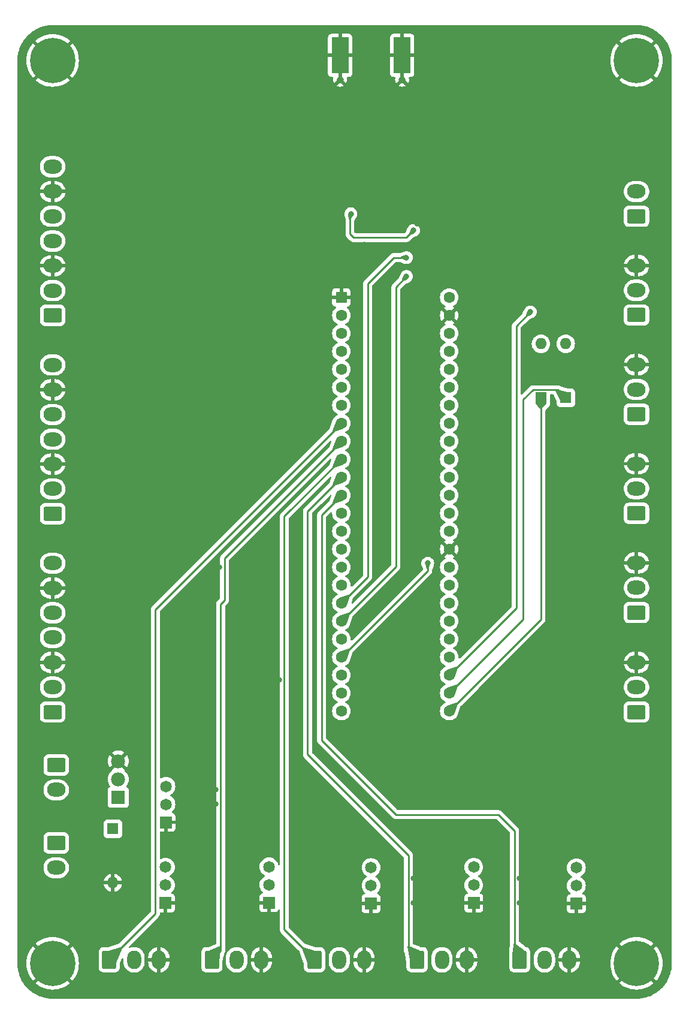
<source format=gbr>
%TF.GenerationSoftware,KiCad,Pcbnew,7.0.9*%
%TF.CreationDate,2024-08-13T21:33:33-05:00*%
%TF.ProjectId,TestStand,54657374-5374-4616-9e64-2e6b69636164,rev?*%
%TF.SameCoordinates,Original*%
%TF.FileFunction,Copper,L2,Bot*%
%TF.FilePolarity,Positive*%
%FSLAX46Y46*%
G04 Gerber Fmt 4.6, Leading zero omitted, Abs format (unit mm)*
G04 Created by KiCad (PCBNEW 7.0.9) date 2024-08-13 21:33:33*
%MOMM*%
%LPD*%
G01*
G04 APERTURE LIST*
G04 Aperture macros list*
%AMRoundRect*
0 Rectangle with rounded corners*
0 $1 Rounding radius*
0 $2 $3 $4 $5 $6 $7 $8 $9 X,Y pos of 4 corners*
0 Add a 4 corners polygon primitive as box body*
4,1,4,$2,$3,$4,$5,$6,$7,$8,$9,$2,$3,0*
0 Add four circle primitives for the rounded corners*
1,1,$1+$1,$2,$3*
1,1,$1+$1,$4,$5*
1,1,$1+$1,$6,$7*
1,1,$1+$1,$8,$9*
0 Add four rect primitives between the rounded corners*
20,1,$1+$1,$2,$3,$4,$5,0*
20,1,$1+$1,$4,$5,$6,$7,0*
20,1,$1+$1,$6,$7,$8,$9,0*
20,1,$1+$1,$8,$9,$2,$3,0*%
G04 Aperture macros list end*
%TA.AperFunction,ComponentPad*%
%ADD10R,1.651000X1.651000*%
%TD*%
%TA.AperFunction,ComponentPad*%
%ADD11C,1.651000*%
%TD*%
%TA.AperFunction,ComponentPad*%
%ADD12R,1.600000X1.600000*%
%TD*%
%TA.AperFunction,ComponentPad*%
%ADD13C,1.600000*%
%TD*%
%TA.AperFunction,ComponentPad*%
%ADD14C,6.400000*%
%TD*%
%TA.AperFunction,ComponentPad*%
%ADD15O,1.600000X1.600000*%
%TD*%
%TA.AperFunction,ComponentPad*%
%ADD16RoundRect,0.250000X-1.050000X0.750000X-1.050000X-0.750000X1.050000X-0.750000X1.050000X0.750000X0*%
%TD*%
%TA.AperFunction,ComponentPad*%
%ADD17O,2.600000X2.000000*%
%TD*%
%TA.AperFunction,ComponentPad*%
%ADD18R,1.980000X1.980000*%
%TD*%
%TA.AperFunction,ComponentPad*%
%ADD19C,1.980000*%
%TD*%
%TA.AperFunction,SMDPad,CuDef*%
%ADD20R,0.460000X0.950000*%
%TD*%
%TA.AperFunction,SMDPad,CuDef*%
%ADD21R,2.420000X5.080000*%
%TD*%
%TA.AperFunction,ComponentPad*%
%ADD22C,0.970000*%
%TD*%
%TA.AperFunction,ComponentPad*%
%ADD23RoundRect,0.250000X1.050000X-0.750000X1.050000X0.750000X-1.050000X0.750000X-1.050000X-0.750000X0*%
%TD*%
%TA.AperFunction,ComponentPad*%
%ADD24RoundRect,0.250000X-0.750000X-1.050000X0.750000X-1.050000X0.750000X1.050000X-0.750000X1.050000X0*%
%TD*%
%TA.AperFunction,ComponentPad*%
%ADD25O,2.000000X2.600000*%
%TD*%
%TA.AperFunction,ViaPad*%
%ADD26C,0.800000*%
%TD*%
%TA.AperFunction,Conductor*%
%ADD27C,0.250000*%
%TD*%
G04 APERTURE END LIST*
D10*
%TO.P,CR6,1,ADJ/GND*%
%TO.N,GND*%
X101500000Y-187080000D03*
D11*
%TO.P,CR6,2,OUTPUT*%
%TO.N,/+S4*%
X101500000Y-184540000D03*
%TO.P,CR6,3,INPUT*%
%TO.N,+BATT*%
X101500000Y-182000000D03*
%TD*%
D12*
%TO.P,U4,1,GND*%
%TO.N,GND*%
X68300000Y-101460000D03*
D13*
%TO.P,U4,2,0_RX1_CRX2_CS1*%
%TO.N,/DAT*%
X68300000Y-104000000D03*
%TO.P,U4,3,1_TX1_CTX2_MISO1*%
%TO.N,/SCK*%
X68300000Y-106540000D03*
%TO.P,U4,4,2_OUT2*%
%TO.N,/DAT1*%
X68300000Y-109080000D03*
%TO.P,U4,5,3_LRCLK2*%
%TO.N,/SCK1*%
X68300000Y-111620000D03*
%TO.P,U4,6,4_BCLK2*%
%TO.N,/DAT2*%
X68300000Y-114160000D03*
%TO.P,U4,7,5_IN2*%
%TO.N,/SCK2*%
X68300000Y-116700000D03*
%TO.P,U4,8,6_OUT1D*%
%TO.N,/PWM0*%
X68300000Y-119240000D03*
%TO.P,U4,9,7_RX2_OUT1A*%
%TO.N,/PWM1*%
X68300000Y-121780000D03*
%TO.P,U4,10,8_TX2_IN1*%
%TO.N,/PWM2*%
X68300000Y-124320000D03*
%TO.P,U4,11,9_OUT1C*%
%TO.N,/PWM3*%
X68300000Y-126860000D03*
%TO.P,U4,12,10_CS_MQSR*%
%TO.N,/PWM4*%
X68300000Y-129400000D03*
%TO.P,U4,13,11_MOSI_CTX1*%
%TO.N,/GP*%
X68300000Y-131940000D03*
%TO.P,U4,14,12_MISO_MQSL*%
%TO.N,unconnected-(U4-12_MISO_MQSL-Pad14)*%
X68300000Y-134480000D03*
%TO.P,U4,15,3V3*%
%TO.N,unconnected-(U4-3V3-Pad15)*%
X68300000Y-137020000D03*
%TO.P,U4,16,24_A10_TX6_SCL2*%
%TO.N,unconnected-(U4-24_A10_TX6_SCL2-Pad16)*%
X68300000Y-139560000D03*
%TO.P,U4,17,25_A11_RX6_SDA2*%
%TO.N,unconnected-(U4-25_A11_RX6_SDA2-Pad17)*%
X68300000Y-142100000D03*
%TO.P,U4,18,26_A12_MOSI1*%
%TO.N,/rMOSI*%
X68300000Y-144640000D03*
%TO.P,U4,19,27_A13_SCK1*%
%TO.N,/rSCK*%
X68300000Y-147180000D03*
%TO.P,U4,20,28_RX7*%
%TO.N,/rCE*%
X68300000Y-149720000D03*
%TO.P,U4,21,29_TX7*%
%TO.N,/rIRQ*%
X68300000Y-152260000D03*
%TO.P,U4,22,30_CRX3*%
%TO.N,unconnected-(U4-30_CRX3-Pad22)*%
X68300000Y-154800000D03*
%TO.P,U4,23,31_CTX3*%
%TO.N,unconnected-(U4-31_CTX3-Pad23)*%
X68300000Y-157340000D03*
%TO.P,U4,24,32_OUT1B*%
%TO.N,unconnected-(U4-32_OUT1B-Pad24)*%
X68300000Y-159880000D03*
%TO.P,U4,25,33_MCLK2*%
%TO.N,/tcCS*%
X83540000Y-159880000D03*
%TO.P,U4,26,34_RX8*%
%TO.N,/tcSO*%
X83540000Y-157340000D03*
%TO.P,U4,27,35_TX8*%
%TO.N,/tcSCK*%
X83540000Y-154800000D03*
%TO.P,U4,28,36_CS*%
%TO.N,unconnected-(U4-36_CS-Pad28)*%
X83540000Y-152260000D03*
%TO.P,U4,29,37_CS*%
%TO.N,unconnected-(U4-37_CS-Pad29)*%
X83540000Y-149720000D03*
%TO.P,U4,30,38_CS1_IN1*%
%TO.N,/rCSN*%
X83540000Y-147180000D03*
%TO.P,U4,31,39_MISO1_OUT1A*%
%TO.N,/rMISO*%
X83540000Y-144640000D03*
%TO.P,U4,32,40_A16*%
%TO.N,unconnected-(U4-40_A16-Pad32)*%
X83540000Y-142100000D03*
%TO.P,U4,33,41_A17*%
%TO.N,unconnected-(U4-41_A17-Pad33)*%
X83540000Y-139560000D03*
%TO.P,U4,34,GND*%
%TO.N,GND*%
X83540000Y-137020000D03*
%TO.P,U4,35,13_SCK_LED*%
%TO.N,unconnected-(U4-13_SCK_LED-Pad35)*%
X83540000Y-134480000D03*
%TO.P,U4,36,14_A0_TX3_SPDIF_OUT*%
%TO.N,/PT0*%
X83540000Y-131940000D03*
%TO.P,U4,37,15_A1_RX3_SPDIF_IN*%
%TO.N,/PT1*%
X83540000Y-129400000D03*
%TO.P,U4,38,16_A2_RX4_SCL1*%
%TO.N,/PT2*%
X83540000Y-126860000D03*
%TO.P,U4,39,17_A3_TX4_SDA1*%
%TO.N,/PT3*%
X83540000Y-124320000D03*
%TO.P,U4,40,18_A4_SDA*%
%TO.N,/PT4*%
X83540000Y-121780000D03*
%TO.P,U4,41,19_A5_SCL*%
%TO.N,unconnected-(U4-19_A5_SCL-Pad41)*%
X83540000Y-119240000D03*
%TO.P,U4,42,20_A6_TX5_LRCLK1*%
%TO.N,unconnected-(U4-20_A6_TX5_LRCLK1-Pad42)*%
X83540000Y-116700000D03*
%TO.P,U4,43,21_A7_RX5_BCLK1*%
%TO.N,unconnected-(U4-21_A7_RX5_BCLK1-Pad43)*%
X83540000Y-114160000D03*
%TO.P,U4,44,22_A8_CTX1*%
%TO.N,unconnected-(U4-22_A8_CTX1-Pad44)*%
X83540000Y-111620000D03*
%TO.P,U4,45,23_A9_CRX1_MCLK1*%
%TO.N,unconnected-(U4-23_A9_CRX1_MCLK1-Pad45)*%
X83540000Y-109080000D03*
%TO.P,U4,46,3V3*%
%TO.N,unconnected-(U4-3V3-Pad46)*%
X83540000Y-106540000D03*
%TO.P,U4,47,GND*%
%TO.N,GND*%
X83540000Y-104000000D03*
%TO.P,U4,48,VIN*%
%TO.N,+5V*%
X83540000Y-101460000D03*
%TD*%
D14*
%TO.P,H4,1,1*%
%TO.N,GND*%
X27500000Y-195500000D03*
%TD*%
%TO.P,H3,1,1*%
%TO.N,GND*%
X110000000Y-195500000D03*
%TD*%
%TO.P,H2,1,1*%
%TO.N,GND*%
X110000000Y-68000000D03*
%TD*%
%TO.P,H1,1,1*%
%TO.N,GND*%
X27500000Y-68000000D03*
%TD*%
D12*
%TO.P,SW1,1*%
%TO.N,Net-(J17-Pin_1)*%
X36000000Y-176500000D03*
D15*
%TO.P,SW1,2*%
%TO.N,GND*%
X36000000Y-184120000D03*
%TD*%
D16*
%TO.P,J17,1,Pin_1*%
%TO.N,Net-(J17-Pin_1)*%
X28000000Y-178500000D03*
D17*
%TO.P,J17,2,Pin_2*%
%TO.N,+BATT*%
X28000000Y-182000000D03*
%TD*%
D10*
%TO.P,CR5,1,ADJ/GND*%
%TO.N,GND*%
X87000000Y-187000000D03*
D11*
%TO.P,CR5,2,OUTPUT*%
%TO.N,/+S3*%
X87000000Y-184460000D03*
%TO.P,CR5,3,INPUT*%
%TO.N,+BATT*%
X87000000Y-181920000D03*
%TD*%
D10*
%TO.P,CR4,1,ADJ/GND*%
%TO.N,GND*%
X72500000Y-187050000D03*
D11*
%TO.P,CR4,2,OUTPUT*%
%TO.N,/+S2*%
X72500000Y-184510000D03*
%TO.P,CR4,3,INPUT*%
%TO.N,+BATT*%
X72500000Y-181970000D03*
%TD*%
%TO.P,CR3,3,INPUT*%
%TO.N,+BATT*%
X58068200Y-181857100D03*
%TO.P,CR3,2,OUTPUT*%
%TO.N,/+S1*%
X58068200Y-184397100D03*
D10*
%TO.P,CR3,1,ADJ/GND*%
%TO.N,GND*%
X58068200Y-186937100D03*
%TD*%
%TO.P,CR2,1,ADJ/GND*%
%TO.N,GND*%
X43431800Y-187000000D03*
D11*
%TO.P,CR2,2,OUTPUT*%
%TO.N,/+S0*%
X43431800Y-184460000D03*
%TO.P,CR2,3,INPUT*%
%TO.N,+BATT*%
X43431800Y-181920000D03*
%TD*%
D10*
%TO.P,CR1,1,ADJ/GND*%
%TO.N,GND*%
X43500000Y-175580000D03*
D11*
%TO.P,CR1,2,OUTPUT*%
%TO.N,+5V*%
X43500000Y-173040000D03*
%TO.P,CR1,3,INPUT*%
%TO.N,+BATT*%
X43500000Y-170500000D03*
%TD*%
D18*
%TO.P,IC1,1,G*%
%TO.N,/GP*%
X36770000Y-172050000D03*
D19*
%TO.P,IC1,2,D*%
%TO.N,Net-(IC1-D)*%
X36770000Y-169500000D03*
%TO.P,IC1,3,S*%
%TO.N,GND*%
X36770000Y-166950000D03*
%TD*%
D16*
%TO.P,J16,1,Pin_1*%
%TO.N,Net-(IC1-D)*%
X28000000Y-167500000D03*
D17*
%TO.P,J16,2,Pin_2*%
%TO.N,+BATT*%
X28000000Y-171000000D03*
%TD*%
D20*
%TO.P,J15,2,Ext*%
%TO.N,GND*%
X68120000Y-70270000D03*
D21*
X68120000Y-67280000D03*
D22*
X68120000Y-70720000D03*
D21*
X76880000Y-67280000D03*
D20*
X76880000Y-70270000D03*
D22*
X76880000Y-70720000D03*
%TD*%
D23*
%TO.P,J14,1,Pin_1*%
%TO.N,/T-*%
X110000000Y-90000000D03*
D17*
%TO.P,J14,2,Pin_2*%
%TO.N,/T+*%
X110000000Y-86500000D03*
%TD*%
D12*
%TO.P,D2,1,K*%
%TO.N,/tcSO*%
X100000000Y-115620000D03*
D15*
%TO.P,D2,2,A*%
%TO.N,Net-(D2-A)*%
X100000000Y-108000000D03*
%TD*%
D12*
%TO.P,D1,1,K*%
%TO.N,/tcCS*%
X96500000Y-115620000D03*
D15*
%TO.P,D1,2,A*%
%TO.N,Net-(D1-A)*%
X96500000Y-108000000D03*
%TD*%
D24*
%TO.P,J5,1,Pin_1*%
%TO.N,/PWM1*%
X50000000Y-195000000D03*
D25*
%TO.P,J5,2,Pin_2*%
%TO.N,/+S1*%
X53500000Y-195000000D03*
%TO.P,J5,3,Pin_3*%
%TO.N,GND*%
X57000000Y-195000000D03*
%TD*%
D23*
%TO.P,J12,1,Pin_1*%
%TO.N,/PT3*%
X110000000Y-117950000D03*
D17*
%TO.P,J12,2,Pin_2*%
%TO.N,+5V*%
X110000000Y-114450000D03*
%TO.P,J12,3,Pin_3*%
%TO.N,GND*%
X110000000Y-110950000D03*
%TD*%
D24*
%TO.P,J7,1,Pin_1*%
%TO.N,/PWM3*%
X79000000Y-195000000D03*
D25*
%TO.P,J7,2,Pin_2*%
%TO.N,/+S3*%
X82500000Y-195000000D03*
%TO.P,J7,3,Pin_3*%
%TO.N,GND*%
X86000000Y-195000000D03*
%TD*%
D23*
%TO.P,J13,1,Pin_1*%
%TO.N,/PT4*%
X110000000Y-103950000D03*
D17*
%TO.P,J13,2,Pin_2*%
%TO.N,+5V*%
X110000000Y-100450000D03*
%TO.P,J13,3,Pin_3*%
%TO.N,GND*%
X110000000Y-96950000D03*
%TD*%
D23*
%TO.P,J11,1,Pin_1*%
%TO.N,/PT2*%
X110000000Y-131950000D03*
D17*
%TO.P,J11,2,Pin_2*%
%TO.N,+5V*%
X110000000Y-128450000D03*
%TO.P,J11,3,Pin_3*%
%TO.N,GND*%
X110000000Y-124950000D03*
%TD*%
D23*
%TO.P,J2,1,Pin_1*%
%TO.N,/B1+*%
X27500000Y-132000000D03*
D17*
%TO.P,J2,2,Pin_2*%
%TO.N,/B1-*%
X27500000Y-128500000D03*
%TO.P,J2,3,Pin_3*%
%TO.N,GND*%
X27500000Y-125000000D03*
%TO.P,J2,4,Pin_4*%
%TO.N,/A1+*%
X27500000Y-121500000D03*
%TO.P,J2,5,Pin_5*%
%TO.N,/A1-*%
X27500000Y-118000000D03*
%TO.P,J2,6,Pin_6*%
%TO.N,GND*%
X27500000Y-114500000D03*
%TO.P,J2,7,Pin_7*%
%TO.N,/E1+*%
X27500000Y-111000000D03*
%TD*%
D24*
%TO.P,J8,1,Pin_1*%
%TO.N,/PWM4*%
X93500000Y-195000000D03*
D25*
%TO.P,J8,2,Pin_2*%
%TO.N,/+S4*%
X97000000Y-195000000D03*
%TO.P,J8,3,Pin_3*%
%TO.N,GND*%
X100500000Y-195000000D03*
%TD*%
D24*
%TO.P,J4,1,Pin_1*%
%TO.N,/PWM0*%
X35500000Y-195000000D03*
D25*
%TO.P,J4,2,Pin_2*%
%TO.N,/+S0*%
X39000000Y-195000000D03*
%TO.P,J4,3,Pin_3*%
%TO.N,GND*%
X42500000Y-195000000D03*
%TD*%
D23*
%TO.P,J9,1,Pin_1*%
%TO.N,/PT0*%
X110000000Y-160000000D03*
D17*
%TO.P,J9,2,Pin_2*%
%TO.N,+5V*%
X110000000Y-156500000D03*
%TO.P,J9,3,Pin_3*%
%TO.N,GND*%
X110000000Y-153000000D03*
%TD*%
D23*
%TO.P,J10,1,Pin_1*%
%TO.N,/PT1*%
X110000000Y-145950000D03*
D17*
%TO.P,J10,2,Pin_2*%
%TO.N,+5V*%
X110000000Y-142450000D03*
%TO.P,J10,3,Pin_3*%
%TO.N,GND*%
X110000000Y-138950000D03*
%TD*%
D23*
%TO.P,J1,1,Pin_1*%
%TO.N,/B+*%
X27500000Y-104000000D03*
D17*
%TO.P,J1,2,Pin_2*%
%TO.N,/B-*%
X27500000Y-100500000D03*
%TO.P,J1,3,Pin_3*%
%TO.N,GND*%
X27500000Y-97000000D03*
%TO.P,J1,4,Pin_4*%
%TO.N,/A+*%
X27500000Y-93500000D03*
%TO.P,J1,5,Pin_5*%
%TO.N,/A-*%
X27500000Y-90000000D03*
%TO.P,J1,6,Pin_6*%
%TO.N,GND*%
X27500000Y-86500000D03*
%TO.P,J1,7,Pin_7*%
%TO.N,/E+*%
X27500000Y-83000000D03*
%TD*%
D24*
%TO.P,J6,1,Pin_1*%
%TO.N,/PWM2*%
X64500000Y-195000000D03*
D25*
%TO.P,J6,2,Pin_2*%
%TO.N,/+S2*%
X68000000Y-195000000D03*
%TO.P,J6,3,Pin_3*%
%TO.N,GND*%
X71500000Y-195000000D03*
%TD*%
D23*
%TO.P,J3,1,Pin_1*%
%TO.N,/B2+*%
X27500000Y-160000000D03*
D17*
%TO.P,J3,2,Pin_2*%
%TO.N,/B2-*%
X27500000Y-156500000D03*
%TO.P,J3,3,Pin_3*%
%TO.N,GND*%
X27500000Y-153000000D03*
%TO.P,J3,4,Pin_4*%
%TO.N,/A2+*%
X27500000Y-149500000D03*
%TO.P,J3,5,Pin_5*%
%TO.N,/A2-*%
X27500000Y-146000000D03*
%TO.P,J3,6,Pin_6*%
%TO.N,GND*%
X27500000Y-142500000D03*
%TO.P,J3,7,Pin_7*%
%TO.N,/E2+*%
X27500000Y-139000000D03*
%TD*%
D26*
%TO.N,GND*%
X38500000Y-118500000D03*
X80500000Y-82500000D03*
X80500000Y-85500000D03*
X39500000Y-141500000D03*
X39000000Y-88000000D03*
X70000000Y-88000000D03*
X71500000Y-94000000D03*
%TO.N,/rIRQ*%
X80500000Y-139000000D03*
%TO.N,/rMOSI*%
X77500500Y-95840130D03*
%TO.N,/rSCK*%
X77500000Y-98500000D03*
%TO.N,GND*%
X59500000Y-155500000D03*
X108000000Y-186500000D03*
X108000000Y-184000000D03*
X93500000Y-187000000D03*
X93500000Y-183500000D03*
X78500000Y-187000000D03*
X78500000Y-183500000D03*
X64000000Y-187000000D03*
X64000000Y-183500000D03*
X49000000Y-187000000D03*
X49000000Y-183500000D03*
X50500000Y-171000000D03*
X50500000Y-173000000D03*
%TO.N,/tcSCK*%
X95000000Y-103500000D03*
%TO.N,/+3VRF*%
X69647500Y-89647500D03*
X78500000Y-92000000D03*
%TO.N,GND*%
X66500000Y-91500000D03*
X69000000Y-83000000D03*
X69000000Y-85500000D03*
X69000000Y-88000000D03*
X79000000Y-91000000D03*
X78500000Y-74500000D03*
X74000000Y-86500000D03*
X87500000Y-89500000D03*
X87500000Y-88000000D03*
X92500000Y-96000000D03*
X90000000Y-102000000D03*
X90000000Y-99500000D03*
X98500000Y-99500000D03*
X51067046Y-139567046D03*
X50054092Y-140580000D03*
X36500000Y-134500000D03*
X34000000Y-134500000D03*
X50625796Y-116125796D03*
X49441592Y-117310000D03*
X38500000Y-111500000D03*
X36000000Y-111500000D03*
X49500000Y-87000000D03*
X36500000Y-81500000D03*
X50000000Y-84500000D03*
X34000000Y-81500000D03*
%TD*%
D27*
%TO.N,/rIRQ*%
X80500000Y-140060000D02*
X68300000Y-152260000D01*
X80500000Y-139000000D02*
X80500000Y-140060000D01*
%TO.N,/rMOSI*%
X72000000Y-99500000D02*
X72000000Y-140940000D01*
X75659870Y-95840130D02*
X72000000Y-99500000D01*
X72000000Y-140940000D02*
X68300000Y-144640000D01*
X77500500Y-95840130D02*
X75659870Y-95840130D01*
%TO.N,/rSCK*%
X76000000Y-100000000D02*
X76000000Y-139480000D01*
X77500000Y-98500000D02*
X76000000Y-100000000D01*
X76000000Y-139480000D02*
X68300000Y-147180000D01*
%TO.N,/PWM4*%
X65500000Y-164000000D02*
X65500000Y-132200000D01*
X90500000Y-174500000D02*
X76000000Y-174500000D01*
X65500000Y-132200000D02*
X68300000Y-129400000D01*
X76000000Y-174500000D02*
X65500000Y-164000000D01*
X92775000Y-176775000D02*
X90500000Y-174500000D01*
X92775000Y-194275000D02*
X92775000Y-176775000D01*
X93500000Y-195000000D02*
X92775000Y-194275000D01*
%TO.N,/PWM3*%
X63500000Y-131660000D02*
X68300000Y-126860000D01*
X77775000Y-180275000D02*
X63500000Y-166000000D01*
X77775000Y-193775000D02*
X77775000Y-180275000D01*
X63500000Y-166000000D02*
X63500000Y-131660000D01*
X79000000Y-195000000D02*
X77775000Y-193775000D01*
%TO.N,/PWM2*%
X60225000Y-190725000D02*
X64500000Y-195000000D01*
X60225000Y-132395000D02*
X60225000Y-190725000D01*
X68300000Y-124320000D02*
X60225000Y-132395000D01*
%TO.N,/PWM1*%
X51792046Y-144207954D02*
X51225000Y-144775000D01*
X51792046Y-138287954D02*
X51792046Y-144207954D01*
X68300000Y-121780000D02*
X51792046Y-138287954D01*
X51225000Y-144775000D02*
X51225000Y-193775000D01*
X51225000Y-193775000D02*
X50000000Y-195000000D01*
%TO.N,/PWM0*%
X42000000Y-188500000D02*
X42000000Y-145540000D01*
X35500000Y-195000000D02*
X42000000Y-188500000D01*
X42000000Y-145540000D02*
X68300000Y-119240000D01*
%TO.N,/tcSCK*%
X93000000Y-105500000D02*
X93000000Y-145340000D01*
X93000000Y-145340000D02*
X83540000Y-154800000D01*
X95000000Y-103500000D02*
X93000000Y-105500000D01*
%TO.N,/+3VRF*%
X69500000Y-92500000D02*
X69500000Y-89795000D01*
X77500000Y-93000000D02*
X70000000Y-93000000D01*
X70000000Y-93000000D02*
X69500000Y-92500000D01*
X78500000Y-92000000D02*
X77500000Y-93000000D01*
X69500000Y-89795000D02*
X69647500Y-89647500D01*
%TO.N,/tcSO*%
X94000000Y-146880000D02*
X83540000Y-157340000D01*
X94000000Y-115870000D02*
X94000000Y-146880000D01*
X95375000Y-114495000D02*
X94000000Y-115870000D01*
X100000000Y-115620000D02*
X98875000Y-114495000D01*
X98875000Y-114495000D02*
X95375000Y-114495000D01*
%TO.N,/tcCS*%
X96500000Y-146920000D02*
X83540000Y-159880000D01*
X96500000Y-115620000D02*
X96500000Y-146920000D01*
%TD*%
%TA.AperFunction,Conductor*%
%TO.N,GND*%
G36*
X110217318Y-63009488D02*
G01*
X110415934Y-63018160D01*
X110420865Y-63018574D01*
X110636792Y-63045489D01*
X110832940Y-63071313D01*
X110837265Y-63071883D01*
X110841894Y-63072671D01*
X111054183Y-63117183D01*
X111252534Y-63161157D01*
X111256778Y-63162257D01*
X111464544Y-63224112D01*
X111658658Y-63285317D01*
X111662530Y-63286680D01*
X111864457Y-63365472D01*
X112052817Y-63443494D01*
X112056252Y-63445045D01*
X112131343Y-63481755D01*
X112250992Y-63540249D01*
X112388629Y-63611897D01*
X112432009Y-63634479D01*
X112435107Y-63636207D01*
X112621382Y-63747202D01*
X112793662Y-63856957D01*
X112796377Y-63858789D01*
X112972918Y-63984837D01*
X113135098Y-64109282D01*
X113137426Y-64111159D01*
X113303055Y-64251439D01*
X113454895Y-64390574D01*
X113609424Y-64545103D01*
X113689619Y-64632620D01*
X113748555Y-64696938D01*
X113763008Y-64714003D01*
X113888839Y-64862572D01*
X113890716Y-64864900D01*
X114015162Y-65027081D01*
X114141209Y-65203621D01*
X114143040Y-65206335D01*
X114252797Y-65378617D01*
X114363791Y-65564891D01*
X114365525Y-65568000D01*
X114459750Y-65749007D01*
X114525992Y-65884503D01*
X114554953Y-65943744D01*
X114556524Y-65947229D01*
X114634536Y-66135566D01*
X114713309Y-66337445D01*
X114714681Y-66341340D01*
X114775899Y-66535496D01*
X114837735Y-66743200D01*
X114838843Y-66747472D01*
X114882818Y-66945826D01*
X114927326Y-67158101D01*
X114928115Y-67162733D01*
X114954524Y-67363319D01*
X114981422Y-67579114D01*
X114981839Y-67584080D01*
X114990513Y-67782728D01*
X114999500Y-68000000D01*
X114999500Y-195500000D01*
X114990513Y-195717271D01*
X114981839Y-195915918D01*
X114981422Y-195920884D01*
X114954524Y-196136680D01*
X114928115Y-196337265D01*
X114927326Y-196341897D01*
X114882818Y-196554173D01*
X114838843Y-196752526D01*
X114837735Y-196756798D01*
X114775899Y-196964503D01*
X114714681Y-197158658D01*
X114713309Y-197162552D01*
X114634536Y-197364433D01*
X114556524Y-197552769D01*
X114554944Y-197556274D01*
X114459750Y-197750992D01*
X114365525Y-197931998D01*
X114363791Y-197935107D01*
X114252797Y-198121382D01*
X114143040Y-198293663D01*
X114141209Y-198296377D01*
X114015162Y-198472918D01*
X113890716Y-198635099D01*
X113888839Y-198637426D01*
X113748557Y-198803059D01*
X113609426Y-198954895D01*
X113454895Y-199109426D01*
X113303059Y-199248557D01*
X113137426Y-199388839D01*
X113135099Y-199390716D01*
X112972918Y-199515162D01*
X112796377Y-199641209D01*
X112793663Y-199643040D01*
X112621382Y-199752797D01*
X112435107Y-199863791D01*
X112431998Y-199865525D01*
X112250992Y-199959750D01*
X112056274Y-200054944D01*
X112052769Y-200056524D01*
X111864433Y-200134536D01*
X111662552Y-200213309D01*
X111658658Y-200214681D01*
X111464503Y-200275899D01*
X111256798Y-200337735D01*
X111252526Y-200338843D01*
X111054173Y-200382818D01*
X110841897Y-200427326D01*
X110837265Y-200428115D01*
X110636680Y-200454524D01*
X110420884Y-200481422D01*
X110415918Y-200481839D01*
X110217271Y-200490513D01*
X110000000Y-200499500D01*
X27500000Y-200499500D01*
X27282728Y-200490513D01*
X27084080Y-200481839D01*
X27079114Y-200481422D01*
X26863319Y-200454524D01*
X26662733Y-200428115D01*
X26658101Y-200427326D01*
X26445826Y-200382818D01*
X26247472Y-200338843D01*
X26243200Y-200337735D01*
X26035496Y-200275899D01*
X25841340Y-200214681D01*
X25837445Y-200213309D01*
X25635566Y-200134536D01*
X25447229Y-200056524D01*
X25443744Y-200054953D01*
X25384503Y-200025992D01*
X25249007Y-199959750D01*
X25068000Y-199865525D01*
X25064891Y-199863791D01*
X24878617Y-199752797D01*
X24706335Y-199643040D01*
X24703621Y-199641209D01*
X24527081Y-199515162D01*
X24364900Y-199390716D01*
X24362572Y-199388839D01*
X24196940Y-199248557D01*
X24149491Y-199205078D01*
X24045103Y-199109424D01*
X23890574Y-198954895D01*
X23751439Y-198803055D01*
X23611159Y-198637426D01*
X23609282Y-198635098D01*
X23484837Y-198472918D01*
X23358789Y-198296377D01*
X23356957Y-198293662D01*
X23247202Y-198121382D01*
X23136207Y-197935107D01*
X23134473Y-197931998D01*
X23040249Y-197750992D01*
X22981755Y-197631343D01*
X22945045Y-197556252D01*
X22943494Y-197552817D01*
X22865463Y-197364433D01*
X22786680Y-197162530D01*
X22785317Y-197158658D01*
X22724100Y-196964503D01*
X22662257Y-196756778D01*
X22661155Y-196752526D01*
X22657228Y-196734814D01*
X22617175Y-196554145D01*
X22611495Y-196527057D01*
X22572671Y-196341894D01*
X22571883Y-196337265D01*
X22554180Y-196202799D01*
X22545489Y-196136791D01*
X22518574Y-195920865D01*
X22518160Y-195915934D01*
X22509486Y-195717271D01*
X22500500Y-195500000D01*
X23794922Y-195500000D01*
X23815219Y-195887287D01*
X23875886Y-196270323D01*
X23875887Y-196270330D01*
X23976262Y-196644936D01*
X24115244Y-197006994D01*
X24291310Y-197352543D01*
X24502531Y-197677793D01*
X24711095Y-197935350D01*
X24711096Y-197935350D01*
X26202266Y-196444180D01*
X26365130Y-196634870D01*
X26555819Y-196797733D01*
X25064648Y-198288903D01*
X25064649Y-198288904D01*
X25322206Y-198497468D01*
X25647456Y-198708689D01*
X25993005Y-198884755D01*
X26355063Y-199023737D01*
X26729669Y-199124112D01*
X26729676Y-199124113D01*
X27112712Y-199184780D01*
X27499999Y-199205078D01*
X27500001Y-199205078D01*
X27887287Y-199184780D01*
X28270323Y-199124113D01*
X28270330Y-199124112D01*
X28644936Y-199023737D01*
X29006994Y-198884755D01*
X29352543Y-198708689D01*
X29677783Y-198497476D01*
X29677785Y-198497475D01*
X29935349Y-198288902D01*
X28444180Y-196797733D01*
X28634870Y-196634870D01*
X28797733Y-196444180D01*
X30288902Y-197935349D01*
X30497475Y-197677785D01*
X30497476Y-197677783D01*
X30708689Y-197352543D01*
X30884755Y-197006994D01*
X31023737Y-196644936D01*
X31124112Y-196270330D01*
X31124113Y-196270323D01*
X31151089Y-196100001D01*
X33999500Y-196100001D01*
X33999501Y-196100018D01*
X34010000Y-196202796D01*
X34010001Y-196202799D01*
X34065185Y-196369331D01*
X34065187Y-196369336D01*
X34088874Y-196407738D01*
X34157288Y-196518656D01*
X34281344Y-196642712D01*
X34430666Y-196734814D01*
X34597203Y-196789999D01*
X34699991Y-196800500D01*
X36300008Y-196800499D01*
X36402797Y-196789999D01*
X36569334Y-196734814D01*
X36718656Y-196642712D01*
X36842712Y-196518656D01*
X36934814Y-196369334D01*
X36989999Y-196202797D01*
X37000500Y-196100009D01*
X37000499Y-195545766D01*
X37009025Y-195500581D01*
X37107079Y-195250000D01*
X37260026Y-194859133D01*
X37302786Y-194803878D01*
X37368633Y-194780510D01*
X37436659Y-194796452D01*
X37485268Y-194846641D01*
X37499500Y-194904320D01*
X37499500Y-195362067D01*
X37499810Y-195365803D01*
X37514890Y-195547813D01*
X37514892Y-195547824D01*
X37575936Y-195788881D01*
X37675826Y-196016606D01*
X37811833Y-196224782D01*
X37811836Y-196224785D01*
X37980256Y-196407738D01*
X38176491Y-196560474D01*
X38176493Y-196560475D01*
X38394332Y-196678364D01*
X38395190Y-196678828D01*
X38609865Y-196752526D01*
X38628964Y-196759083D01*
X38630386Y-196759571D01*
X38875665Y-196800500D01*
X39124335Y-196800500D01*
X39369614Y-196759571D01*
X39604810Y-196678828D01*
X39823509Y-196560474D01*
X40019744Y-196407738D01*
X40188164Y-196224785D01*
X40324173Y-196016607D01*
X40424063Y-195788881D01*
X40485108Y-195547821D01*
X40485279Y-195545767D01*
X40500190Y-195365803D01*
X40500500Y-195362067D01*
X40500500Y-195362041D01*
X41000000Y-195362041D01*
X41015385Y-195547730D01*
X41015387Y-195547738D01*
X41076412Y-195788717D01*
X41176267Y-196016367D01*
X41312232Y-196224478D01*
X41480592Y-196407364D01*
X41480602Y-196407373D01*
X41676762Y-196560051D01*
X41676771Y-196560057D01*
X41895385Y-196678364D01*
X41895396Y-196678369D01*
X42130507Y-196759083D01*
X42249999Y-196779023D01*
X42250000Y-196779022D01*
X42250000Y-195760083D01*
X42320857Y-195784877D01*
X42455074Y-195800000D01*
X42544926Y-195800000D01*
X42679143Y-195784877D01*
X42750000Y-195760083D01*
X42750000Y-196779023D01*
X42869492Y-196759083D01*
X43104603Y-196678369D01*
X43104614Y-196678364D01*
X43323228Y-196560057D01*
X43323237Y-196560051D01*
X43519397Y-196407373D01*
X43519407Y-196407364D01*
X43687767Y-196224478D01*
X43823732Y-196016367D01*
X43923587Y-195788717D01*
X43984612Y-195547738D01*
X43984614Y-195547730D01*
X44000000Y-195362041D01*
X44000000Y-195250000D01*
X43260083Y-195250000D01*
X43284877Y-195179143D01*
X43305062Y-195000000D01*
X43284877Y-194820857D01*
X43260083Y-194750000D01*
X44000000Y-194750000D01*
X44000000Y-194637959D01*
X43984614Y-194452269D01*
X43984612Y-194452261D01*
X43923587Y-194211282D01*
X43823732Y-193983632D01*
X43687767Y-193775521D01*
X43519407Y-193592635D01*
X43519397Y-193592626D01*
X43323237Y-193439948D01*
X43323228Y-193439942D01*
X43104614Y-193321635D01*
X43104603Y-193321630D01*
X42869492Y-193240916D01*
X42750000Y-193220976D01*
X42750000Y-194239916D01*
X42679143Y-194215123D01*
X42544926Y-194200000D01*
X42455074Y-194200000D01*
X42320857Y-194215123D01*
X42250000Y-194239916D01*
X42250000Y-193220976D01*
X42249999Y-193220976D01*
X42130507Y-193240916D01*
X41895396Y-193321630D01*
X41895385Y-193321635D01*
X41676771Y-193439942D01*
X41676762Y-193439948D01*
X41480602Y-193592626D01*
X41480592Y-193592635D01*
X41312232Y-193775521D01*
X41176267Y-193983632D01*
X41076412Y-194211282D01*
X41015387Y-194452261D01*
X41015385Y-194452269D01*
X41000000Y-194637959D01*
X41000000Y-194750000D01*
X41739917Y-194750000D01*
X41715123Y-194820857D01*
X41694938Y-195000000D01*
X41715123Y-195179143D01*
X41739917Y-195250000D01*
X41000000Y-195250000D01*
X41000000Y-195362041D01*
X40500500Y-195362041D01*
X40500500Y-194637933D01*
X40496145Y-194585376D01*
X40485109Y-194452186D01*
X40485107Y-194452175D01*
X40424063Y-194211118D01*
X40324173Y-193983393D01*
X40188166Y-193775217D01*
X40126170Y-193707872D01*
X40019744Y-193592262D01*
X39823509Y-193439526D01*
X39823507Y-193439525D01*
X39823506Y-193439524D01*
X39604811Y-193321172D01*
X39604802Y-193321169D01*
X39369616Y-193240429D01*
X39124335Y-193199500D01*
X38875665Y-193199500D01*
X38630383Y-193240429D01*
X38396916Y-193320579D01*
X38327117Y-193323729D01*
X38266696Y-193288643D01*
X38234835Y-193226460D01*
X38241651Y-193156924D01*
X38268972Y-193115617D01*
X39589667Y-191794922D01*
X42383788Y-189000801D01*
X42396042Y-188990986D01*
X42395859Y-188990764D01*
X42401866Y-188985792D01*
X42401877Y-188985786D01*
X42432775Y-188952882D01*
X42449227Y-188935364D01*
X42459671Y-188924918D01*
X42470120Y-188914471D01*
X42474379Y-188908978D01*
X42478152Y-188904561D01*
X42510062Y-188870582D01*
X42519713Y-188853024D01*
X42530396Y-188836761D01*
X42542673Y-188820936D01*
X42561185Y-188778153D01*
X42563738Y-188772941D01*
X42586197Y-188732092D01*
X42591180Y-188712680D01*
X42597481Y-188694280D01*
X42605437Y-188675896D01*
X42612729Y-188629852D01*
X42613906Y-188624171D01*
X42625500Y-188579019D01*
X42625500Y-188558983D01*
X42627027Y-188539582D01*
X42630160Y-188519804D01*
X42625775Y-188473415D01*
X42625500Y-188467577D01*
X42625500Y-188449500D01*
X42645185Y-188382461D01*
X42697989Y-188336706D01*
X42749500Y-188325500D01*
X43181800Y-188325500D01*
X43181800Y-187515033D01*
X43282609Y-187556790D01*
X43394345Y-187571500D01*
X43469255Y-187571500D01*
X43580991Y-187556790D01*
X43681800Y-187515033D01*
X43681800Y-188325500D01*
X44305128Y-188325500D01*
X44305144Y-188325499D01*
X44364672Y-188319098D01*
X44364679Y-188319096D01*
X44499386Y-188268854D01*
X44499393Y-188268850D01*
X44614487Y-188182690D01*
X44614490Y-188182687D01*
X44700650Y-188067593D01*
X44700654Y-188067586D01*
X44750896Y-187932879D01*
X44750898Y-187932872D01*
X44757299Y-187873344D01*
X44757300Y-187873327D01*
X44757300Y-187250000D01*
X43946834Y-187250000D01*
X43988590Y-187149191D01*
X44008231Y-187000000D01*
X43988590Y-186850809D01*
X43946833Y-186750000D01*
X44757300Y-186750000D01*
X44757300Y-186126672D01*
X44757299Y-186126655D01*
X44750898Y-186067127D01*
X44750896Y-186067120D01*
X44700654Y-185932413D01*
X44700650Y-185932406D01*
X44614490Y-185817312D01*
X44614487Y-185817309D01*
X44499393Y-185731149D01*
X44499386Y-185731145D01*
X44364679Y-185680903D01*
X44357132Y-185679120D01*
X44357829Y-185676168D01*
X44306308Y-185654819D01*
X44266469Y-185597421D01*
X44263985Y-185527595D01*
X44296445Y-185470601D01*
X44451455Y-185315592D01*
X44584536Y-185125533D01*
X44682592Y-184915251D01*
X44742643Y-184691137D01*
X44762865Y-184460000D01*
X44742643Y-184228863D01*
X44682592Y-184004749D01*
X44584536Y-183794468D01*
X44584534Y-183794465D01*
X44584533Y-183794463D01*
X44451454Y-183604406D01*
X44287396Y-183440349D01*
X44287392Y-183440345D01*
X44097333Y-183307264D01*
X44086864Y-183302382D01*
X44034424Y-183256212D01*
X44015271Y-183189019D01*
X44035485Y-183122137D01*
X44086864Y-183077617D01*
X44097333Y-183072736D01*
X44287392Y-182939655D01*
X44451455Y-182775592D01*
X44584536Y-182585533D01*
X44682592Y-182375251D01*
X44742643Y-182151137D01*
X44762865Y-181920000D01*
X44742643Y-181688863D01*
X44682592Y-181464749D01*
X44584536Y-181254468D01*
X44584534Y-181254465D01*
X44584533Y-181254463D01*
X44451454Y-181064406D01*
X44287396Y-180900349D01*
X44287392Y-180900345D01*
X44097333Y-180767264D01*
X44097334Y-180767264D01*
X44097332Y-180767263D01*
X43992192Y-180718236D01*
X43887051Y-180669208D01*
X43887047Y-180669207D01*
X43887043Y-180669205D01*
X43662942Y-180609158D01*
X43662932Y-180609156D01*
X43431801Y-180588935D01*
X43431799Y-180588935D01*
X43200667Y-180609156D01*
X43200657Y-180609158D01*
X42976556Y-180669205D01*
X42976547Y-180669209D01*
X42801905Y-180750646D01*
X42732827Y-180761138D01*
X42669043Y-180732618D01*
X42630804Y-180674142D01*
X42625500Y-180638264D01*
X42625500Y-177029500D01*
X42645185Y-176962461D01*
X42697989Y-176916706D01*
X42749500Y-176905500D01*
X43250000Y-176905500D01*
X43250000Y-176095033D01*
X43350809Y-176136790D01*
X43462545Y-176151500D01*
X43537455Y-176151500D01*
X43649191Y-176136790D01*
X43750000Y-176095033D01*
X43750000Y-176905500D01*
X44373328Y-176905500D01*
X44373344Y-176905499D01*
X44432872Y-176899098D01*
X44432879Y-176899096D01*
X44567586Y-176848854D01*
X44567593Y-176848850D01*
X44682687Y-176762690D01*
X44682690Y-176762687D01*
X44768850Y-176647593D01*
X44768854Y-176647586D01*
X44819096Y-176512879D01*
X44819098Y-176512872D01*
X44825499Y-176453344D01*
X44825500Y-176453327D01*
X44825500Y-175830000D01*
X44015034Y-175830000D01*
X44056790Y-175729191D01*
X44076431Y-175580000D01*
X44056790Y-175430809D01*
X44015033Y-175330000D01*
X44825500Y-175330000D01*
X44825500Y-174706672D01*
X44825499Y-174706655D01*
X44819098Y-174647127D01*
X44819096Y-174647120D01*
X44768854Y-174512413D01*
X44768850Y-174512406D01*
X44682690Y-174397312D01*
X44682687Y-174397309D01*
X44567593Y-174311149D01*
X44567586Y-174311145D01*
X44432879Y-174260903D01*
X44425332Y-174259120D01*
X44426029Y-174256168D01*
X44374508Y-174234819D01*
X44334669Y-174177421D01*
X44332185Y-174107595D01*
X44364645Y-174050601D01*
X44519655Y-173895592D01*
X44652736Y-173705533D01*
X44750792Y-173495251D01*
X44810843Y-173271137D01*
X44831065Y-173040000D01*
X44810843Y-172808863D01*
X44750792Y-172584749D01*
X44652736Y-172374468D01*
X44652734Y-172374465D01*
X44652733Y-172374463D01*
X44519654Y-172184406D01*
X44355596Y-172020349D01*
X44355592Y-172020345D01*
X44165533Y-171887264D01*
X44155064Y-171882382D01*
X44102624Y-171836212D01*
X44083471Y-171769019D01*
X44103685Y-171702137D01*
X44155064Y-171657617D01*
X44165533Y-171652736D01*
X44355592Y-171519655D01*
X44519655Y-171355592D01*
X44652736Y-171165533D01*
X44750792Y-170955251D01*
X44810843Y-170731137D01*
X44831065Y-170500000D01*
X44810843Y-170268863D01*
X44750792Y-170044749D01*
X44652736Y-169834468D01*
X44652734Y-169834465D01*
X44652733Y-169834463D01*
X44519654Y-169644406D01*
X44355596Y-169480349D01*
X44355592Y-169480345D01*
X44186971Y-169362275D01*
X44165532Y-169347263D01*
X44060392Y-169298236D01*
X43955251Y-169249208D01*
X43955247Y-169249207D01*
X43955243Y-169249205D01*
X43731142Y-169189158D01*
X43731132Y-169189156D01*
X43500001Y-169168935D01*
X43499999Y-169168935D01*
X43268867Y-169189156D01*
X43268857Y-169189158D01*
X43044756Y-169249205D01*
X43044747Y-169249209D01*
X42834467Y-169347264D01*
X42834463Y-169347266D01*
X42820623Y-169356958D01*
X42754417Y-169379285D01*
X42686650Y-169362275D01*
X42638837Y-169311327D01*
X42625500Y-169255383D01*
X42625500Y-145850451D01*
X42645185Y-145783412D01*
X42661814Y-145762775D01*
X66675750Y-121748838D01*
X66737071Y-121715355D01*
X66806763Y-121720339D01*
X66862696Y-121762211D01*
X66887113Y-121827675D01*
X66880237Y-121878136D01*
X66647737Y-122530731D01*
X66618610Y-122576797D01*
X51408254Y-137787153D01*
X51395997Y-137796974D01*
X51396180Y-137797195D01*
X51390169Y-137802167D01*
X51342818Y-137852590D01*
X51321935Y-137873473D01*
X51321923Y-137873486D01*
X51317667Y-137878971D01*
X51313883Y-137883401D01*
X51281983Y-137917372D01*
X51281982Y-137917374D01*
X51272330Y-137934930D01*
X51261656Y-137951180D01*
X51249375Y-137967015D01*
X51249370Y-137967022D01*
X51230861Y-138009792D01*
X51228291Y-138015038D01*
X51205849Y-138055860D01*
X51200868Y-138075261D01*
X51194567Y-138093664D01*
X51186608Y-138112056D01*
X51186607Y-138112059D01*
X51179317Y-138158081D01*
X51178133Y-138163800D01*
X51166547Y-138208926D01*
X51166546Y-138208936D01*
X51166546Y-138228970D01*
X51165019Y-138248369D01*
X51161886Y-138268148D01*
X51161886Y-138268149D01*
X51166271Y-138314537D01*
X51166546Y-138320375D01*
X51166546Y-143897500D01*
X51146861Y-143964539D01*
X51130227Y-143985181D01*
X50841208Y-144274199D01*
X50828951Y-144284020D01*
X50829134Y-144284241D01*
X50823123Y-144289213D01*
X50775772Y-144339636D01*
X50754889Y-144360519D01*
X50754877Y-144360532D01*
X50750621Y-144366017D01*
X50746837Y-144370447D01*
X50714937Y-144404418D01*
X50714936Y-144404420D01*
X50705284Y-144421976D01*
X50694610Y-144438226D01*
X50682329Y-144454061D01*
X50682324Y-144454068D01*
X50663815Y-144496838D01*
X50661245Y-144502084D01*
X50638803Y-144542906D01*
X50633822Y-144562307D01*
X50627521Y-144580710D01*
X50619562Y-144599102D01*
X50619561Y-144599105D01*
X50612271Y-144645127D01*
X50611087Y-144650846D01*
X50599501Y-144695972D01*
X50599500Y-144695982D01*
X50599500Y-144716016D01*
X50597973Y-144735415D01*
X50594840Y-144755194D01*
X50594840Y-144755195D01*
X50599225Y-144801583D01*
X50599500Y-144807421D01*
X50599500Y-192671807D01*
X50579815Y-192738846D01*
X50527011Y-192784601D01*
X50523285Y-192786230D01*
X49556616Y-193189923D01*
X49508831Y-193199500D01*
X49199999Y-193199500D01*
X49199980Y-193199501D01*
X49097203Y-193210000D01*
X49097200Y-193210001D01*
X48930668Y-193265185D01*
X48930663Y-193265187D01*
X48781342Y-193357289D01*
X48657289Y-193481342D01*
X48565187Y-193630663D01*
X48565185Y-193630668D01*
X48558004Y-193652339D01*
X48510001Y-193797203D01*
X48510001Y-193797204D01*
X48510000Y-193797204D01*
X48499500Y-193899983D01*
X48499500Y-196100001D01*
X48499501Y-196100018D01*
X48510000Y-196202796D01*
X48510001Y-196202799D01*
X48565185Y-196369331D01*
X48565187Y-196369336D01*
X48588874Y-196407738D01*
X48657288Y-196518656D01*
X48781344Y-196642712D01*
X48930666Y-196734814D01*
X49097203Y-196789999D01*
X49199991Y-196800500D01*
X50800008Y-196800499D01*
X50902797Y-196789999D01*
X51069334Y-196734814D01*
X51218656Y-196642712D01*
X51342712Y-196518656D01*
X51434814Y-196369334D01*
X51489999Y-196202797D01*
X51500500Y-196100009D01*
X51500499Y-195375596D01*
X51501568Y-195362067D01*
X51999500Y-195362067D01*
X51999810Y-195365803D01*
X52014890Y-195547813D01*
X52014892Y-195547824D01*
X52075936Y-195788881D01*
X52175826Y-196016606D01*
X52311833Y-196224782D01*
X52311836Y-196224785D01*
X52480256Y-196407738D01*
X52676491Y-196560474D01*
X52676493Y-196560475D01*
X52894332Y-196678364D01*
X52895190Y-196678828D01*
X53109865Y-196752526D01*
X53128964Y-196759083D01*
X53130386Y-196759571D01*
X53375665Y-196800500D01*
X53624335Y-196800500D01*
X53869614Y-196759571D01*
X54104810Y-196678828D01*
X54323509Y-196560474D01*
X54519744Y-196407738D01*
X54688164Y-196224785D01*
X54824173Y-196016607D01*
X54924063Y-195788881D01*
X54985108Y-195547821D01*
X54985279Y-195545767D01*
X55000190Y-195365803D01*
X55000500Y-195362067D01*
X55000500Y-195362041D01*
X55500000Y-195362041D01*
X55515385Y-195547730D01*
X55515387Y-195547738D01*
X55576412Y-195788717D01*
X55676267Y-196016367D01*
X55812232Y-196224478D01*
X55980592Y-196407364D01*
X55980602Y-196407373D01*
X56176762Y-196560051D01*
X56176771Y-196560057D01*
X56395385Y-196678364D01*
X56395396Y-196678369D01*
X56630507Y-196759083D01*
X56749999Y-196779023D01*
X56750000Y-196779022D01*
X56750000Y-195760083D01*
X56820857Y-195784877D01*
X56955074Y-195800000D01*
X57044926Y-195800000D01*
X57179143Y-195784877D01*
X57250000Y-195760083D01*
X57250000Y-196779023D01*
X57369492Y-196759083D01*
X57604603Y-196678369D01*
X57604614Y-196678364D01*
X57823228Y-196560057D01*
X57823237Y-196560051D01*
X58019397Y-196407373D01*
X58019407Y-196407364D01*
X58187767Y-196224478D01*
X58323732Y-196016367D01*
X58423587Y-195788717D01*
X58484612Y-195547738D01*
X58484614Y-195547730D01*
X58500000Y-195362041D01*
X58500000Y-195250000D01*
X57760083Y-195250000D01*
X57784877Y-195179143D01*
X57805062Y-195000000D01*
X57784877Y-194820857D01*
X57760083Y-194750000D01*
X58500000Y-194750000D01*
X58500000Y-194637959D01*
X58484614Y-194452269D01*
X58484612Y-194452261D01*
X58423587Y-194211282D01*
X58323732Y-193983632D01*
X58187767Y-193775521D01*
X58019407Y-193592635D01*
X58019397Y-193592626D01*
X57823237Y-193439948D01*
X57823228Y-193439942D01*
X57604614Y-193321635D01*
X57604603Y-193321630D01*
X57369492Y-193240916D01*
X57250000Y-193220976D01*
X57250000Y-194239916D01*
X57179143Y-194215123D01*
X57044926Y-194200000D01*
X56955074Y-194200000D01*
X56820857Y-194215123D01*
X56750000Y-194239916D01*
X56750000Y-193220976D01*
X56749999Y-193220976D01*
X56630507Y-193240916D01*
X56395396Y-193321630D01*
X56395385Y-193321635D01*
X56176771Y-193439942D01*
X56176762Y-193439948D01*
X55980602Y-193592626D01*
X55980592Y-193592635D01*
X55812232Y-193775521D01*
X55676267Y-193983632D01*
X55576412Y-194211282D01*
X55515387Y-194452261D01*
X55515385Y-194452269D01*
X55500000Y-194637959D01*
X55500000Y-194750000D01*
X56239917Y-194750000D01*
X56215123Y-194820857D01*
X56194938Y-195000000D01*
X56215123Y-195179143D01*
X56239917Y-195250000D01*
X55500000Y-195250000D01*
X55500000Y-195362041D01*
X55000500Y-195362041D01*
X55000500Y-194637933D01*
X54996145Y-194585376D01*
X54985109Y-194452186D01*
X54985107Y-194452175D01*
X54924063Y-194211118D01*
X54824173Y-193983393D01*
X54688166Y-193775217D01*
X54626170Y-193707872D01*
X54519744Y-193592262D01*
X54323509Y-193439526D01*
X54323507Y-193439525D01*
X54323506Y-193439524D01*
X54104811Y-193321172D01*
X54104802Y-193321169D01*
X53869616Y-193240429D01*
X53624335Y-193199500D01*
X53375665Y-193199500D01*
X53130383Y-193240429D01*
X52895197Y-193321169D01*
X52895188Y-193321172D01*
X52676493Y-193439524D01*
X52480257Y-193592261D01*
X52311833Y-193775217D01*
X52175826Y-193983393D01*
X52075936Y-194211118D01*
X52014892Y-194452175D01*
X52014890Y-194452186D01*
X52001108Y-194618521D01*
X51999500Y-194637933D01*
X51999500Y-195362067D01*
X51501568Y-195362067D01*
X51502037Y-195356125D01*
X51589846Y-194803878D01*
X51680268Y-194235189D01*
X51710236Y-194172075D01*
X51712314Y-194169804D01*
X51735062Y-194145582D01*
X51744714Y-194128023D01*
X51755389Y-194111772D01*
X51767674Y-194095936D01*
X51786186Y-194053152D01*
X51788742Y-194047935D01*
X51811197Y-194007092D01*
X51816180Y-193987680D01*
X51822477Y-193969291D01*
X51830438Y-193950895D01*
X51837729Y-193904853D01*
X51838908Y-193899162D01*
X51850500Y-193854019D01*
X51850500Y-193833983D01*
X51852027Y-193814582D01*
X51855160Y-193794804D01*
X51850775Y-193748415D01*
X51850500Y-193742577D01*
X51850500Y-193165141D01*
X51850693Y-193160250D01*
X51850986Y-193156546D01*
X51851915Y-193144804D01*
X51850595Y-193050852D01*
X51850594Y-193050851D01*
X51850500Y-193044101D01*
X51850500Y-145085452D01*
X51870185Y-145018413D01*
X51886819Y-144997771D01*
X52017904Y-144866686D01*
X52175834Y-144708755D01*
X52188088Y-144698940D01*
X52187905Y-144698718D01*
X52193912Y-144693746D01*
X52193923Y-144693740D01*
X52234203Y-144650846D01*
X52241273Y-144643318D01*
X52251717Y-144632872D01*
X52262166Y-144622425D01*
X52266425Y-144616932D01*
X52270198Y-144612515D01*
X52302108Y-144578536D01*
X52311759Y-144560978D01*
X52322442Y-144544715D01*
X52334719Y-144528890D01*
X52353231Y-144486107D01*
X52355784Y-144480895D01*
X52378243Y-144440046D01*
X52383226Y-144420634D01*
X52389527Y-144402234D01*
X52397483Y-144383850D01*
X52404775Y-144337806D01*
X52405952Y-144332125D01*
X52417546Y-144286973D01*
X52417546Y-144266937D01*
X52419073Y-144247536D01*
X52422206Y-144227758D01*
X52417821Y-144181369D01*
X52417546Y-144175531D01*
X52417546Y-138598406D01*
X52437231Y-138531367D01*
X52453865Y-138510725D01*
X59536684Y-131427906D01*
X66675750Y-124288839D01*
X66737071Y-124255356D01*
X66806763Y-124260340D01*
X66862696Y-124302212D01*
X66887113Y-124367676D01*
X66880237Y-124418137D01*
X66647737Y-125070731D01*
X66618610Y-125116797D01*
X59841208Y-131894199D01*
X59828951Y-131904020D01*
X59829134Y-131904241D01*
X59823123Y-131909213D01*
X59775772Y-131959636D01*
X59754889Y-131980519D01*
X59754877Y-131980532D01*
X59750621Y-131986017D01*
X59746837Y-131990447D01*
X59714937Y-132024418D01*
X59714936Y-132024420D01*
X59705284Y-132041976D01*
X59694610Y-132058226D01*
X59682329Y-132074061D01*
X59682324Y-132074068D01*
X59663815Y-132116838D01*
X59661245Y-132122084D01*
X59638803Y-132162906D01*
X59633822Y-132182307D01*
X59627521Y-132200710D01*
X59619562Y-132219102D01*
X59619561Y-132219105D01*
X59612271Y-132265127D01*
X59611087Y-132270846D01*
X59599501Y-132315972D01*
X59599500Y-132315982D01*
X59599500Y-132336016D01*
X59597973Y-132355413D01*
X59594840Y-132375196D01*
X59595908Y-132386496D01*
X59599225Y-132421583D01*
X59599500Y-132427421D01*
X59599500Y-181506845D01*
X59579815Y-181573884D01*
X59527011Y-181619639D01*
X59457853Y-181629583D01*
X59394297Y-181600558D01*
X59356523Y-181541780D01*
X59355725Y-181538938D01*
X59318994Y-181401856D01*
X59318993Y-181401855D01*
X59318992Y-181401849D01*
X59220936Y-181191568D01*
X59220934Y-181191565D01*
X59220933Y-181191563D01*
X59087854Y-181001506D01*
X58923796Y-180837449D01*
X58923792Y-180837445D01*
X58754934Y-180719209D01*
X58733732Y-180704363D01*
X58591981Y-180638264D01*
X58523451Y-180606308D01*
X58523447Y-180606307D01*
X58523443Y-180606305D01*
X58299342Y-180546258D01*
X58299332Y-180546256D01*
X58068201Y-180526035D01*
X58068199Y-180526035D01*
X57837067Y-180546256D01*
X57837057Y-180546258D01*
X57612956Y-180606305D01*
X57612949Y-180606307D01*
X57612949Y-180606308D01*
X57606839Y-180609157D01*
X57402667Y-180704364D01*
X57402663Y-180704366D01*
X57212606Y-180837445D01*
X57048545Y-181001506D01*
X56915466Y-181191563D01*
X56915464Y-181191567D01*
X56817409Y-181401847D01*
X56817405Y-181401856D01*
X56757358Y-181625957D01*
X56757356Y-181625967D01*
X56737135Y-181857099D01*
X56737135Y-181857100D01*
X56757356Y-182088232D01*
X56757358Y-182088242D01*
X56817405Y-182312343D01*
X56817407Y-182312347D01*
X56817408Y-182312351D01*
X56844110Y-182369614D01*
X56915463Y-182522632D01*
X56915464Y-182522633D01*
X57048545Y-182712692D01*
X57212608Y-182876755D01*
X57402667Y-183009836D01*
X57413137Y-183014718D01*
X57465576Y-183060891D01*
X57484728Y-183128084D01*
X57464512Y-183194965D01*
X57413140Y-183239480D01*
X57412027Y-183240000D01*
X57402665Y-183244365D01*
X57402663Y-183244366D01*
X57212606Y-183377445D01*
X57048545Y-183541506D01*
X56915466Y-183731563D01*
X56915464Y-183731567D01*
X56817409Y-183941847D01*
X56817405Y-183941856D01*
X56757358Y-184165957D01*
X56757356Y-184165967D01*
X56737135Y-184397099D01*
X56737135Y-184397100D01*
X56757356Y-184628232D01*
X56757358Y-184628242D01*
X56817405Y-184852343D01*
X56817407Y-184852347D01*
X56817408Y-184852351D01*
X56846735Y-184915243D01*
X56915463Y-185062632D01*
X56915464Y-185062633D01*
X57048545Y-185252692D01*
X57048549Y-185252696D01*
X57203551Y-185407698D01*
X57237036Y-185469021D01*
X57232052Y-185538713D01*
X57190180Y-185594646D01*
X57142229Y-185613518D01*
X57142868Y-185616220D01*
X57135320Y-185618003D01*
X57000613Y-185668245D01*
X57000606Y-185668249D01*
X56885512Y-185754409D01*
X56885509Y-185754412D01*
X56799349Y-185869506D01*
X56799345Y-185869513D01*
X56749103Y-186004220D01*
X56749101Y-186004227D01*
X56742700Y-186063755D01*
X56742700Y-186687100D01*
X57553166Y-186687100D01*
X57511410Y-186787909D01*
X57491769Y-186937100D01*
X57511410Y-187086291D01*
X57553167Y-187187100D01*
X56742700Y-187187100D01*
X56742700Y-187810444D01*
X56749101Y-187869972D01*
X56749103Y-187869979D01*
X56799345Y-188004686D01*
X56799349Y-188004693D01*
X56885509Y-188119787D01*
X56885512Y-188119790D01*
X57000606Y-188205950D01*
X57000613Y-188205954D01*
X57135320Y-188256196D01*
X57135327Y-188256198D01*
X57194855Y-188262599D01*
X57194872Y-188262600D01*
X57818200Y-188262600D01*
X57818200Y-187452133D01*
X57919009Y-187493890D01*
X58030745Y-187508600D01*
X58105655Y-187508600D01*
X58217391Y-187493890D01*
X58318200Y-187452133D01*
X58318200Y-188262600D01*
X58941528Y-188262600D01*
X58941544Y-188262599D01*
X59001072Y-188256198D01*
X59001079Y-188256196D01*
X59135786Y-188205954D01*
X59135793Y-188205950D01*
X59250887Y-188119790D01*
X59250890Y-188119787D01*
X59337050Y-188004693D01*
X59337054Y-188004686D01*
X59359318Y-187944994D01*
X59401189Y-187889060D01*
X59466653Y-187864643D01*
X59534926Y-187879494D01*
X59584332Y-187928899D01*
X59599500Y-187988327D01*
X59599500Y-190642255D01*
X59597775Y-190657872D01*
X59598061Y-190657899D01*
X59597326Y-190665665D01*
X59599500Y-190734814D01*
X59599500Y-190764343D01*
X59599501Y-190764360D01*
X59600368Y-190771231D01*
X59600826Y-190777050D01*
X59602290Y-190823624D01*
X59602291Y-190823627D01*
X59607880Y-190842867D01*
X59611824Y-190861911D01*
X59614336Y-190881791D01*
X59631490Y-190925119D01*
X59633382Y-190930647D01*
X59646381Y-190975388D01*
X59656580Y-190992634D01*
X59665138Y-191010103D01*
X59672514Y-191028732D01*
X59699898Y-191066423D01*
X59703106Y-191071307D01*
X59726827Y-191111416D01*
X59726833Y-191111424D01*
X59740990Y-191125580D01*
X59753628Y-191140376D01*
X59765405Y-191156586D01*
X59765406Y-191156587D01*
X59801309Y-191186288D01*
X59805620Y-191190210D01*
X61049608Y-192434198D01*
X62249406Y-193633996D01*
X62277199Y-193676492D01*
X62839198Y-195112712D01*
X62936770Y-195362065D01*
X62990974Y-195500585D01*
X62999500Y-195545770D01*
X62999500Y-196100001D01*
X62999501Y-196100019D01*
X63010000Y-196202796D01*
X63010001Y-196202799D01*
X63065185Y-196369331D01*
X63065187Y-196369336D01*
X63088874Y-196407738D01*
X63157288Y-196518656D01*
X63281344Y-196642712D01*
X63430666Y-196734814D01*
X63597203Y-196789999D01*
X63699991Y-196800500D01*
X65300008Y-196800499D01*
X65402797Y-196789999D01*
X65569334Y-196734814D01*
X65718656Y-196642712D01*
X65842712Y-196518656D01*
X65934814Y-196369334D01*
X65989999Y-196202797D01*
X66000500Y-196100009D01*
X66000500Y-195362067D01*
X66499500Y-195362067D01*
X66499810Y-195365803D01*
X66514890Y-195547813D01*
X66514892Y-195547824D01*
X66575936Y-195788881D01*
X66675826Y-196016606D01*
X66811833Y-196224782D01*
X66811836Y-196224785D01*
X66980256Y-196407738D01*
X67176491Y-196560474D01*
X67176493Y-196560475D01*
X67394332Y-196678364D01*
X67395190Y-196678828D01*
X67609865Y-196752526D01*
X67628964Y-196759083D01*
X67630386Y-196759571D01*
X67875665Y-196800500D01*
X68124335Y-196800500D01*
X68369614Y-196759571D01*
X68604810Y-196678828D01*
X68823509Y-196560474D01*
X69019744Y-196407738D01*
X69188164Y-196224785D01*
X69324173Y-196016607D01*
X69424063Y-195788881D01*
X69485108Y-195547821D01*
X69485279Y-195545767D01*
X69500190Y-195365803D01*
X69500500Y-195362067D01*
X69500500Y-195362041D01*
X70000000Y-195362041D01*
X70015385Y-195547730D01*
X70015387Y-195547738D01*
X70076412Y-195788717D01*
X70176267Y-196016367D01*
X70312232Y-196224478D01*
X70480592Y-196407364D01*
X70480602Y-196407373D01*
X70676762Y-196560051D01*
X70676771Y-196560057D01*
X70895385Y-196678364D01*
X70895396Y-196678369D01*
X71130507Y-196759083D01*
X71249999Y-196779023D01*
X71250000Y-196779022D01*
X71250000Y-195760083D01*
X71320857Y-195784877D01*
X71455074Y-195800000D01*
X71544926Y-195800000D01*
X71679143Y-195784877D01*
X71750000Y-195760083D01*
X71750000Y-196779023D01*
X71869492Y-196759083D01*
X72104603Y-196678369D01*
X72104614Y-196678364D01*
X72323228Y-196560057D01*
X72323237Y-196560051D01*
X72519397Y-196407373D01*
X72519407Y-196407364D01*
X72687767Y-196224478D01*
X72823732Y-196016367D01*
X72923587Y-195788717D01*
X72984612Y-195547738D01*
X72984614Y-195547730D01*
X73000000Y-195362041D01*
X73000000Y-195250000D01*
X72260083Y-195250000D01*
X72284877Y-195179143D01*
X72305062Y-195000000D01*
X72284877Y-194820857D01*
X72260083Y-194750000D01*
X73000000Y-194750000D01*
X73000000Y-194637959D01*
X72984614Y-194452269D01*
X72984612Y-194452261D01*
X72923587Y-194211282D01*
X72823732Y-193983632D01*
X72687767Y-193775521D01*
X72519407Y-193592635D01*
X72519397Y-193592626D01*
X72323237Y-193439948D01*
X72323228Y-193439942D01*
X72104614Y-193321635D01*
X72104603Y-193321630D01*
X71869492Y-193240916D01*
X71750000Y-193220976D01*
X71750000Y-194239916D01*
X71679143Y-194215123D01*
X71544926Y-194200000D01*
X71455074Y-194200000D01*
X71320857Y-194215123D01*
X71250000Y-194239916D01*
X71250000Y-193220976D01*
X71249999Y-193220976D01*
X71130507Y-193240916D01*
X70895396Y-193321630D01*
X70895385Y-193321635D01*
X70676771Y-193439942D01*
X70676762Y-193439948D01*
X70480602Y-193592626D01*
X70480592Y-193592635D01*
X70312232Y-193775521D01*
X70176267Y-193983632D01*
X70076412Y-194211282D01*
X70015387Y-194452261D01*
X70015385Y-194452269D01*
X70000000Y-194637959D01*
X70000000Y-194750000D01*
X70739917Y-194750000D01*
X70715123Y-194820857D01*
X70694938Y-195000000D01*
X70715123Y-195179143D01*
X70739917Y-195250000D01*
X70000000Y-195250000D01*
X70000000Y-195362041D01*
X69500500Y-195362041D01*
X69500500Y-194637933D01*
X69496145Y-194585376D01*
X69485109Y-194452186D01*
X69485107Y-194452175D01*
X69424063Y-194211118D01*
X69324173Y-193983393D01*
X69188166Y-193775217D01*
X69126170Y-193707872D01*
X69019744Y-193592262D01*
X68823509Y-193439526D01*
X68823507Y-193439525D01*
X68823506Y-193439524D01*
X68604811Y-193321172D01*
X68604802Y-193321169D01*
X68369616Y-193240429D01*
X68124335Y-193199500D01*
X67875665Y-193199500D01*
X67630383Y-193240429D01*
X67395197Y-193321169D01*
X67395188Y-193321172D01*
X67176493Y-193439524D01*
X66980257Y-193592261D01*
X66811833Y-193775217D01*
X66675826Y-193983393D01*
X66575936Y-194211118D01*
X66514892Y-194452175D01*
X66514890Y-194452186D01*
X66501108Y-194618521D01*
X66499500Y-194637933D01*
X66499500Y-195362067D01*
X66000500Y-195362067D01*
X66000499Y-193899992D01*
X65997805Y-193873624D01*
X65989999Y-193797203D01*
X65989998Y-193797200D01*
X65982814Y-193775521D01*
X65934814Y-193630666D01*
X65842712Y-193481344D01*
X65718656Y-193357288D01*
X65569334Y-193265186D01*
X65402797Y-193210001D01*
X65402795Y-193210000D01*
X65300016Y-193199500D01*
X65300009Y-193199500D01*
X64719931Y-193199500D01*
X64685842Y-193194722D01*
X63167115Y-192760474D01*
X63113523Y-192728933D01*
X60886819Y-190502228D01*
X60853334Y-190440905D01*
X60850500Y-190414547D01*
X60850500Y-184510000D01*
X71168935Y-184510000D01*
X71189156Y-184741132D01*
X71189158Y-184741142D01*
X71249205Y-184965243D01*
X71249207Y-184965247D01*
X71249208Y-184965251D01*
X71263198Y-184995252D01*
X71347263Y-185175532D01*
X71347264Y-185175533D01*
X71480345Y-185365592D01*
X71480349Y-185365596D01*
X71635351Y-185520598D01*
X71668836Y-185581921D01*
X71663852Y-185651613D01*
X71621980Y-185707546D01*
X71574029Y-185726418D01*
X71574668Y-185729120D01*
X71567120Y-185730903D01*
X71432413Y-185781145D01*
X71432406Y-185781149D01*
X71317312Y-185867309D01*
X71317309Y-185867312D01*
X71231149Y-185982406D01*
X71231145Y-185982413D01*
X71180903Y-186117120D01*
X71180901Y-186117127D01*
X71174500Y-186176655D01*
X71174500Y-186800000D01*
X71984966Y-186800000D01*
X71943210Y-186900809D01*
X71923569Y-187050000D01*
X71943210Y-187199191D01*
X71984967Y-187300000D01*
X71174500Y-187300000D01*
X71174500Y-187923344D01*
X71180901Y-187982872D01*
X71180903Y-187982879D01*
X71231145Y-188117586D01*
X71231149Y-188117593D01*
X71317309Y-188232687D01*
X71317312Y-188232690D01*
X71432406Y-188318850D01*
X71432413Y-188318854D01*
X71567120Y-188369096D01*
X71567127Y-188369098D01*
X71626655Y-188375499D01*
X71626672Y-188375500D01*
X72250000Y-188375500D01*
X72250000Y-187565033D01*
X72350809Y-187606790D01*
X72462545Y-187621500D01*
X72537455Y-187621500D01*
X72649191Y-187606790D01*
X72750000Y-187565033D01*
X72750000Y-188375500D01*
X73373328Y-188375500D01*
X73373344Y-188375499D01*
X73432872Y-188369098D01*
X73432879Y-188369096D01*
X73567586Y-188318854D01*
X73567593Y-188318850D01*
X73682687Y-188232690D01*
X73682690Y-188232687D01*
X73768850Y-188117593D01*
X73768854Y-188117586D01*
X73819096Y-187982879D01*
X73819098Y-187982872D01*
X73825499Y-187923344D01*
X73825500Y-187923327D01*
X73825500Y-187300000D01*
X73015034Y-187300000D01*
X73056790Y-187199191D01*
X73076431Y-187050000D01*
X73056790Y-186900809D01*
X73015033Y-186800000D01*
X73825500Y-186800000D01*
X73825500Y-186176672D01*
X73825499Y-186176655D01*
X73819098Y-186117127D01*
X73819096Y-186117120D01*
X73768854Y-185982413D01*
X73768850Y-185982406D01*
X73682690Y-185867312D01*
X73682687Y-185867309D01*
X73567593Y-185781149D01*
X73567586Y-185781145D01*
X73432879Y-185730903D01*
X73425332Y-185729120D01*
X73426029Y-185726168D01*
X73374508Y-185704819D01*
X73334669Y-185647421D01*
X73332185Y-185577595D01*
X73364645Y-185520601D01*
X73519655Y-185365592D01*
X73652736Y-185175533D01*
X73750792Y-184965251D01*
X73810843Y-184741137D01*
X73831065Y-184510000D01*
X73810843Y-184278863D01*
X73758832Y-184084756D01*
X73750794Y-184054756D01*
X73750793Y-184054755D01*
X73750792Y-184054749D01*
X73652736Y-183844468D01*
X73652734Y-183844465D01*
X73652733Y-183844463D01*
X73519654Y-183654406D01*
X73355596Y-183490349D01*
X73355592Y-183490345D01*
X73165533Y-183357264D01*
X73155064Y-183352382D01*
X73102624Y-183306212D01*
X73083471Y-183239019D01*
X73103685Y-183172137D01*
X73155064Y-183127617D01*
X73165533Y-183122736D01*
X73355592Y-182989655D01*
X73519655Y-182825592D01*
X73652736Y-182635533D01*
X73750792Y-182425251D01*
X73810843Y-182201137D01*
X73831065Y-181970000D01*
X73810843Y-181738863D01*
X73758832Y-181544756D01*
X73750794Y-181514756D01*
X73750793Y-181514755D01*
X73750792Y-181514749D01*
X73652736Y-181304468D01*
X73652734Y-181304465D01*
X73652733Y-181304463D01*
X73519654Y-181114406D01*
X73355596Y-180950349D01*
X73355592Y-180950345D01*
X73194360Y-180837449D01*
X73165532Y-180817263D01*
X73019586Y-180749208D01*
X72955251Y-180719208D01*
X72955247Y-180719207D01*
X72955243Y-180719205D01*
X72731142Y-180659158D01*
X72731132Y-180659156D01*
X72500001Y-180638935D01*
X72499999Y-180638935D01*
X72268867Y-180659156D01*
X72268857Y-180659158D01*
X72044756Y-180719205D01*
X72044747Y-180719209D01*
X71834467Y-180817264D01*
X71834463Y-180817266D01*
X71644406Y-180950345D01*
X71480345Y-181114406D01*
X71347266Y-181304463D01*
X71347264Y-181304467D01*
X71249209Y-181514747D01*
X71249205Y-181514756D01*
X71189158Y-181738857D01*
X71189156Y-181738867D01*
X71168935Y-181969999D01*
X71168935Y-181970000D01*
X71189156Y-182201132D01*
X71189158Y-182201142D01*
X71249205Y-182425243D01*
X71249207Y-182425247D01*
X71249208Y-182425251D01*
X71263198Y-182455252D01*
X71347263Y-182635532D01*
X71347264Y-182635533D01*
X71480345Y-182825592D01*
X71644408Y-182989655D01*
X71834467Y-183122736D01*
X71844937Y-183127618D01*
X71897376Y-183173791D01*
X71916528Y-183240984D01*
X71896312Y-183307865D01*
X71844940Y-183352380D01*
X71841540Y-183353966D01*
X71834465Y-183357265D01*
X71834463Y-183357266D01*
X71644406Y-183490345D01*
X71480345Y-183654406D01*
X71347266Y-183844463D01*
X71347264Y-183844467D01*
X71249209Y-184054747D01*
X71249205Y-184054756D01*
X71189158Y-184278857D01*
X71189156Y-184278867D01*
X71168935Y-184509999D01*
X71168935Y-184510000D01*
X60850500Y-184510000D01*
X60850500Y-132705451D01*
X60870185Y-132638412D01*
X60886814Y-132617775D01*
X66675750Y-126828838D01*
X66737071Y-126795355D01*
X66806763Y-126800339D01*
X66862696Y-126842211D01*
X66887113Y-126907675D01*
X66880237Y-126958136D01*
X66647736Y-127610733D01*
X66618609Y-127656799D01*
X63116208Y-131159199D01*
X63103951Y-131169020D01*
X63104134Y-131169241D01*
X63098123Y-131174213D01*
X63050772Y-131224636D01*
X63029889Y-131245519D01*
X63029877Y-131245532D01*
X63025621Y-131251017D01*
X63021837Y-131255447D01*
X62989937Y-131289418D01*
X62989936Y-131289420D01*
X62980284Y-131306976D01*
X62969610Y-131323226D01*
X62957329Y-131339061D01*
X62957324Y-131339068D01*
X62938815Y-131381838D01*
X62936245Y-131387084D01*
X62913803Y-131427906D01*
X62908822Y-131447307D01*
X62902521Y-131465710D01*
X62894562Y-131484102D01*
X62894561Y-131484105D01*
X62887271Y-131530127D01*
X62886087Y-131535846D01*
X62874501Y-131580972D01*
X62874500Y-131580982D01*
X62874500Y-131601016D01*
X62872973Y-131620415D01*
X62869840Y-131640194D01*
X62869840Y-131640195D01*
X62874225Y-131686583D01*
X62874500Y-131692421D01*
X62874500Y-165917255D01*
X62872775Y-165932872D01*
X62873061Y-165932899D01*
X62872326Y-165940665D01*
X62874500Y-166009814D01*
X62874500Y-166039343D01*
X62874501Y-166039360D01*
X62875368Y-166046231D01*
X62875826Y-166052050D01*
X62877290Y-166098624D01*
X62877291Y-166098627D01*
X62882880Y-166117867D01*
X62886824Y-166136911D01*
X62889336Y-166156792D01*
X62889533Y-166157289D01*
X62906490Y-166200119D01*
X62908382Y-166205647D01*
X62921381Y-166250388D01*
X62931580Y-166267634D01*
X62940138Y-166285103D01*
X62947514Y-166303732D01*
X62974898Y-166341423D01*
X62978106Y-166346307D01*
X63001827Y-166386416D01*
X63001833Y-166386424D01*
X63015990Y-166400580D01*
X63028628Y-166415376D01*
X63040405Y-166431586D01*
X63040406Y-166431587D01*
X63076309Y-166461288D01*
X63080620Y-166465210D01*
X70099203Y-173483793D01*
X77113181Y-180497771D01*
X77146666Y-180559094D01*
X77149500Y-180585452D01*
X77149500Y-193692255D01*
X77147775Y-193707872D01*
X77148061Y-193707899D01*
X77147326Y-193715665D01*
X77149500Y-193784814D01*
X77149500Y-193814343D01*
X77149501Y-193814360D01*
X77150368Y-193821231D01*
X77150826Y-193827050D01*
X77152290Y-193873624D01*
X77152291Y-193873627D01*
X77157880Y-193892867D01*
X77161824Y-193911911D01*
X77164336Y-193931792D01*
X77171899Y-193950895D01*
X77181490Y-193975119D01*
X77183382Y-193980647D01*
X77196381Y-194025388D01*
X77206580Y-194042634D01*
X77215138Y-194060103D01*
X77222514Y-194078732D01*
X77249898Y-194116423D01*
X77253106Y-194121307D01*
X77276827Y-194161416D01*
X77276833Y-194161424D01*
X77285428Y-194170018D01*
X77318915Y-194231340D01*
X77320212Y-194238230D01*
X77497962Y-195356130D01*
X77499500Y-195375602D01*
X77499500Y-196100001D01*
X77499501Y-196100019D01*
X77510000Y-196202796D01*
X77510001Y-196202799D01*
X77565185Y-196369331D01*
X77565187Y-196369336D01*
X77588874Y-196407738D01*
X77657288Y-196518656D01*
X77781344Y-196642712D01*
X77930666Y-196734814D01*
X78097203Y-196789999D01*
X78199991Y-196800500D01*
X79800008Y-196800499D01*
X79902797Y-196789999D01*
X80069334Y-196734814D01*
X80218656Y-196642712D01*
X80342712Y-196518656D01*
X80434814Y-196369334D01*
X80489999Y-196202797D01*
X80500500Y-196100009D01*
X80500500Y-195362067D01*
X80999500Y-195362067D01*
X80999810Y-195365803D01*
X81014890Y-195547813D01*
X81014892Y-195547824D01*
X81075936Y-195788881D01*
X81175826Y-196016606D01*
X81311833Y-196224782D01*
X81311836Y-196224785D01*
X81480256Y-196407738D01*
X81676491Y-196560474D01*
X81676493Y-196560475D01*
X81894332Y-196678364D01*
X81895190Y-196678828D01*
X82109865Y-196752526D01*
X82128964Y-196759083D01*
X82130386Y-196759571D01*
X82375665Y-196800500D01*
X82624335Y-196800500D01*
X82869614Y-196759571D01*
X83104810Y-196678828D01*
X83323509Y-196560474D01*
X83519744Y-196407738D01*
X83688164Y-196224785D01*
X83824173Y-196016607D01*
X83924063Y-195788881D01*
X83985108Y-195547821D01*
X83985279Y-195545767D01*
X84000190Y-195365803D01*
X84000500Y-195362067D01*
X84000500Y-195362041D01*
X84500000Y-195362041D01*
X84515385Y-195547730D01*
X84515387Y-195547738D01*
X84576412Y-195788717D01*
X84676267Y-196016367D01*
X84812232Y-196224478D01*
X84980592Y-196407364D01*
X84980602Y-196407373D01*
X85176762Y-196560051D01*
X85176771Y-196560057D01*
X85395385Y-196678364D01*
X85395396Y-196678369D01*
X85630507Y-196759083D01*
X85749999Y-196779023D01*
X85750000Y-196779022D01*
X85750000Y-195760083D01*
X85820857Y-195784877D01*
X85955074Y-195800000D01*
X86044926Y-195800000D01*
X86179143Y-195784877D01*
X86250000Y-195760083D01*
X86250000Y-196779023D01*
X86369492Y-196759083D01*
X86604603Y-196678369D01*
X86604614Y-196678364D01*
X86823228Y-196560057D01*
X86823237Y-196560051D01*
X87019397Y-196407373D01*
X87019407Y-196407364D01*
X87187767Y-196224478D01*
X87323732Y-196016367D01*
X87423587Y-195788717D01*
X87484612Y-195547738D01*
X87484614Y-195547730D01*
X87500000Y-195362041D01*
X87500000Y-195250000D01*
X86760083Y-195250000D01*
X86784877Y-195179143D01*
X86805062Y-195000000D01*
X86784877Y-194820857D01*
X86760083Y-194750000D01*
X87500000Y-194750000D01*
X87500000Y-194637959D01*
X87484614Y-194452269D01*
X87484612Y-194452261D01*
X87423587Y-194211282D01*
X87323732Y-193983632D01*
X87187767Y-193775521D01*
X87019407Y-193592635D01*
X87019397Y-193592626D01*
X86823237Y-193439948D01*
X86823228Y-193439942D01*
X86604614Y-193321635D01*
X86604603Y-193321630D01*
X86369492Y-193240916D01*
X86250000Y-193220976D01*
X86250000Y-194239916D01*
X86179143Y-194215123D01*
X86044926Y-194200000D01*
X85955074Y-194200000D01*
X85820857Y-194215123D01*
X85750000Y-194239916D01*
X85750000Y-193220976D01*
X85749999Y-193220976D01*
X85630507Y-193240916D01*
X85395396Y-193321630D01*
X85395385Y-193321635D01*
X85176771Y-193439942D01*
X85176762Y-193439948D01*
X84980602Y-193592626D01*
X84980592Y-193592635D01*
X84812232Y-193775521D01*
X84676267Y-193983632D01*
X84576412Y-194211282D01*
X84515387Y-194452261D01*
X84515385Y-194452269D01*
X84500000Y-194637959D01*
X84500000Y-194750000D01*
X85239917Y-194750000D01*
X85215123Y-194820857D01*
X85194938Y-195000000D01*
X85215123Y-195179143D01*
X85239917Y-195250000D01*
X84500000Y-195250000D01*
X84500000Y-195362041D01*
X84000500Y-195362041D01*
X84000500Y-194637933D01*
X83996145Y-194585376D01*
X83985109Y-194452186D01*
X83985107Y-194452175D01*
X83924063Y-194211118D01*
X83824173Y-193983393D01*
X83688166Y-193775217D01*
X83626170Y-193707872D01*
X83519744Y-193592262D01*
X83323509Y-193439526D01*
X83323507Y-193439525D01*
X83323506Y-193439524D01*
X83104811Y-193321172D01*
X83104802Y-193321169D01*
X82869616Y-193240429D01*
X82624335Y-193199500D01*
X82375665Y-193199500D01*
X82130383Y-193240429D01*
X81895197Y-193321169D01*
X81895188Y-193321172D01*
X81676493Y-193439524D01*
X81480257Y-193592261D01*
X81311833Y-193775217D01*
X81175826Y-193983393D01*
X81075936Y-194211118D01*
X81014892Y-194452175D01*
X81014890Y-194452186D01*
X81001108Y-194618521D01*
X80999500Y-194637933D01*
X80999500Y-195362067D01*
X80500500Y-195362067D01*
X80500499Y-193899992D01*
X80497805Y-193873624D01*
X80489999Y-193797203D01*
X80489998Y-193797200D01*
X80482814Y-193775521D01*
X80434814Y-193630666D01*
X80342712Y-193481344D01*
X80218656Y-193357288D01*
X80069334Y-193265186D01*
X79902797Y-193210001D01*
X79902795Y-193210000D01*
X79800016Y-193199500D01*
X79800009Y-193199500D01*
X79491165Y-193199500D01*
X79443380Y-193189923D01*
X79372326Y-193160250D01*
X79211518Y-193093094D01*
X78476715Y-192786230D01*
X78422439Y-192742231D01*
X78400567Y-192675874D01*
X78400500Y-192671807D01*
X78400500Y-184460000D01*
X85668935Y-184460000D01*
X85689156Y-184691132D01*
X85689158Y-184691142D01*
X85749205Y-184915243D01*
X85749207Y-184915247D01*
X85749208Y-184915251D01*
X85772524Y-184965252D01*
X85847263Y-185125532D01*
X85847264Y-185125533D01*
X85980345Y-185315592D01*
X85980349Y-185315596D01*
X86135351Y-185470598D01*
X86168836Y-185531921D01*
X86163852Y-185601613D01*
X86121980Y-185657546D01*
X86074029Y-185676418D01*
X86074668Y-185679120D01*
X86067120Y-185680903D01*
X85932413Y-185731145D01*
X85932406Y-185731149D01*
X85817312Y-185817309D01*
X85817309Y-185817312D01*
X85731149Y-185932406D01*
X85731145Y-185932413D01*
X85680903Y-186067120D01*
X85680901Y-186067127D01*
X85674500Y-186126655D01*
X85674500Y-186750000D01*
X86484966Y-186750000D01*
X86443210Y-186850809D01*
X86423569Y-187000000D01*
X86443210Y-187149191D01*
X86484967Y-187250000D01*
X85674500Y-187250000D01*
X85674500Y-187873344D01*
X85680901Y-187932872D01*
X85680903Y-187932879D01*
X85731145Y-188067586D01*
X85731149Y-188067593D01*
X85817309Y-188182687D01*
X85817312Y-188182690D01*
X85932406Y-188268850D01*
X85932413Y-188268854D01*
X86067120Y-188319096D01*
X86067127Y-188319098D01*
X86126655Y-188325499D01*
X86126672Y-188325500D01*
X86750000Y-188325500D01*
X86750000Y-187515033D01*
X86850809Y-187556790D01*
X86962545Y-187571500D01*
X87037455Y-187571500D01*
X87149191Y-187556790D01*
X87250000Y-187515033D01*
X87250000Y-188325500D01*
X87873328Y-188325500D01*
X87873344Y-188325499D01*
X87932872Y-188319098D01*
X87932879Y-188319096D01*
X88067586Y-188268854D01*
X88067593Y-188268850D01*
X88182687Y-188182690D01*
X88182690Y-188182687D01*
X88268850Y-188067593D01*
X88268854Y-188067586D01*
X88319096Y-187932879D01*
X88319098Y-187932872D01*
X88325499Y-187873344D01*
X88325500Y-187873327D01*
X88325500Y-187250000D01*
X87515034Y-187250000D01*
X87556790Y-187149191D01*
X87576431Y-187000000D01*
X87556790Y-186850809D01*
X87515033Y-186750000D01*
X88325500Y-186750000D01*
X88325500Y-186126672D01*
X88325499Y-186126655D01*
X88319098Y-186067127D01*
X88319096Y-186067120D01*
X88268854Y-185932413D01*
X88268850Y-185932406D01*
X88182690Y-185817312D01*
X88182687Y-185817309D01*
X88067593Y-185731149D01*
X88067586Y-185731145D01*
X87932879Y-185680903D01*
X87925332Y-185679120D01*
X87926029Y-185676168D01*
X87874508Y-185654819D01*
X87834669Y-185597421D01*
X87832185Y-185527595D01*
X87864645Y-185470601D01*
X88019655Y-185315592D01*
X88152736Y-185125533D01*
X88250792Y-184915251D01*
X88310843Y-184691137D01*
X88331065Y-184460000D01*
X88310843Y-184228863D01*
X88250792Y-184004749D01*
X88152736Y-183794468D01*
X88152734Y-183794465D01*
X88152733Y-183794463D01*
X88019654Y-183604406D01*
X87855596Y-183440349D01*
X87855592Y-183440345D01*
X87665533Y-183307264D01*
X87655064Y-183302382D01*
X87602624Y-183256212D01*
X87583471Y-183189019D01*
X87603685Y-183122137D01*
X87655064Y-183077617D01*
X87665533Y-183072736D01*
X87855592Y-182939655D01*
X88019655Y-182775592D01*
X88152736Y-182585533D01*
X88250792Y-182375251D01*
X88310843Y-182151137D01*
X88331065Y-181920000D01*
X88310843Y-181688863D01*
X88250792Y-181464749D01*
X88152736Y-181254468D01*
X88152734Y-181254465D01*
X88152733Y-181254463D01*
X88019654Y-181064406D01*
X87855596Y-180900349D01*
X87855592Y-180900345D01*
X87665533Y-180767264D01*
X87665534Y-180767264D01*
X87665532Y-180767263D01*
X87560392Y-180718236D01*
X87455251Y-180669208D01*
X87455247Y-180669207D01*
X87455243Y-180669205D01*
X87231142Y-180609158D01*
X87231132Y-180609156D01*
X87000001Y-180588935D01*
X86999999Y-180588935D01*
X86768867Y-180609156D01*
X86768857Y-180609158D01*
X86544756Y-180669205D01*
X86544747Y-180669209D01*
X86334467Y-180767264D01*
X86334463Y-180767266D01*
X86144406Y-180900345D01*
X85980345Y-181064406D01*
X85847266Y-181254463D01*
X85847264Y-181254467D01*
X85749209Y-181464747D01*
X85749205Y-181464756D01*
X85689158Y-181688857D01*
X85689156Y-181688867D01*
X85668935Y-181919999D01*
X85668935Y-181920000D01*
X85689156Y-182151132D01*
X85689158Y-182151142D01*
X85749205Y-182375243D01*
X85749207Y-182375247D01*
X85749208Y-182375251D01*
X85772524Y-182425252D01*
X85847263Y-182585532D01*
X85873880Y-182623544D01*
X85980345Y-182775592D01*
X86144408Y-182939655D01*
X86334467Y-183072736D01*
X86344937Y-183077618D01*
X86397376Y-183123791D01*
X86416528Y-183190984D01*
X86396312Y-183257865D01*
X86344940Y-183302380D01*
X86341540Y-183303966D01*
X86334465Y-183307265D01*
X86334463Y-183307266D01*
X86144406Y-183440345D01*
X85980345Y-183604406D01*
X85847266Y-183794463D01*
X85847264Y-183794467D01*
X85749209Y-184004747D01*
X85749205Y-184004756D01*
X85689158Y-184228857D01*
X85689156Y-184228867D01*
X85668935Y-184459999D01*
X85668935Y-184460000D01*
X78400500Y-184460000D01*
X78400500Y-180357742D01*
X78402224Y-180342122D01*
X78401939Y-180342095D01*
X78402673Y-180334333D01*
X78400500Y-180265172D01*
X78400500Y-180235656D01*
X78400500Y-180235650D01*
X78399631Y-180228779D01*
X78399173Y-180222952D01*
X78397710Y-180176373D01*
X78392119Y-180157130D01*
X78388173Y-180138078D01*
X78385664Y-180118208D01*
X78368504Y-180074867D01*
X78366624Y-180069379D01*
X78353618Y-180024610D01*
X78343422Y-180007370D01*
X78334861Y-179989894D01*
X78327487Y-179971270D01*
X78327486Y-179971268D01*
X78300079Y-179933545D01*
X78296888Y-179928686D01*
X78273172Y-179888583D01*
X78273165Y-179888574D01*
X78259006Y-179874415D01*
X78246368Y-179859619D01*
X78234594Y-179843413D01*
X78233744Y-179842710D01*
X78198688Y-179813709D01*
X78194376Y-179809786D01*
X64161819Y-165777228D01*
X64128334Y-165715905D01*
X64125500Y-165689547D01*
X64125500Y-131970452D01*
X64145185Y-131903413D01*
X64161819Y-131882771D01*
X65417851Y-130626739D01*
X66675749Y-129368840D01*
X66737070Y-129335357D01*
X66806762Y-129340341D01*
X66862695Y-129382213D01*
X66887112Y-129447677D01*
X66880236Y-129498138D01*
X66647736Y-130150732D01*
X66618609Y-130196798D01*
X65116208Y-131699199D01*
X65103951Y-131709020D01*
X65104134Y-131709241D01*
X65098123Y-131714213D01*
X65050772Y-131764636D01*
X65029889Y-131785519D01*
X65029877Y-131785532D01*
X65025621Y-131791017D01*
X65021837Y-131795447D01*
X64989937Y-131829418D01*
X64989936Y-131829420D01*
X64980284Y-131846976D01*
X64969610Y-131863226D01*
X64957329Y-131879061D01*
X64957324Y-131879068D01*
X64938815Y-131921838D01*
X64936245Y-131927084D01*
X64913803Y-131967906D01*
X64908822Y-131987307D01*
X64902521Y-132005710D01*
X64894562Y-132024102D01*
X64894561Y-132024105D01*
X64887271Y-132070127D01*
X64886087Y-132075846D01*
X64874501Y-132120972D01*
X64874500Y-132120982D01*
X64874500Y-132141016D01*
X64872973Y-132160415D01*
X64869840Y-132180194D01*
X64869840Y-132180195D01*
X64874225Y-132226583D01*
X64874500Y-132232421D01*
X64874500Y-163917255D01*
X64872775Y-163932872D01*
X64873061Y-163932899D01*
X64872326Y-163940665D01*
X64874500Y-164009814D01*
X64874500Y-164039343D01*
X64874501Y-164039360D01*
X64875368Y-164046231D01*
X64875826Y-164052050D01*
X64877290Y-164098624D01*
X64877291Y-164098627D01*
X64882880Y-164117867D01*
X64886824Y-164136911D01*
X64889336Y-164156791D01*
X64906490Y-164200119D01*
X64908382Y-164205647D01*
X64921381Y-164250388D01*
X64931580Y-164267634D01*
X64940138Y-164285103D01*
X64947514Y-164303732D01*
X64974898Y-164341423D01*
X64978106Y-164346307D01*
X65001827Y-164386416D01*
X65001833Y-164386424D01*
X65015990Y-164400580D01*
X65028628Y-164415376D01*
X65040405Y-164431586D01*
X65040406Y-164431587D01*
X65076309Y-164461288D01*
X65080620Y-164465210D01*
X72939582Y-172324173D01*
X75499197Y-174883788D01*
X75509022Y-174896051D01*
X75509243Y-174895869D01*
X75514214Y-174901878D01*
X75540217Y-174926295D01*
X75564635Y-174949226D01*
X75585529Y-174970120D01*
X75591011Y-174974373D01*
X75595443Y-174978157D01*
X75629418Y-175010062D01*
X75646976Y-175019714D01*
X75663235Y-175030395D01*
X75679064Y-175042673D01*
X75721838Y-175061182D01*
X75727056Y-175063738D01*
X75767908Y-175086197D01*
X75787316Y-175091180D01*
X75805717Y-175097480D01*
X75824104Y-175105437D01*
X75867488Y-175112308D01*
X75870119Y-175112725D01*
X75875839Y-175113909D01*
X75920981Y-175125500D01*
X75941016Y-175125500D01*
X75960414Y-175127026D01*
X75980194Y-175130159D01*
X75980195Y-175130160D01*
X75980195Y-175130159D01*
X75980196Y-175130160D01*
X76026584Y-175125775D01*
X76032422Y-175125500D01*
X90189548Y-175125500D01*
X90256587Y-175145185D01*
X90277229Y-175161819D01*
X92113181Y-176997771D01*
X92146666Y-177059094D01*
X92149500Y-177085452D01*
X92149500Y-192624564D01*
X92147251Y-192648074D01*
X92146865Y-192650071D01*
X92146864Y-192650076D01*
X92146864Y-192650078D01*
X92005966Y-193824226D01*
X91998035Y-193890318D01*
X91996880Y-193902374D01*
X91996369Y-193909518D01*
X91996369Y-193909520D01*
X91996783Y-193987146D01*
X91997567Y-193993917D01*
X91997344Y-193993942D01*
X91999500Y-194013022D01*
X91999500Y-196100001D01*
X91999501Y-196100018D01*
X92010000Y-196202796D01*
X92010001Y-196202799D01*
X92065185Y-196369331D01*
X92065187Y-196369336D01*
X92088874Y-196407738D01*
X92157288Y-196518656D01*
X92281344Y-196642712D01*
X92430666Y-196734814D01*
X92597203Y-196789999D01*
X92699991Y-196800500D01*
X94300008Y-196800499D01*
X94402797Y-196789999D01*
X94569334Y-196734814D01*
X94718656Y-196642712D01*
X94842712Y-196518656D01*
X94934814Y-196369334D01*
X94989999Y-196202797D01*
X95000500Y-196100009D01*
X95000500Y-195362067D01*
X95499500Y-195362067D01*
X95499810Y-195365803D01*
X95514890Y-195547813D01*
X95514892Y-195547824D01*
X95575936Y-195788881D01*
X95675826Y-196016606D01*
X95811833Y-196224782D01*
X95811836Y-196224785D01*
X95980256Y-196407738D01*
X96176491Y-196560474D01*
X96176493Y-196560475D01*
X96394332Y-196678364D01*
X96395190Y-196678828D01*
X96609865Y-196752526D01*
X96628964Y-196759083D01*
X96630386Y-196759571D01*
X96875665Y-196800500D01*
X97124335Y-196800500D01*
X97369614Y-196759571D01*
X97604810Y-196678828D01*
X97823509Y-196560474D01*
X98019744Y-196407738D01*
X98188164Y-196224785D01*
X98324173Y-196016607D01*
X98424063Y-195788881D01*
X98485108Y-195547821D01*
X98485279Y-195545767D01*
X98500190Y-195365803D01*
X98500500Y-195362067D01*
X98500500Y-195362041D01*
X99000000Y-195362041D01*
X99015385Y-195547730D01*
X99015387Y-195547738D01*
X99076412Y-195788717D01*
X99176267Y-196016367D01*
X99312232Y-196224478D01*
X99480592Y-196407364D01*
X99480602Y-196407373D01*
X99676762Y-196560051D01*
X99676771Y-196560057D01*
X99895385Y-196678364D01*
X99895396Y-196678369D01*
X100130507Y-196759083D01*
X100249999Y-196779023D01*
X100250000Y-196779022D01*
X100250000Y-195760083D01*
X100320857Y-195784877D01*
X100455074Y-195800000D01*
X100544926Y-195800000D01*
X100679143Y-195784877D01*
X100750000Y-195760083D01*
X100750000Y-196779023D01*
X100869492Y-196759083D01*
X101104603Y-196678369D01*
X101104614Y-196678364D01*
X101323228Y-196560057D01*
X101323237Y-196560051D01*
X101519397Y-196407373D01*
X101519407Y-196407364D01*
X101687767Y-196224478D01*
X101823732Y-196016367D01*
X101923587Y-195788717D01*
X101984612Y-195547738D01*
X101984614Y-195547730D01*
X101988569Y-195500000D01*
X106294922Y-195500000D01*
X106315219Y-195887287D01*
X106375886Y-196270323D01*
X106375887Y-196270330D01*
X106476262Y-196644936D01*
X106615244Y-197006994D01*
X106791310Y-197352543D01*
X107002531Y-197677793D01*
X107211095Y-197935350D01*
X107211096Y-197935350D01*
X108702266Y-196444180D01*
X108865130Y-196634870D01*
X109055819Y-196797733D01*
X107564648Y-198288903D01*
X107564649Y-198288904D01*
X107822206Y-198497468D01*
X108147456Y-198708689D01*
X108493005Y-198884755D01*
X108855063Y-199023737D01*
X109229669Y-199124112D01*
X109229676Y-199124113D01*
X109612712Y-199184780D01*
X109999999Y-199205078D01*
X110000001Y-199205078D01*
X110387287Y-199184780D01*
X110770323Y-199124113D01*
X110770330Y-199124112D01*
X111144936Y-199023737D01*
X111506994Y-198884755D01*
X111852543Y-198708689D01*
X112177783Y-198497476D01*
X112177785Y-198497475D01*
X112435349Y-198288902D01*
X110944180Y-196797733D01*
X111134870Y-196634870D01*
X111297733Y-196444180D01*
X112788902Y-197935349D01*
X112997475Y-197677785D01*
X112997476Y-197677783D01*
X113208689Y-197352543D01*
X113384755Y-197006994D01*
X113523737Y-196644936D01*
X113624112Y-196270330D01*
X113624113Y-196270323D01*
X113684780Y-195887287D01*
X113705078Y-195500000D01*
X113705078Y-195499999D01*
X113684780Y-195112712D01*
X113624113Y-194729676D01*
X113624112Y-194729669D01*
X113523737Y-194355063D01*
X113384755Y-193993005D01*
X113208689Y-193647456D01*
X112997468Y-193322206D01*
X112788904Y-193064649D01*
X112788903Y-193064648D01*
X111297732Y-194555818D01*
X111134870Y-194365130D01*
X110944180Y-194202266D01*
X112435350Y-192711096D01*
X112435350Y-192711095D01*
X112177793Y-192502531D01*
X111852543Y-192291310D01*
X111506994Y-192115244D01*
X111144936Y-191976262D01*
X110770330Y-191875887D01*
X110770323Y-191875886D01*
X110387287Y-191815219D01*
X110000001Y-191794922D01*
X109999999Y-191794922D01*
X109612712Y-191815219D01*
X109229676Y-191875886D01*
X109229669Y-191875887D01*
X108855063Y-191976262D01*
X108493005Y-192115244D01*
X108147456Y-192291310D01*
X107822206Y-192502531D01*
X107564648Y-192711095D01*
X107564648Y-192711096D01*
X109055819Y-194202266D01*
X108865130Y-194365130D01*
X108702266Y-194555818D01*
X107211096Y-193064648D01*
X107211095Y-193064648D01*
X107002531Y-193322206D01*
X106791310Y-193647456D01*
X106615244Y-193993005D01*
X106476262Y-194355063D01*
X106375887Y-194729669D01*
X106375886Y-194729676D01*
X106315219Y-195112712D01*
X106294922Y-195499999D01*
X106294922Y-195500000D01*
X101988569Y-195500000D01*
X102000000Y-195362041D01*
X102000000Y-195250000D01*
X101260083Y-195250000D01*
X101284877Y-195179143D01*
X101305062Y-195000000D01*
X101284877Y-194820857D01*
X101260083Y-194750000D01*
X102000000Y-194750000D01*
X102000000Y-194637959D01*
X101984614Y-194452269D01*
X101984612Y-194452261D01*
X101923587Y-194211282D01*
X101823732Y-193983632D01*
X101687767Y-193775521D01*
X101519407Y-193592635D01*
X101519397Y-193592626D01*
X101323237Y-193439948D01*
X101323228Y-193439942D01*
X101104614Y-193321635D01*
X101104603Y-193321630D01*
X100869492Y-193240916D01*
X100750000Y-193220976D01*
X100750000Y-194239916D01*
X100679143Y-194215123D01*
X100544926Y-194200000D01*
X100455074Y-194200000D01*
X100320857Y-194215123D01*
X100250000Y-194239916D01*
X100250000Y-193220976D01*
X100249999Y-193220976D01*
X100130507Y-193240916D01*
X99895396Y-193321630D01*
X99895385Y-193321635D01*
X99676771Y-193439942D01*
X99676762Y-193439948D01*
X99480602Y-193592626D01*
X99480592Y-193592635D01*
X99312232Y-193775521D01*
X99176267Y-193983632D01*
X99076412Y-194211282D01*
X99015387Y-194452261D01*
X99015385Y-194452269D01*
X99000000Y-194637959D01*
X99000000Y-194750000D01*
X99739917Y-194750000D01*
X99715123Y-194820857D01*
X99694938Y-195000000D01*
X99715123Y-195179143D01*
X99739917Y-195250000D01*
X99000000Y-195250000D01*
X99000000Y-195362041D01*
X98500500Y-195362041D01*
X98500500Y-194637933D01*
X98496145Y-194585376D01*
X98485109Y-194452186D01*
X98485107Y-194452175D01*
X98424063Y-194211118D01*
X98324173Y-193983393D01*
X98188166Y-193775217D01*
X98126170Y-193707872D01*
X98019744Y-193592262D01*
X97823509Y-193439526D01*
X97823507Y-193439525D01*
X97823506Y-193439524D01*
X97604811Y-193321172D01*
X97604802Y-193321169D01*
X97369616Y-193240429D01*
X97124335Y-193199500D01*
X96875665Y-193199500D01*
X96630383Y-193240429D01*
X96395197Y-193321169D01*
X96395188Y-193321172D01*
X96176493Y-193439524D01*
X95980257Y-193592261D01*
X95811833Y-193775217D01*
X95675826Y-193983393D01*
X95575936Y-194211118D01*
X95514892Y-194452175D01*
X95514890Y-194452186D01*
X95501108Y-194618521D01*
X95499500Y-194637933D01*
X95499500Y-195362067D01*
X95000500Y-195362067D01*
X95000499Y-193899992D01*
X94997805Y-193873624D01*
X94989999Y-193797203D01*
X94989998Y-193797200D01*
X94982814Y-193775521D01*
X94934814Y-193630666D01*
X94842712Y-193481344D01*
X94718656Y-193357288D01*
X94569334Y-193265186D01*
X94402797Y-193210001D01*
X94402794Y-193210000D01*
X94402797Y-193210000D01*
X94363348Y-193205970D01*
X94298657Y-193179572D01*
X94298056Y-193179090D01*
X93446603Y-192491627D01*
X93406809Y-192434198D01*
X93400500Y-192395149D01*
X93400500Y-184540000D01*
X100168935Y-184540000D01*
X100189156Y-184771132D01*
X100189158Y-184771142D01*
X100249205Y-184995243D01*
X100249207Y-184995247D01*
X100249208Y-184995251D01*
X100280628Y-185062632D01*
X100347263Y-185205532D01*
X100347264Y-185205533D01*
X100480345Y-185395592D01*
X100480349Y-185395596D01*
X100635351Y-185550598D01*
X100668836Y-185611921D01*
X100663852Y-185681613D01*
X100621980Y-185737546D01*
X100574029Y-185756418D01*
X100574668Y-185759120D01*
X100567120Y-185760903D01*
X100432413Y-185811145D01*
X100432406Y-185811149D01*
X100317312Y-185897309D01*
X100317309Y-185897312D01*
X100231149Y-186012406D01*
X100231145Y-186012413D01*
X100180903Y-186147120D01*
X100180901Y-186147127D01*
X100174500Y-186206655D01*
X100174500Y-186830000D01*
X100984966Y-186830000D01*
X100943210Y-186930809D01*
X100923569Y-187080000D01*
X100943210Y-187229191D01*
X100984967Y-187330000D01*
X100174500Y-187330000D01*
X100174500Y-187953344D01*
X100180901Y-188012872D01*
X100180903Y-188012879D01*
X100231145Y-188147586D01*
X100231149Y-188147593D01*
X100317309Y-188262687D01*
X100317312Y-188262690D01*
X100432406Y-188348850D01*
X100432413Y-188348854D01*
X100567120Y-188399096D01*
X100567127Y-188399098D01*
X100626655Y-188405499D01*
X100626672Y-188405500D01*
X101250000Y-188405500D01*
X101250000Y-187595033D01*
X101350809Y-187636790D01*
X101462545Y-187651500D01*
X101537455Y-187651500D01*
X101649191Y-187636790D01*
X101750000Y-187595033D01*
X101750000Y-188405500D01*
X102373328Y-188405500D01*
X102373344Y-188405499D01*
X102432872Y-188399098D01*
X102432879Y-188399096D01*
X102567586Y-188348854D01*
X102567593Y-188348850D01*
X102682687Y-188262690D01*
X102682690Y-188262687D01*
X102768850Y-188147593D01*
X102768854Y-188147586D01*
X102819096Y-188012879D01*
X102819098Y-188012872D01*
X102825499Y-187953344D01*
X102825500Y-187953327D01*
X102825500Y-187330000D01*
X102015034Y-187330000D01*
X102056790Y-187229191D01*
X102076431Y-187080000D01*
X102056790Y-186930809D01*
X102015033Y-186830000D01*
X102825500Y-186830000D01*
X102825500Y-186206672D01*
X102825499Y-186206655D01*
X102819098Y-186147127D01*
X102819096Y-186147120D01*
X102768854Y-186012413D01*
X102768850Y-186012406D01*
X102682690Y-185897312D01*
X102682687Y-185897309D01*
X102567593Y-185811149D01*
X102567586Y-185811145D01*
X102432879Y-185760903D01*
X102425332Y-185759120D01*
X102426029Y-185756168D01*
X102374508Y-185734819D01*
X102334669Y-185677421D01*
X102332185Y-185607595D01*
X102364645Y-185550601D01*
X102519655Y-185395592D01*
X102652736Y-185205533D01*
X102750792Y-184995251D01*
X102810843Y-184771137D01*
X102831065Y-184540000D01*
X102810843Y-184308863D01*
X102750792Y-184084749D01*
X102652736Y-183874468D01*
X102652734Y-183874465D01*
X102652733Y-183874463D01*
X102519654Y-183684406D01*
X102355596Y-183520349D01*
X102355592Y-183520345D01*
X102165533Y-183387264D01*
X102155064Y-183382382D01*
X102102624Y-183336212D01*
X102083471Y-183269019D01*
X102103685Y-183202137D01*
X102155064Y-183157617D01*
X102165533Y-183152736D01*
X102355592Y-183019655D01*
X102519655Y-182855592D01*
X102652736Y-182665533D01*
X102750792Y-182455251D01*
X102810843Y-182231137D01*
X102831065Y-182000000D01*
X102810843Y-181768863D01*
X102750792Y-181544749D01*
X102652736Y-181334468D01*
X102652734Y-181334465D01*
X102652733Y-181334463D01*
X102519654Y-181144406D01*
X102355596Y-180980349D01*
X102355592Y-180980345D01*
X102165533Y-180847264D01*
X102165534Y-180847264D01*
X102165532Y-180847263D01*
X102060392Y-180798236D01*
X101955251Y-180749208D01*
X101955247Y-180749207D01*
X101955243Y-180749205D01*
X101731142Y-180689158D01*
X101731132Y-180689156D01*
X101500001Y-180668935D01*
X101499999Y-180668935D01*
X101268867Y-180689156D01*
X101268857Y-180689158D01*
X101044756Y-180749205D01*
X101044747Y-180749209D01*
X100834467Y-180847264D01*
X100834463Y-180847266D01*
X100644406Y-180980345D01*
X100480345Y-181144406D01*
X100347266Y-181334463D01*
X100347264Y-181334467D01*
X100315840Y-181401856D01*
X100250593Y-181541780D01*
X100249209Y-181544747D01*
X100249205Y-181544756D01*
X100189158Y-181768857D01*
X100189156Y-181768867D01*
X100168935Y-181999999D01*
X100168935Y-182000000D01*
X100189156Y-182231132D01*
X100189158Y-182231142D01*
X100249205Y-182455243D01*
X100249207Y-182455247D01*
X100249208Y-182455251D01*
X100280628Y-182522632D01*
X100347263Y-182665532D01*
X100347264Y-182665533D01*
X100480345Y-182855592D01*
X100644408Y-183019655D01*
X100834467Y-183152736D01*
X100844937Y-183157618D01*
X100897376Y-183203791D01*
X100916528Y-183270984D01*
X100896312Y-183337865D01*
X100844940Y-183382380D01*
X100841540Y-183383966D01*
X100834465Y-183387265D01*
X100834463Y-183387266D01*
X100644406Y-183520345D01*
X100480345Y-183684406D01*
X100347266Y-183874463D01*
X100347264Y-183874467D01*
X100315840Y-183941856D01*
X100250593Y-184081780D01*
X100249209Y-184084747D01*
X100249205Y-184084756D01*
X100189158Y-184308857D01*
X100189156Y-184308867D01*
X100168935Y-184539999D01*
X100168935Y-184540000D01*
X93400500Y-184540000D01*
X93400500Y-176857742D01*
X93402224Y-176842122D01*
X93401939Y-176842096D01*
X93402671Y-176834340D01*
X93402673Y-176834333D01*
X93400500Y-176765185D01*
X93400500Y-176735650D01*
X93399631Y-176728772D01*
X93399172Y-176722943D01*
X93397709Y-176676372D01*
X93392122Y-176657144D01*
X93388174Y-176638084D01*
X93385663Y-176618204D01*
X93368512Y-176574887D01*
X93366619Y-176569358D01*
X93353618Y-176524609D01*
X93353616Y-176524606D01*
X93343423Y-176507371D01*
X93334861Y-176489894D01*
X93327487Y-176471270D01*
X93327486Y-176471268D01*
X93300079Y-176433545D01*
X93296888Y-176428686D01*
X93273172Y-176388583D01*
X93273165Y-176388574D01*
X93259006Y-176374415D01*
X93246368Y-176359619D01*
X93234594Y-176343413D01*
X93198688Y-176313709D01*
X93194376Y-176309786D01*
X91000803Y-174116212D01*
X90990980Y-174103950D01*
X90990759Y-174104134D01*
X90985786Y-174098123D01*
X90935364Y-174050773D01*
X90924919Y-174040328D01*
X90914475Y-174029883D01*
X90908986Y-174025625D01*
X90904561Y-174021847D01*
X90870582Y-173989938D01*
X90870580Y-173989936D01*
X90870577Y-173989935D01*
X90853029Y-173980288D01*
X90836763Y-173969604D01*
X90820933Y-173957325D01*
X90778168Y-173938818D01*
X90772922Y-173936248D01*
X90732093Y-173913803D01*
X90732092Y-173913802D01*
X90712693Y-173908822D01*
X90694281Y-173902518D01*
X90675898Y-173894562D01*
X90675892Y-173894560D01*
X90629874Y-173887272D01*
X90624152Y-173886087D01*
X90579021Y-173874500D01*
X90579019Y-173874500D01*
X90558984Y-173874500D01*
X90539586Y-173872973D01*
X90532162Y-173871797D01*
X90519805Y-173869840D01*
X90519804Y-173869840D01*
X90473416Y-173874225D01*
X90467578Y-173874500D01*
X76310453Y-173874500D01*
X76243414Y-173854815D01*
X76222772Y-173838181D01*
X66161819Y-163777228D01*
X66128334Y-163715905D01*
X66125500Y-163689547D01*
X66125500Y-132510451D01*
X66145185Y-132443412D01*
X66161815Y-132422774D01*
X66787183Y-131797405D01*
X66848504Y-131763922D01*
X66918195Y-131768906D01*
X66974129Y-131810777D01*
X66998546Y-131876242D01*
X66998390Y-131895894D01*
X66994532Y-131939996D01*
X66994532Y-131940001D01*
X67014364Y-132166686D01*
X67014366Y-132166697D01*
X67073258Y-132386488D01*
X67073261Y-132386497D01*
X67169431Y-132592732D01*
X67169432Y-132592734D01*
X67299954Y-132779141D01*
X67460858Y-132940045D01*
X67460861Y-132940047D01*
X67647266Y-133070568D01*
X67705275Y-133097618D01*
X67757714Y-133143791D01*
X67776866Y-133210984D01*
X67756650Y-133277865D01*
X67705275Y-133322382D01*
X67647267Y-133349431D01*
X67647265Y-133349432D01*
X67460858Y-133479954D01*
X67299954Y-133640858D01*
X67169432Y-133827265D01*
X67169431Y-133827267D01*
X67073261Y-134033502D01*
X67073258Y-134033511D01*
X67014366Y-134253302D01*
X67014364Y-134253313D01*
X66994532Y-134479998D01*
X66994532Y-134480001D01*
X67014364Y-134706686D01*
X67014366Y-134706697D01*
X67073258Y-134926488D01*
X67073261Y-134926497D01*
X67169431Y-135132732D01*
X67169432Y-135132734D01*
X67299954Y-135319141D01*
X67460858Y-135480045D01*
X67460861Y-135480047D01*
X67647266Y-135610568D01*
X67705275Y-135637618D01*
X67757714Y-135683791D01*
X67776866Y-135750984D01*
X67756650Y-135817865D01*
X67705275Y-135862382D01*
X67647267Y-135889431D01*
X67647265Y-135889432D01*
X67460858Y-136019954D01*
X67299954Y-136180858D01*
X67169432Y-136367265D01*
X67169431Y-136367267D01*
X67073261Y-136573502D01*
X67073258Y-136573511D01*
X67014366Y-136793302D01*
X67014364Y-136793313D01*
X66994532Y-137019998D01*
X66994532Y-137020001D01*
X67014364Y-137246686D01*
X67014366Y-137246697D01*
X67073258Y-137466488D01*
X67073261Y-137466497D01*
X67169431Y-137672732D01*
X67169432Y-137672734D01*
X67299954Y-137859141D01*
X67460858Y-138020045D01*
X67460861Y-138020047D01*
X67647266Y-138150568D01*
X67702858Y-138176491D01*
X67705275Y-138177618D01*
X67757714Y-138223791D01*
X67776866Y-138290984D01*
X67756650Y-138357865D01*
X67705275Y-138402382D01*
X67647267Y-138429431D01*
X67647265Y-138429432D01*
X67460858Y-138559954D01*
X67299954Y-138720858D01*
X67169432Y-138907265D01*
X67169431Y-138907267D01*
X67073261Y-139113502D01*
X67073258Y-139113511D01*
X67014366Y-139333302D01*
X67014364Y-139333313D01*
X66994532Y-139559998D01*
X66994532Y-139560001D01*
X67014364Y-139786686D01*
X67014366Y-139786697D01*
X67073258Y-140006488D01*
X67073261Y-140006497D01*
X67169431Y-140212732D01*
X67169432Y-140212734D01*
X67299954Y-140399141D01*
X67460858Y-140560045D01*
X67460861Y-140560047D01*
X67647266Y-140690568D01*
X67705275Y-140717618D01*
X67757714Y-140763791D01*
X67776866Y-140830984D01*
X67756650Y-140897865D01*
X67705275Y-140942382D01*
X67647267Y-140969431D01*
X67647265Y-140969432D01*
X67460858Y-141099954D01*
X67299954Y-141260858D01*
X67169432Y-141447265D01*
X67169431Y-141447267D01*
X67073261Y-141653502D01*
X67073258Y-141653511D01*
X67014366Y-141873302D01*
X67014364Y-141873313D01*
X66994532Y-142099998D01*
X66994532Y-142100001D01*
X67014364Y-142326686D01*
X67014366Y-142326697D01*
X67073258Y-142546488D01*
X67073261Y-142546497D01*
X67169431Y-142752732D01*
X67169432Y-142752734D01*
X67299954Y-142939141D01*
X67460858Y-143100045D01*
X67460861Y-143100047D01*
X67647266Y-143230568D01*
X67705273Y-143257617D01*
X67757712Y-143303789D01*
X67776864Y-143370983D01*
X67756648Y-143437864D01*
X67705275Y-143482380D01*
X67647268Y-143509430D01*
X67647264Y-143509432D01*
X67460858Y-143639954D01*
X67299954Y-143800858D01*
X67169432Y-143987265D01*
X67169431Y-143987267D01*
X67073261Y-144193502D01*
X67073258Y-144193511D01*
X67014366Y-144413302D01*
X67014364Y-144413313D01*
X66994532Y-144639998D01*
X66994532Y-144640001D01*
X67014364Y-144866686D01*
X67014366Y-144866697D01*
X67073258Y-145086488D01*
X67073261Y-145086497D01*
X67169431Y-145292732D01*
X67169432Y-145292734D01*
X67299954Y-145479141D01*
X67460858Y-145640045D01*
X67460861Y-145640047D01*
X67647266Y-145770568D01*
X67705273Y-145797617D01*
X67757712Y-145843789D01*
X67776864Y-145910983D01*
X67756648Y-145977864D01*
X67705275Y-146022380D01*
X67647268Y-146049430D01*
X67647264Y-146049432D01*
X67460858Y-146179954D01*
X67299954Y-146340858D01*
X67169432Y-146527265D01*
X67169431Y-146527267D01*
X67073261Y-146733502D01*
X67073258Y-146733511D01*
X67014366Y-146953302D01*
X67014364Y-146953313D01*
X66994532Y-147179998D01*
X66994532Y-147180001D01*
X67014364Y-147406686D01*
X67014366Y-147406697D01*
X67073258Y-147626488D01*
X67073261Y-147626497D01*
X67169431Y-147832732D01*
X67169432Y-147832734D01*
X67299954Y-148019141D01*
X67460858Y-148180045D01*
X67460861Y-148180047D01*
X67647266Y-148310568D01*
X67705275Y-148337618D01*
X67757714Y-148383791D01*
X67776866Y-148450984D01*
X67756650Y-148517865D01*
X67705275Y-148562382D01*
X67647267Y-148589431D01*
X67647265Y-148589432D01*
X67460858Y-148719954D01*
X67299954Y-148880858D01*
X67169432Y-149067265D01*
X67169431Y-149067267D01*
X67073261Y-149273502D01*
X67073258Y-149273511D01*
X67014366Y-149493302D01*
X67014364Y-149493313D01*
X66994532Y-149719998D01*
X66994532Y-149720001D01*
X67014364Y-149946686D01*
X67014366Y-149946697D01*
X67073258Y-150166488D01*
X67073261Y-150166497D01*
X67169431Y-150372732D01*
X67169432Y-150372734D01*
X67299954Y-150559141D01*
X67460858Y-150720045D01*
X67460861Y-150720047D01*
X67647266Y-150850568D01*
X67705273Y-150877617D01*
X67757712Y-150923789D01*
X67776864Y-150990983D01*
X67756648Y-151057864D01*
X67705275Y-151102380D01*
X67647268Y-151129430D01*
X67647264Y-151129432D01*
X67460858Y-151259954D01*
X67299954Y-151420858D01*
X67169432Y-151607265D01*
X67169431Y-151607267D01*
X67073261Y-151813502D01*
X67073258Y-151813511D01*
X67014366Y-152033302D01*
X67014364Y-152033313D01*
X66994532Y-152259998D01*
X66994532Y-152260001D01*
X67014364Y-152486686D01*
X67014366Y-152486697D01*
X67073258Y-152706488D01*
X67073261Y-152706497D01*
X67169431Y-152912732D01*
X67169432Y-152912734D01*
X67299954Y-153099141D01*
X67460858Y-153260045D01*
X67460861Y-153260047D01*
X67647266Y-153390568D01*
X67705275Y-153417618D01*
X67757714Y-153463791D01*
X67776866Y-153530984D01*
X67756650Y-153597865D01*
X67705275Y-153642382D01*
X67647267Y-153669431D01*
X67647265Y-153669432D01*
X67460858Y-153799954D01*
X67299954Y-153960858D01*
X67169432Y-154147265D01*
X67169431Y-154147267D01*
X67073261Y-154353502D01*
X67073258Y-154353511D01*
X67014366Y-154573302D01*
X67014364Y-154573313D01*
X66994532Y-154799998D01*
X66994532Y-154800001D01*
X67014364Y-155026686D01*
X67014366Y-155026697D01*
X67073258Y-155246488D01*
X67073261Y-155246497D01*
X67169431Y-155452732D01*
X67169432Y-155452734D01*
X67299954Y-155639141D01*
X67460858Y-155800045D01*
X67460861Y-155800047D01*
X67647266Y-155930568D01*
X67705275Y-155957618D01*
X67757714Y-156003791D01*
X67776866Y-156070984D01*
X67756650Y-156137865D01*
X67705275Y-156182382D01*
X67647267Y-156209431D01*
X67647265Y-156209432D01*
X67460858Y-156339954D01*
X67299954Y-156500858D01*
X67169432Y-156687265D01*
X67169431Y-156687267D01*
X67073261Y-156893502D01*
X67073258Y-156893511D01*
X67014366Y-157113302D01*
X67014364Y-157113313D01*
X66994532Y-157339998D01*
X66994532Y-157340001D01*
X67014364Y-157566686D01*
X67014366Y-157566697D01*
X67073258Y-157786488D01*
X67073261Y-157786497D01*
X67169431Y-157992732D01*
X67169432Y-157992734D01*
X67299954Y-158179141D01*
X67460858Y-158340045D01*
X67460861Y-158340047D01*
X67647266Y-158470568D01*
X67705275Y-158497618D01*
X67757714Y-158543791D01*
X67776866Y-158610984D01*
X67756650Y-158677865D01*
X67705275Y-158722382D01*
X67647267Y-158749431D01*
X67647265Y-158749432D01*
X67460858Y-158879954D01*
X67299954Y-159040858D01*
X67169432Y-159227265D01*
X67169431Y-159227267D01*
X67073261Y-159433502D01*
X67073258Y-159433511D01*
X67014366Y-159653302D01*
X67014364Y-159653313D01*
X66994532Y-159879998D01*
X66994532Y-159880001D01*
X67014364Y-160106686D01*
X67014366Y-160106697D01*
X67073258Y-160326488D01*
X67073261Y-160326497D01*
X67169431Y-160532732D01*
X67169432Y-160532734D01*
X67299954Y-160719141D01*
X67460858Y-160880045D01*
X67507693Y-160912839D01*
X67647266Y-161010568D01*
X67853504Y-161106739D01*
X68073308Y-161165635D01*
X68235230Y-161179801D01*
X68299998Y-161185468D01*
X68300000Y-161185468D01*
X68300002Y-161185468D01*
X68356673Y-161180509D01*
X68526692Y-161165635D01*
X68746496Y-161106739D01*
X68952734Y-161010568D01*
X69139139Y-160880047D01*
X69300047Y-160719139D01*
X69430568Y-160532734D01*
X69526739Y-160326496D01*
X69585635Y-160106692D01*
X69605468Y-159880001D01*
X82234532Y-159880001D01*
X82254364Y-160106686D01*
X82254366Y-160106697D01*
X82313258Y-160326488D01*
X82313261Y-160326497D01*
X82409431Y-160532732D01*
X82409432Y-160532734D01*
X82539954Y-160719141D01*
X82700858Y-160880045D01*
X82747693Y-160912839D01*
X82887266Y-161010568D01*
X83093504Y-161106739D01*
X83313308Y-161165635D01*
X83475230Y-161179801D01*
X83539998Y-161185468D01*
X83540000Y-161185468D01*
X83540002Y-161185468D01*
X83596673Y-161180509D01*
X83766692Y-161165635D01*
X83986496Y-161106739D01*
X84192734Y-161010568D01*
X84379139Y-160880047D01*
X84459185Y-160800001D01*
X108199500Y-160800001D01*
X108199501Y-160800018D01*
X108210000Y-160902796D01*
X108210001Y-160902799D01*
X108245713Y-161010568D01*
X108265186Y-161069334D01*
X108357288Y-161218656D01*
X108481344Y-161342712D01*
X108630666Y-161434814D01*
X108797203Y-161489999D01*
X108899991Y-161500500D01*
X111100008Y-161500499D01*
X111202797Y-161489999D01*
X111369334Y-161434814D01*
X111518656Y-161342712D01*
X111642712Y-161218656D01*
X111734814Y-161069334D01*
X111789999Y-160902797D01*
X111800500Y-160800009D01*
X111800499Y-159199992D01*
X111789999Y-159097203D01*
X111734814Y-158930666D01*
X111642712Y-158781344D01*
X111518656Y-158657288D01*
X111369334Y-158565186D01*
X111202797Y-158510001D01*
X111202795Y-158510000D01*
X111100010Y-158499500D01*
X108899998Y-158499500D01*
X108899981Y-158499501D01*
X108797203Y-158510000D01*
X108797200Y-158510001D01*
X108630668Y-158565185D01*
X108630663Y-158565187D01*
X108481342Y-158657289D01*
X108357289Y-158781342D01*
X108265187Y-158930663D01*
X108265186Y-158930666D01*
X108210001Y-159097203D01*
X108210001Y-159097204D01*
X108210000Y-159097204D01*
X108199500Y-159199983D01*
X108199500Y-160800001D01*
X84459185Y-160800001D01*
X84540047Y-160719139D01*
X84670568Y-160532734D01*
X84750663Y-160360967D01*
X84751975Y-160358322D01*
X84759411Y-160344217D01*
X84761462Y-160338456D01*
X84763664Y-160333088D01*
X84766739Y-160326496D01*
X84769178Y-160317388D01*
X84770643Y-160312685D01*
X85192261Y-159129265D01*
X85221385Y-159083203D01*
X87680254Y-156624334D01*
X108199500Y-156624334D01*
X108240429Y-156869616D01*
X108321169Y-157104802D01*
X108321172Y-157104811D01*
X108422649Y-157292323D01*
X108439526Y-157323509D01*
X108592262Y-157519744D01*
X108643267Y-157566697D01*
X108775217Y-157688166D01*
X108983393Y-157824173D01*
X109211118Y-157924063D01*
X109452175Y-157985107D01*
X109452179Y-157985108D01*
X109452181Y-157985108D01*
X109452186Y-157985109D01*
X109585376Y-157996145D01*
X109637933Y-158000500D01*
X109637935Y-158000500D01*
X110362065Y-158000500D01*
X110362067Y-158000500D01*
X110423284Y-157995427D01*
X110547813Y-157985109D01*
X110547816Y-157985108D01*
X110547821Y-157985108D01*
X110788881Y-157924063D01*
X111016607Y-157824173D01*
X111224785Y-157688164D01*
X111407738Y-157519744D01*
X111560474Y-157323509D01*
X111678828Y-157104810D01*
X111759571Y-156869614D01*
X111800500Y-156624335D01*
X111800500Y-156375665D01*
X111759571Y-156130386D01*
X111678828Y-155895190D01*
X111560474Y-155676491D01*
X111407738Y-155480256D01*
X111224785Y-155311836D01*
X111224782Y-155311833D01*
X111016606Y-155175826D01*
X110788881Y-155075936D01*
X110547824Y-155014892D01*
X110547813Y-155014890D01*
X110382548Y-155001197D01*
X110362067Y-154999500D01*
X109637933Y-154999500D01*
X109618521Y-155001108D01*
X109452186Y-155014890D01*
X109452175Y-155014892D01*
X109211118Y-155075936D01*
X108983393Y-155175826D01*
X108775217Y-155311833D01*
X108592261Y-155480257D01*
X108439524Y-155676493D01*
X108321172Y-155895188D01*
X108321169Y-155895197D01*
X108240429Y-156130383D01*
X108199500Y-156375665D01*
X108199500Y-156624334D01*
X87680254Y-156624334D01*
X91554589Y-152749999D01*
X108220976Y-152749999D01*
X108220978Y-152750000D01*
X109239917Y-152750000D01*
X109215123Y-152820857D01*
X109194938Y-153000000D01*
X109215123Y-153179143D01*
X109239917Y-153250000D01*
X108220977Y-153250000D01*
X108240916Y-153369492D01*
X108321630Y-153604603D01*
X108321635Y-153604614D01*
X108439942Y-153823228D01*
X108439948Y-153823237D01*
X108592626Y-154019397D01*
X108592635Y-154019407D01*
X108775522Y-154187767D01*
X108775521Y-154187767D01*
X108983632Y-154323732D01*
X109211282Y-154423587D01*
X109452261Y-154484612D01*
X109452269Y-154484614D01*
X109637959Y-154500000D01*
X109750000Y-154500000D01*
X109750000Y-153760083D01*
X109820857Y-153784877D01*
X109955074Y-153800000D01*
X110044926Y-153800000D01*
X110179143Y-153784877D01*
X110250000Y-153760083D01*
X110250000Y-154500000D01*
X110362041Y-154500000D01*
X110547730Y-154484614D01*
X110547738Y-154484612D01*
X110788717Y-154423587D01*
X111016367Y-154323732D01*
X111224478Y-154187767D01*
X111407364Y-154019407D01*
X111407373Y-154019397D01*
X111560051Y-153823237D01*
X111560057Y-153823228D01*
X111678364Y-153604614D01*
X111678369Y-153604603D01*
X111759083Y-153369492D01*
X111779023Y-153250000D01*
X110760083Y-153250000D01*
X110784877Y-153179143D01*
X110805062Y-153000000D01*
X110784877Y-152820857D01*
X110760083Y-152750000D01*
X111779022Y-152750000D01*
X111779023Y-152749999D01*
X111759083Y-152630507D01*
X111678369Y-152395396D01*
X111678364Y-152395385D01*
X111560057Y-152176771D01*
X111560051Y-152176762D01*
X111407373Y-151980602D01*
X111407364Y-151980592D01*
X111224477Y-151812232D01*
X111224478Y-151812232D01*
X111016367Y-151676267D01*
X110788717Y-151576412D01*
X110547738Y-151515387D01*
X110547730Y-151515385D01*
X110362041Y-151500000D01*
X110250000Y-151500000D01*
X110250000Y-152239916D01*
X110179143Y-152215123D01*
X110044926Y-152200000D01*
X109955074Y-152200000D01*
X109820857Y-152215123D01*
X109750000Y-152239916D01*
X109750000Y-151500000D01*
X109637959Y-151500000D01*
X109452269Y-151515385D01*
X109452261Y-151515387D01*
X109211282Y-151576412D01*
X108983632Y-151676267D01*
X108775521Y-151812232D01*
X108592635Y-151980592D01*
X108592626Y-151980602D01*
X108439948Y-152176762D01*
X108439942Y-152176771D01*
X108321635Y-152395385D01*
X108321630Y-152395396D01*
X108240916Y-152630507D01*
X108220976Y-152749999D01*
X91554589Y-152749999D01*
X96883786Y-147420802D01*
X96896048Y-147410980D01*
X96895865Y-147410759D01*
X96901867Y-147405792D01*
X96901877Y-147405786D01*
X96949241Y-147355348D01*
X96970120Y-147334470D01*
X96974373Y-147328986D01*
X96978150Y-147324563D01*
X97010062Y-147290582D01*
X97019714Y-147273023D01*
X97030389Y-147256772D01*
X97042674Y-147240936D01*
X97061186Y-147198152D01*
X97063742Y-147192935D01*
X97086197Y-147152092D01*
X97091180Y-147132680D01*
X97097477Y-147114291D01*
X97105438Y-147095895D01*
X97112729Y-147049853D01*
X97113908Y-147044162D01*
X97125500Y-146999019D01*
X97125500Y-146978983D01*
X97127027Y-146959582D01*
X97130160Y-146939804D01*
X97125775Y-146893415D01*
X97125500Y-146887577D01*
X97125500Y-146750001D01*
X108199500Y-146750001D01*
X108199501Y-146750018D01*
X108210000Y-146852796D01*
X108210001Y-146852799D01*
X108265185Y-147019331D01*
X108265187Y-147019336D01*
X108265439Y-147019744D01*
X108357288Y-147168656D01*
X108481344Y-147292712D01*
X108630666Y-147384814D01*
X108797203Y-147439999D01*
X108899991Y-147450500D01*
X111100008Y-147450499D01*
X111202797Y-147439999D01*
X111369334Y-147384814D01*
X111518656Y-147292712D01*
X111642712Y-147168656D01*
X111734814Y-147019334D01*
X111789999Y-146852797D01*
X111800500Y-146750009D01*
X111800499Y-145149992D01*
X111789999Y-145047203D01*
X111734814Y-144880666D01*
X111642712Y-144731344D01*
X111518656Y-144607288D01*
X111412583Y-144541862D01*
X111369336Y-144515187D01*
X111369331Y-144515185D01*
X111367862Y-144514698D01*
X111202797Y-144460001D01*
X111202795Y-144460000D01*
X111100010Y-144449500D01*
X108899998Y-144449500D01*
X108899981Y-144449501D01*
X108797203Y-144460000D01*
X108797200Y-144460001D01*
X108630668Y-144515185D01*
X108630663Y-144515187D01*
X108481342Y-144607289D01*
X108357289Y-144731342D01*
X108265187Y-144880663D01*
X108265186Y-144880666D01*
X108210001Y-145047203D01*
X108210001Y-145047204D01*
X108210000Y-145047204D01*
X108199500Y-145149983D01*
X108199500Y-146750001D01*
X97125500Y-146750001D01*
X97125500Y-142574334D01*
X108199500Y-142574334D01*
X108240429Y-142819616D01*
X108321169Y-143054802D01*
X108321172Y-143054811D01*
X108430926Y-143257618D01*
X108439526Y-143273509D01*
X108592262Y-143469744D01*
X108751744Y-143616557D01*
X108775217Y-143638166D01*
X108983393Y-143774173D01*
X109211118Y-143874063D01*
X109303669Y-143897500D01*
X109452179Y-143935108D01*
X109452181Y-143935108D01*
X109452186Y-143935109D01*
X109585376Y-143946145D01*
X109637933Y-143950500D01*
X109637935Y-143950500D01*
X110362065Y-143950500D01*
X110362067Y-143950500D01*
X110423284Y-143945427D01*
X110547813Y-143935109D01*
X110547816Y-143935108D01*
X110547821Y-143935108D01*
X110788881Y-143874063D01*
X111016607Y-143774173D01*
X111224785Y-143638164D01*
X111407738Y-143469744D01*
X111560474Y-143273509D01*
X111678828Y-143054810D01*
X111759571Y-142819614D01*
X111800500Y-142574335D01*
X111800500Y-142325665D01*
X111759571Y-142080386D01*
X111678828Y-141845190D01*
X111560474Y-141626491D01*
X111407738Y-141430256D01*
X111258671Y-141293030D01*
X111224782Y-141261833D01*
X111016606Y-141125826D01*
X110788881Y-141025936D01*
X110547824Y-140964892D01*
X110547813Y-140964890D01*
X110382548Y-140951197D01*
X110362067Y-140949500D01*
X109637933Y-140949500D01*
X109618521Y-140951108D01*
X109452186Y-140964890D01*
X109452175Y-140964892D01*
X109211118Y-141025936D01*
X108983393Y-141125826D01*
X108775217Y-141261833D01*
X108592261Y-141430257D01*
X108439524Y-141626493D01*
X108321172Y-141845188D01*
X108321169Y-141845197D01*
X108240429Y-142080383D01*
X108199500Y-142325665D01*
X108199500Y-142574334D01*
X97125500Y-142574334D01*
X97125500Y-138699999D01*
X108220976Y-138699999D01*
X108220978Y-138700000D01*
X109239917Y-138700000D01*
X109215123Y-138770857D01*
X109194938Y-138950000D01*
X109215123Y-139129143D01*
X109239917Y-139200000D01*
X108220977Y-139200000D01*
X108240916Y-139319492D01*
X108321630Y-139554603D01*
X108321635Y-139554614D01*
X108439942Y-139773228D01*
X108439948Y-139773237D01*
X108592626Y-139969397D01*
X108592635Y-139969407D01*
X108775522Y-140137767D01*
X108775521Y-140137767D01*
X108983632Y-140273732D01*
X109211282Y-140373587D01*
X109452261Y-140434612D01*
X109452269Y-140434614D01*
X109637959Y-140450000D01*
X109750000Y-140450000D01*
X109750000Y-139710083D01*
X109820857Y-139734877D01*
X109955074Y-139750000D01*
X110044926Y-139750000D01*
X110179143Y-139734877D01*
X110250000Y-139710083D01*
X110250000Y-140450000D01*
X110362041Y-140450000D01*
X110547730Y-140434614D01*
X110547738Y-140434612D01*
X110788717Y-140373587D01*
X111016367Y-140273732D01*
X111224478Y-140137767D01*
X111407364Y-139969407D01*
X111407373Y-139969397D01*
X111560051Y-139773237D01*
X111560057Y-139773228D01*
X111678364Y-139554614D01*
X111678369Y-139554603D01*
X111759083Y-139319492D01*
X111779023Y-139200000D01*
X110760083Y-139200000D01*
X110784877Y-139129143D01*
X110805062Y-138950000D01*
X110784877Y-138770857D01*
X110760083Y-138700000D01*
X111779022Y-138700000D01*
X111779023Y-138699999D01*
X111759083Y-138580507D01*
X111678369Y-138345396D01*
X111678364Y-138345385D01*
X111560057Y-138126771D01*
X111560051Y-138126762D01*
X111407373Y-137930602D01*
X111407364Y-137930592D01*
X111224477Y-137762232D01*
X111224478Y-137762232D01*
X111016367Y-137626267D01*
X110788717Y-137526412D01*
X110547738Y-137465387D01*
X110547730Y-137465385D01*
X110362041Y-137450000D01*
X110250000Y-137450000D01*
X110250000Y-138189916D01*
X110179143Y-138165123D01*
X110044926Y-138150000D01*
X109955074Y-138150000D01*
X109820857Y-138165123D01*
X109750000Y-138189916D01*
X109750000Y-137450000D01*
X109637959Y-137450000D01*
X109452269Y-137465385D01*
X109452261Y-137465387D01*
X109211282Y-137526412D01*
X108983632Y-137626267D01*
X108775521Y-137762232D01*
X108592635Y-137930592D01*
X108592626Y-137930602D01*
X108439948Y-138126762D01*
X108439942Y-138126771D01*
X108321635Y-138345385D01*
X108321630Y-138345396D01*
X108240916Y-138580507D01*
X108220976Y-138699999D01*
X97125500Y-138699999D01*
X97125500Y-132750001D01*
X108199500Y-132750001D01*
X108199501Y-132750018D01*
X108210000Y-132852796D01*
X108210001Y-132852799D01*
X108226569Y-132902796D01*
X108265186Y-133019334D01*
X108357288Y-133168656D01*
X108481344Y-133292712D01*
X108630666Y-133384814D01*
X108797203Y-133439999D01*
X108899991Y-133450500D01*
X111100008Y-133450499D01*
X111202797Y-133439999D01*
X111369334Y-133384814D01*
X111518656Y-133292712D01*
X111642712Y-133168656D01*
X111734814Y-133019334D01*
X111789999Y-132852797D01*
X111800500Y-132750009D01*
X111800499Y-131149992D01*
X111789999Y-131047203D01*
X111734814Y-130880666D01*
X111642712Y-130731344D01*
X111518656Y-130607288D01*
X111394276Y-130530570D01*
X111369336Y-130515187D01*
X111369331Y-130515185D01*
X111353684Y-130510000D01*
X111202797Y-130460001D01*
X111202795Y-130460000D01*
X111100010Y-130449500D01*
X108899998Y-130449500D01*
X108899981Y-130449501D01*
X108797203Y-130460000D01*
X108797200Y-130460001D01*
X108630668Y-130515185D01*
X108630663Y-130515187D01*
X108481342Y-130607289D01*
X108357289Y-130731342D01*
X108265187Y-130880663D01*
X108265185Y-130880668D01*
X108248617Y-130930668D01*
X108210001Y-131047203D01*
X108210001Y-131047204D01*
X108210000Y-131047204D01*
X108199500Y-131149983D01*
X108199500Y-132750001D01*
X97125500Y-132750001D01*
X97125500Y-128574334D01*
X108199500Y-128574334D01*
X108240429Y-128819616D01*
X108321169Y-129054802D01*
X108321172Y-129054811D01*
X108439524Y-129273506D01*
X108439526Y-129273509D01*
X108592262Y-129469744D01*
X108646577Y-129519744D01*
X108775217Y-129638166D01*
X108983393Y-129774173D01*
X109211118Y-129874063D01*
X109452175Y-129935107D01*
X109452179Y-129935108D01*
X109452181Y-129935108D01*
X109452186Y-129935109D01*
X109585376Y-129946145D01*
X109637933Y-129950500D01*
X109637935Y-129950500D01*
X110362065Y-129950500D01*
X110362067Y-129950500D01*
X110423284Y-129945427D01*
X110547813Y-129935109D01*
X110547816Y-129935108D01*
X110547821Y-129935108D01*
X110788881Y-129874063D01*
X111016607Y-129774173D01*
X111224785Y-129638164D01*
X111407738Y-129469744D01*
X111560474Y-129273509D01*
X111678828Y-129054810D01*
X111759571Y-128819614D01*
X111800500Y-128574335D01*
X111800500Y-128325665D01*
X111759571Y-128080386D01*
X111678828Y-127845190D01*
X111560474Y-127626491D01*
X111407738Y-127430256D01*
X111224785Y-127261836D01*
X111224782Y-127261833D01*
X111016606Y-127125826D01*
X110788881Y-127025936D01*
X110547824Y-126964892D01*
X110547813Y-126964890D01*
X110382548Y-126951197D01*
X110362067Y-126949500D01*
X109637933Y-126949500D01*
X109618521Y-126951108D01*
X109452186Y-126964890D01*
X109452175Y-126964892D01*
X109211118Y-127025936D01*
X108983393Y-127125826D01*
X108775217Y-127261833D01*
X108592261Y-127430257D01*
X108439524Y-127626493D01*
X108321172Y-127845188D01*
X108321169Y-127845197D01*
X108240429Y-128080383D01*
X108199500Y-128325665D01*
X108199500Y-128574334D01*
X97125500Y-128574334D01*
X97125500Y-124699999D01*
X108220976Y-124699999D01*
X108220978Y-124700000D01*
X109239917Y-124700000D01*
X109215123Y-124770857D01*
X109194938Y-124950000D01*
X109215123Y-125129143D01*
X109239917Y-125200000D01*
X108220977Y-125200000D01*
X108240916Y-125319492D01*
X108321630Y-125554603D01*
X108321635Y-125554614D01*
X108439942Y-125773228D01*
X108439948Y-125773237D01*
X108592626Y-125969397D01*
X108592635Y-125969407D01*
X108775522Y-126137767D01*
X108775521Y-126137767D01*
X108983632Y-126273732D01*
X109211282Y-126373587D01*
X109452261Y-126434612D01*
X109452269Y-126434614D01*
X109637959Y-126450000D01*
X109750000Y-126450000D01*
X109750000Y-125710083D01*
X109820857Y-125734877D01*
X109955074Y-125750000D01*
X110044926Y-125750000D01*
X110179143Y-125734877D01*
X110250000Y-125710083D01*
X110250000Y-126450000D01*
X110362041Y-126450000D01*
X110547730Y-126434614D01*
X110547738Y-126434612D01*
X110788717Y-126373587D01*
X111016367Y-126273732D01*
X111224478Y-126137767D01*
X111407364Y-125969407D01*
X111407373Y-125969397D01*
X111560051Y-125773237D01*
X111560057Y-125773228D01*
X111678364Y-125554614D01*
X111678369Y-125554603D01*
X111759083Y-125319492D01*
X111779023Y-125200000D01*
X110760083Y-125200000D01*
X110784877Y-125129143D01*
X110805062Y-124950000D01*
X110784877Y-124770857D01*
X110760083Y-124700000D01*
X111779022Y-124700000D01*
X111779023Y-124699999D01*
X111759083Y-124580507D01*
X111678369Y-124345396D01*
X111678364Y-124345385D01*
X111560057Y-124126771D01*
X111560051Y-124126762D01*
X111407373Y-123930602D01*
X111407364Y-123930592D01*
X111224477Y-123762232D01*
X111224478Y-123762232D01*
X111016367Y-123626267D01*
X110788717Y-123526412D01*
X110547738Y-123465387D01*
X110547730Y-123465385D01*
X110362041Y-123450000D01*
X110250000Y-123450000D01*
X110250000Y-124189916D01*
X110179143Y-124165123D01*
X110044926Y-124150000D01*
X109955074Y-124150000D01*
X109820857Y-124165123D01*
X109750000Y-124189916D01*
X109750000Y-123450000D01*
X109637959Y-123450000D01*
X109452269Y-123465385D01*
X109452261Y-123465387D01*
X109211282Y-123526412D01*
X108983632Y-123626267D01*
X108775521Y-123762232D01*
X108592635Y-123930592D01*
X108592626Y-123930602D01*
X108439948Y-124126762D01*
X108439942Y-124126771D01*
X108321635Y-124345385D01*
X108321630Y-124345396D01*
X108240916Y-124580507D01*
X108220976Y-124699999D01*
X97125500Y-124699999D01*
X97125500Y-118750001D01*
X108199500Y-118750001D01*
X108199501Y-118750018D01*
X108210000Y-118852796D01*
X108210001Y-118852799D01*
X108265185Y-119019331D01*
X108265187Y-119019336D01*
X108265439Y-119019744D01*
X108357288Y-119168656D01*
X108481344Y-119292712D01*
X108630666Y-119384814D01*
X108797203Y-119439999D01*
X108899991Y-119450500D01*
X111100008Y-119450499D01*
X111202797Y-119439999D01*
X111369334Y-119384814D01*
X111518656Y-119292712D01*
X111642712Y-119168656D01*
X111734814Y-119019334D01*
X111789999Y-118852797D01*
X111800500Y-118750009D01*
X111800499Y-117149992D01*
X111789999Y-117047203D01*
X111734814Y-116880666D01*
X111642712Y-116731344D01*
X111518656Y-116607288D01*
X111389269Y-116527482D01*
X111369336Y-116515187D01*
X111369331Y-116515185D01*
X111367862Y-116514698D01*
X111202797Y-116460001D01*
X111202795Y-116460000D01*
X111100010Y-116449500D01*
X108899998Y-116449500D01*
X108899981Y-116449501D01*
X108797203Y-116460000D01*
X108797200Y-116460001D01*
X108630668Y-116515185D01*
X108630663Y-116515187D01*
X108481342Y-116607289D01*
X108357289Y-116731342D01*
X108265187Y-116880663D01*
X108265185Y-116880668D01*
X108251986Y-116920500D01*
X108210001Y-117047203D01*
X108210001Y-117047204D01*
X108210000Y-117047204D01*
X108199500Y-117149983D01*
X108199500Y-118750001D01*
X97125500Y-118750001D01*
X97125500Y-117456016D01*
X97145185Y-117388977D01*
X97154728Y-117376052D01*
X97174405Y-117352732D01*
X97679421Y-116754193D01*
X97699630Y-116728611D01*
X97709165Y-116710884D01*
X97719101Y-116695318D01*
X97743796Y-116662331D01*
X97761556Y-116614711D01*
X97765043Y-116607013D01*
X97767794Y-116601902D01*
X97769448Y-116597379D01*
X97770552Y-116594366D01*
X97773553Y-116583297D01*
X97775303Y-116577852D01*
X97794091Y-116527483D01*
X97800500Y-116467873D01*
X97800499Y-115244499D01*
X97820184Y-115177461D01*
X97872987Y-115131706D01*
X97924499Y-115120500D01*
X98135196Y-115120500D01*
X98202235Y-115140185D01*
X98247098Y-115191078D01*
X98505942Y-115733285D01*
X98687403Y-116113395D01*
X98699500Y-116166816D01*
X98699500Y-116467869D01*
X98699501Y-116467876D01*
X98705908Y-116527483D01*
X98756202Y-116662328D01*
X98756206Y-116662335D01*
X98842452Y-116777544D01*
X98842455Y-116777547D01*
X98957664Y-116863793D01*
X98957671Y-116863797D01*
X99092517Y-116914091D01*
X99092516Y-116914091D01*
X99099444Y-116914835D01*
X99152127Y-116920500D01*
X100847872Y-116920499D01*
X100907483Y-116914091D01*
X101042331Y-116863796D01*
X101157546Y-116777546D01*
X101243796Y-116662331D01*
X101294091Y-116527483D01*
X101300500Y-116467873D01*
X101300499Y-114772128D01*
X101294091Y-114712517D01*
X101281643Y-114679143D01*
X101243797Y-114577671D01*
X101243793Y-114577664D01*
X101241300Y-114574334D01*
X108199500Y-114574334D01*
X108240429Y-114819616D01*
X108321169Y-115054802D01*
X108321172Y-115054811D01*
X108371727Y-115148228D01*
X108439526Y-115273509D01*
X108592262Y-115469744D01*
X108700549Y-115569429D01*
X108775217Y-115638166D01*
X108983393Y-115774173D01*
X109211118Y-115874063D01*
X109406684Y-115923587D01*
X109452179Y-115935108D01*
X109452181Y-115935108D01*
X109452186Y-115935109D01*
X109585376Y-115946145D01*
X109637933Y-115950500D01*
X109637935Y-115950500D01*
X110362065Y-115950500D01*
X110362067Y-115950500D01*
X110423284Y-115945427D01*
X110547813Y-115935109D01*
X110547816Y-115935108D01*
X110547821Y-115935108D01*
X110788881Y-115874063D01*
X111016607Y-115774173D01*
X111224785Y-115638164D01*
X111407738Y-115469744D01*
X111560474Y-115273509D01*
X111678828Y-115054810D01*
X111759571Y-114819614D01*
X111800500Y-114574335D01*
X111800500Y-114325665D01*
X111759571Y-114080386D01*
X111678828Y-113845190D01*
X111560474Y-113626491D01*
X111407738Y-113430256D01*
X111224785Y-113261836D01*
X111224782Y-113261833D01*
X111016606Y-113125826D01*
X110788881Y-113025936D01*
X110547824Y-112964892D01*
X110547813Y-112964890D01*
X110382548Y-112951197D01*
X110362067Y-112949500D01*
X109637933Y-112949500D01*
X109618521Y-112951108D01*
X109452186Y-112964890D01*
X109452175Y-112964892D01*
X109211118Y-113025936D01*
X108983393Y-113125826D01*
X108775217Y-113261833D01*
X108592261Y-113430257D01*
X108439524Y-113626493D01*
X108321172Y-113845188D01*
X108321169Y-113845197D01*
X108240429Y-114080383D01*
X108199500Y-114325665D01*
X108199500Y-114574334D01*
X101241300Y-114574334D01*
X101157547Y-114462455D01*
X101157544Y-114462452D01*
X101042335Y-114376206D01*
X101042328Y-114376202D01*
X100907482Y-114325908D01*
X100907483Y-114325908D01*
X100847883Y-114319501D01*
X100847881Y-114319500D01*
X100847873Y-114319500D01*
X100847865Y-114319500D01*
X100372014Y-114319500D01*
X100340931Y-114315541D01*
X99347013Y-114058183D01*
X99292691Y-114027124D01*
X99292397Y-114027459D01*
X99290774Y-114026028D01*
X99290415Y-114025823D01*
X99289476Y-114024884D01*
X99283986Y-114020625D01*
X99279561Y-114016847D01*
X99245582Y-113984938D01*
X99245580Y-113984936D01*
X99245577Y-113984935D01*
X99228029Y-113975288D01*
X99211763Y-113964604D01*
X99195933Y-113952325D01*
X99153168Y-113933818D01*
X99147922Y-113931248D01*
X99107093Y-113908803D01*
X99107092Y-113908802D01*
X99087693Y-113903822D01*
X99069281Y-113897518D01*
X99050898Y-113889562D01*
X99050892Y-113889560D01*
X99004874Y-113882272D01*
X98999152Y-113881087D01*
X98954021Y-113869500D01*
X98954019Y-113869500D01*
X98933984Y-113869500D01*
X98914586Y-113867973D01*
X98907162Y-113866797D01*
X98894805Y-113864840D01*
X98894804Y-113864840D01*
X98848416Y-113869225D01*
X98842578Y-113869500D01*
X95457743Y-113869500D01*
X95442122Y-113867775D01*
X95442095Y-113868061D01*
X95434333Y-113867326D01*
X95365172Y-113869500D01*
X95335649Y-113869500D01*
X95328778Y-113870367D01*
X95322959Y-113870825D01*
X95276374Y-113872289D01*
X95276368Y-113872290D01*
X95257126Y-113877880D01*
X95238087Y-113881823D01*
X95218217Y-113884334D01*
X95218203Y-113884337D01*
X95174883Y-113901488D01*
X95169358Y-113903380D01*
X95124613Y-113916380D01*
X95124610Y-113916381D01*
X95107366Y-113926579D01*
X95089905Y-113935133D01*
X95071274Y-113942510D01*
X95071262Y-113942517D01*
X95033570Y-113969902D01*
X95028687Y-113973109D01*
X94988580Y-113996829D01*
X94974414Y-114010995D01*
X94959624Y-114023627D01*
X94943414Y-114035404D01*
X94943411Y-114035407D01*
X94913710Y-114071309D01*
X94909777Y-114075631D01*
X93837181Y-115148228D01*
X93775858Y-115181713D01*
X93706166Y-115176729D01*
X93650233Y-115134857D01*
X93625816Y-115069393D01*
X93625500Y-115060547D01*
X93625500Y-110699999D01*
X108220976Y-110699999D01*
X108220978Y-110700000D01*
X109239917Y-110700000D01*
X109215123Y-110770857D01*
X109194938Y-110950000D01*
X109215123Y-111129143D01*
X109239917Y-111200000D01*
X108220977Y-111200000D01*
X108240916Y-111319492D01*
X108321630Y-111554603D01*
X108321635Y-111554614D01*
X108439942Y-111773228D01*
X108439948Y-111773237D01*
X108592626Y-111969397D01*
X108592635Y-111969407D01*
X108775522Y-112137767D01*
X108775521Y-112137767D01*
X108983632Y-112273732D01*
X109211282Y-112373587D01*
X109452261Y-112434612D01*
X109452269Y-112434614D01*
X109637959Y-112450000D01*
X109750000Y-112450000D01*
X109750000Y-111710083D01*
X109820857Y-111734877D01*
X109955074Y-111750000D01*
X110044926Y-111750000D01*
X110179143Y-111734877D01*
X110250000Y-111710083D01*
X110250000Y-112450000D01*
X110362041Y-112450000D01*
X110547730Y-112434614D01*
X110547738Y-112434612D01*
X110788717Y-112373587D01*
X111016367Y-112273732D01*
X111224478Y-112137767D01*
X111407364Y-111969407D01*
X111407373Y-111969397D01*
X111560051Y-111773237D01*
X111560057Y-111773228D01*
X111678364Y-111554614D01*
X111678369Y-111554603D01*
X111759083Y-111319492D01*
X111779023Y-111200000D01*
X110760083Y-111200000D01*
X110784877Y-111129143D01*
X110805062Y-110950000D01*
X110784877Y-110770857D01*
X110760083Y-110700000D01*
X111779022Y-110700000D01*
X111779023Y-110699999D01*
X111759083Y-110580507D01*
X111678369Y-110345396D01*
X111678364Y-110345385D01*
X111560057Y-110126771D01*
X111560051Y-110126762D01*
X111407373Y-109930602D01*
X111407364Y-109930592D01*
X111224477Y-109762232D01*
X111224478Y-109762232D01*
X111016367Y-109626267D01*
X110788717Y-109526412D01*
X110547738Y-109465387D01*
X110547730Y-109465385D01*
X110362041Y-109450000D01*
X110250000Y-109450000D01*
X110250000Y-110189916D01*
X110179143Y-110165123D01*
X110044926Y-110150000D01*
X109955074Y-110150000D01*
X109820857Y-110165123D01*
X109750000Y-110189916D01*
X109750000Y-109450000D01*
X109637959Y-109450000D01*
X109452269Y-109465385D01*
X109452261Y-109465387D01*
X109211282Y-109526412D01*
X108983632Y-109626267D01*
X108775521Y-109762232D01*
X108592635Y-109930592D01*
X108592626Y-109930602D01*
X108439948Y-110126762D01*
X108439942Y-110126771D01*
X108321635Y-110345385D01*
X108321630Y-110345396D01*
X108240916Y-110580507D01*
X108220976Y-110699999D01*
X93625500Y-110699999D01*
X93625500Y-108000001D01*
X95194532Y-108000001D01*
X95214364Y-108226686D01*
X95214366Y-108226697D01*
X95273258Y-108446488D01*
X95273261Y-108446497D01*
X95369431Y-108652732D01*
X95369432Y-108652734D01*
X95499954Y-108839141D01*
X95660858Y-109000045D01*
X95660861Y-109000047D01*
X95847266Y-109130568D01*
X96053504Y-109226739D01*
X96273308Y-109285635D01*
X96435230Y-109299801D01*
X96499998Y-109305468D01*
X96500000Y-109305468D01*
X96500002Y-109305468D01*
X96556673Y-109300509D01*
X96726692Y-109285635D01*
X96946496Y-109226739D01*
X97152734Y-109130568D01*
X97339139Y-109000047D01*
X97500047Y-108839139D01*
X97630568Y-108652734D01*
X97726739Y-108446496D01*
X97785635Y-108226692D01*
X97805468Y-108000001D01*
X98694532Y-108000001D01*
X98714364Y-108226686D01*
X98714366Y-108226697D01*
X98773258Y-108446488D01*
X98773261Y-108446497D01*
X98869431Y-108652732D01*
X98869432Y-108652734D01*
X98999954Y-108839141D01*
X99160858Y-109000045D01*
X99160861Y-109000047D01*
X99347266Y-109130568D01*
X99553504Y-109226739D01*
X99773308Y-109285635D01*
X99935230Y-109299801D01*
X99999998Y-109305468D01*
X100000000Y-109305468D01*
X100000002Y-109305468D01*
X100056673Y-109300509D01*
X100226692Y-109285635D01*
X100446496Y-109226739D01*
X100652734Y-109130568D01*
X100839139Y-109000047D01*
X101000047Y-108839139D01*
X101130568Y-108652734D01*
X101226739Y-108446496D01*
X101285635Y-108226692D01*
X101305468Y-108000000D01*
X101285635Y-107773308D01*
X101226739Y-107553504D01*
X101130568Y-107347266D01*
X101000047Y-107160861D01*
X101000045Y-107160858D01*
X100839141Y-106999954D01*
X100652734Y-106869432D01*
X100652732Y-106869431D01*
X100446497Y-106773261D01*
X100446488Y-106773258D01*
X100226697Y-106714366D01*
X100226693Y-106714365D01*
X100226692Y-106714365D01*
X100226691Y-106714364D01*
X100226686Y-106714364D01*
X100000002Y-106694532D01*
X99999998Y-106694532D01*
X99773313Y-106714364D01*
X99773302Y-106714366D01*
X99553511Y-106773258D01*
X99553502Y-106773261D01*
X99347267Y-106869431D01*
X99347265Y-106869432D01*
X99160858Y-106999954D01*
X98999954Y-107160858D01*
X98869432Y-107347265D01*
X98869431Y-107347267D01*
X98773261Y-107553502D01*
X98773258Y-107553511D01*
X98714366Y-107773302D01*
X98714364Y-107773313D01*
X98694532Y-107999998D01*
X98694532Y-108000001D01*
X97805468Y-108000001D01*
X97805468Y-108000000D01*
X97785635Y-107773308D01*
X97726739Y-107553504D01*
X97630568Y-107347266D01*
X97500047Y-107160861D01*
X97500045Y-107160858D01*
X97339141Y-106999954D01*
X97152734Y-106869432D01*
X97152732Y-106869431D01*
X96946497Y-106773261D01*
X96946488Y-106773258D01*
X96726697Y-106714366D01*
X96726693Y-106714365D01*
X96726692Y-106714365D01*
X96726691Y-106714364D01*
X96726686Y-106714364D01*
X96500002Y-106694532D01*
X96499998Y-106694532D01*
X96273313Y-106714364D01*
X96273302Y-106714366D01*
X96053511Y-106773258D01*
X96053502Y-106773261D01*
X95847267Y-106869431D01*
X95847265Y-106869432D01*
X95660858Y-106999954D01*
X95499954Y-107160858D01*
X95369432Y-107347265D01*
X95369431Y-107347267D01*
X95273261Y-107553502D01*
X95273258Y-107553511D01*
X95214366Y-107773302D01*
X95214364Y-107773313D01*
X95194532Y-107999998D01*
X95194532Y-108000001D01*
X93625500Y-108000001D01*
X93625500Y-105810452D01*
X93645185Y-105743413D01*
X93661819Y-105722771D01*
X94221364Y-105163226D01*
X94634588Y-104750001D01*
X108199500Y-104750001D01*
X108199501Y-104750018D01*
X108210000Y-104852796D01*
X108210001Y-104852799D01*
X108263489Y-105014213D01*
X108265186Y-105019334D01*
X108357288Y-105168656D01*
X108481344Y-105292712D01*
X108630666Y-105384814D01*
X108797203Y-105439999D01*
X108899991Y-105450500D01*
X111100008Y-105450499D01*
X111202797Y-105439999D01*
X111369334Y-105384814D01*
X111518656Y-105292712D01*
X111642712Y-105168656D01*
X111734814Y-105019334D01*
X111789999Y-104852797D01*
X111800500Y-104750009D01*
X111800499Y-103149992D01*
X111789999Y-103047203D01*
X111734814Y-102880666D01*
X111642712Y-102731344D01*
X111518656Y-102607288D01*
X111369334Y-102515186D01*
X111202797Y-102460001D01*
X111202795Y-102460000D01*
X111100010Y-102449500D01*
X108899998Y-102449500D01*
X108899981Y-102449501D01*
X108797203Y-102460000D01*
X108797200Y-102460001D01*
X108630668Y-102515185D01*
X108630663Y-102515187D01*
X108481342Y-102607289D01*
X108357289Y-102731342D01*
X108265187Y-102880663D01*
X108265185Y-102880668D01*
X108248617Y-102930668D01*
X108210001Y-103047203D01*
X108210001Y-103047204D01*
X108210000Y-103047204D01*
X108199500Y-103149983D01*
X108199500Y-104750001D01*
X94634588Y-104750001D01*
X94785936Y-104598653D01*
X94822597Y-104573318D01*
X95350719Y-104334948D01*
X95391422Y-104314317D01*
X95391429Y-104314311D01*
X95396354Y-104311203D01*
X95396671Y-104311706D01*
X95413778Y-104301492D01*
X95452730Y-104284151D01*
X95605871Y-104172888D01*
X95732533Y-104032216D01*
X95827179Y-103868284D01*
X95885674Y-103688256D01*
X95905460Y-103500000D01*
X95885674Y-103311744D01*
X95827179Y-103131716D01*
X95732533Y-102967784D01*
X95605871Y-102827112D01*
X95605870Y-102827111D01*
X95452734Y-102715851D01*
X95452729Y-102715848D01*
X95279807Y-102638857D01*
X95279802Y-102638855D01*
X95131286Y-102607288D01*
X95094646Y-102599500D01*
X94905354Y-102599500D01*
X94872897Y-102606398D01*
X94720197Y-102638855D01*
X94720192Y-102638857D01*
X94547270Y-102715848D01*
X94547265Y-102715851D01*
X94394129Y-102827111D01*
X94267465Y-102967785D01*
X94172820Y-103131716D01*
X94170179Y-103137648D01*
X94170027Y-103137580D01*
X94166765Y-103145196D01*
X94166873Y-103145245D01*
X94165052Y-103149277D01*
X94165052Y-103149279D01*
X94142167Y-103199981D01*
X93926680Y-103677399D01*
X93901340Y-103714067D01*
X92616208Y-104999199D01*
X92603951Y-105009020D01*
X92604134Y-105009241D01*
X92598123Y-105014213D01*
X92550772Y-105064636D01*
X92529889Y-105085519D01*
X92529877Y-105085532D01*
X92525621Y-105091017D01*
X92521837Y-105095447D01*
X92489937Y-105129418D01*
X92489936Y-105129420D01*
X92480284Y-105146976D01*
X92469610Y-105163226D01*
X92457329Y-105179061D01*
X92457324Y-105179068D01*
X92438815Y-105221838D01*
X92436245Y-105227084D01*
X92413803Y-105267906D01*
X92408822Y-105287307D01*
X92402521Y-105305710D01*
X92394562Y-105324102D01*
X92394561Y-105324105D01*
X92387271Y-105370127D01*
X92386087Y-105375846D01*
X92374501Y-105420972D01*
X92374500Y-105420982D01*
X92374500Y-105441016D01*
X92372973Y-105460415D01*
X92369840Y-105480194D01*
X92369840Y-105480195D01*
X92374225Y-105526583D01*
X92374500Y-105532421D01*
X92374500Y-145029546D01*
X92354815Y-145096585D01*
X92338181Y-145117227D01*
X85052818Y-152402589D01*
X84991495Y-152436074D01*
X84921803Y-152431090D01*
X84865870Y-152389218D01*
X84841453Y-152323754D01*
X84841608Y-152304109D01*
X84845468Y-152260000D01*
X84825635Y-152033308D01*
X84766739Y-151813504D01*
X84670568Y-151607266D01*
X84540047Y-151420861D01*
X84540045Y-151420858D01*
X84379141Y-151259954D01*
X84192734Y-151129432D01*
X84192728Y-151129429D01*
X84134725Y-151102382D01*
X84082285Y-151056210D01*
X84063133Y-150989017D01*
X84083348Y-150922135D01*
X84134725Y-150877618D01*
X84192734Y-150850568D01*
X84379139Y-150720047D01*
X84540047Y-150559139D01*
X84670568Y-150372734D01*
X84766739Y-150166496D01*
X84825635Y-149946692D01*
X84845468Y-149720000D01*
X84825635Y-149493308D01*
X84766739Y-149273504D01*
X84670568Y-149067266D01*
X84540047Y-148880861D01*
X84540045Y-148880858D01*
X84379141Y-148719954D01*
X84192734Y-148589432D01*
X84192728Y-148589429D01*
X84134725Y-148562382D01*
X84082285Y-148516210D01*
X84063133Y-148449017D01*
X84083348Y-148382135D01*
X84134725Y-148337618D01*
X84192734Y-148310568D01*
X84379139Y-148180047D01*
X84540047Y-148019139D01*
X84670568Y-147832734D01*
X84766739Y-147626496D01*
X84825635Y-147406692D01*
X84845468Y-147180000D01*
X84843558Y-147158174D01*
X84831447Y-147019742D01*
X84825635Y-146953308D01*
X84771163Y-146750016D01*
X84766741Y-146733511D01*
X84766738Y-146733502D01*
X84731170Y-146657227D01*
X84670568Y-146527266D01*
X84540047Y-146340861D01*
X84540045Y-146340858D01*
X84379141Y-146179954D01*
X84192734Y-146049432D01*
X84192728Y-146049429D01*
X84165038Y-146036517D01*
X84134724Y-146022381D01*
X84082285Y-145976210D01*
X84063133Y-145909017D01*
X84083348Y-145842135D01*
X84134725Y-145797618D01*
X84192734Y-145770568D01*
X84379139Y-145640047D01*
X84540047Y-145479139D01*
X84670568Y-145292734D01*
X84766739Y-145086496D01*
X84825635Y-144866692D01*
X84844767Y-144648018D01*
X84845468Y-144640001D01*
X84845468Y-144639998D01*
X84837131Y-144544709D01*
X84825635Y-144413308D01*
X84766739Y-144193504D01*
X84670568Y-143987266D01*
X84540047Y-143800861D01*
X84540045Y-143800858D01*
X84379141Y-143639954D01*
X84192734Y-143509432D01*
X84192728Y-143509429D01*
X84134725Y-143482382D01*
X84082285Y-143436210D01*
X84063133Y-143369017D01*
X84083348Y-143302135D01*
X84134725Y-143257618D01*
X84192734Y-143230568D01*
X84379139Y-143100047D01*
X84540047Y-142939139D01*
X84670568Y-142752734D01*
X84766739Y-142546496D01*
X84825635Y-142326692D01*
X84845468Y-142100000D01*
X84825635Y-141873308D01*
X84766739Y-141653504D01*
X84670568Y-141447266D01*
X84540047Y-141260861D01*
X84540045Y-141260858D01*
X84379141Y-141099954D01*
X84192734Y-140969432D01*
X84192728Y-140969429D01*
X84134725Y-140942382D01*
X84082285Y-140896210D01*
X84063133Y-140829017D01*
X84083348Y-140762135D01*
X84134725Y-140717618D01*
X84192734Y-140690568D01*
X84379139Y-140560047D01*
X84540047Y-140399139D01*
X84670568Y-140212734D01*
X84766739Y-140006496D01*
X84825635Y-139786692D01*
X84845468Y-139560000D01*
X84825635Y-139333308D01*
X84780916Y-139166415D01*
X84766741Y-139113511D01*
X84766738Y-139113502D01*
X84670568Y-138907267D01*
X84670567Y-138907265D01*
X84603680Y-138811740D01*
X84540047Y-138720861D01*
X84540045Y-138720858D01*
X84379141Y-138559954D01*
X84192735Y-138429433D01*
X84192736Y-138429433D01*
X84192734Y-138429432D01*
X84134132Y-138402105D01*
X84081694Y-138355933D01*
X84062543Y-138288739D01*
X84082759Y-138221858D01*
X84134135Y-138177341D01*
X84192482Y-138150133D01*
X84265472Y-138099025D01*
X83711568Y-137545121D01*
X83828458Y-137494349D01*
X83945739Y-137398934D01*
X84032928Y-137275415D01*
X84063354Y-137189801D01*
X84619025Y-137745472D01*
X84670136Y-137672478D01*
X84766264Y-137466331D01*
X84766269Y-137466317D01*
X84825139Y-137246610D01*
X84825141Y-137246599D01*
X84844966Y-137020002D01*
X84844966Y-137019997D01*
X84825141Y-136793400D01*
X84825139Y-136793389D01*
X84766269Y-136573682D01*
X84766265Y-136573673D01*
X84670133Y-136367516D01*
X84670131Y-136367512D01*
X84619026Y-136294526D01*
X84619025Y-136294526D01*
X84065929Y-136847622D01*
X84063116Y-136834085D01*
X83993558Y-136699844D01*
X83890362Y-136589348D01*
X83761181Y-136510791D01*
X83709996Y-136496449D01*
X84265472Y-135940974D01*
X84265471Y-135940973D01*
X84192483Y-135889866D01*
X84192481Y-135889865D01*
X84134133Y-135862657D01*
X84081694Y-135816484D01*
X84062542Y-135749291D01*
X84082758Y-135682410D01*
X84134129Y-135637895D01*
X84192734Y-135610568D01*
X84379139Y-135480047D01*
X84540047Y-135319139D01*
X84670568Y-135132734D01*
X84766739Y-134926496D01*
X84825635Y-134706692D01*
X84845468Y-134480000D01*
X84825635Y-134253308D01*
X84766739Y-134033504D01*
X84670568Y-133827266D01*
X84540047Y-133640861D01*
X84540045Y-133640858D01*
X84379141Y-133479954D01*
X84192734Y-133349432D01*
X84192728Y-133349429D01*
X84134725Y-133322382D01*
X84082285Y-133276210D01*
X84063133Y-133209017D01*
X84083348Y-133142135D01*
X84134725Y-133097618D01*
X84192734Y-133070568D01*
X84379139Y-132940047D01*
X84540047Y-132779139D01*
X84670568Y-132592734D01*
X84766739Y-132386496D01*
X84825635Y-132166692D01*
X84845468Y-131940000D01*
X84842774Y-131909213D01*
X84832635Y-131793319D01*
X84825635Y-131713308D01*
X84766739Y-131493504D01*
X84670568Y-131287266D01*
X84540047Y-131100861D01*
X84540045Y-131100858D01*
X84379141Y-130939954D01*
X84192734Y-130809432D01*
X84192728Y-130809429D01*
X84134725Y-130782382D01*
X84082285Y-130736210D01*
X84063133Y-130669017D01*
X84083348Y-130602135D01*
X84134725Y-130557618D01*
X84192734Y-130530568D01*
X84379139Y-130400047D01*
X84540047Y-130239139D01*
X84670568Y-130052734D01*
X84766739Y-129846496D01*
X84825635Y-129626692D01*
X84845468Y-129400000D01*
X84825635Y-129173308D01*
X84766739Y-128953504D01*
X84670568Y-128747266D01*
X84540047Y-128560861D01*
X84540045Y-128560858D01*
X84379141Y-128399954D01*
X84192734Y-128269432D01*
X84192728Y-128269429D01*
X84134725Y-128242382D01*
X84082285Y-128196210D01*
X84063133Y-128129017D01*
X84083348Y-128062135D01*
X84134725Y-128017618D01*
X84192734Y-127990568D01*
X84379139Y-127860047D01*
X84540047Y-127699139D01*
X84670568Y-127512734D01*
X84766739Y-127306496D01*
X84825635Y-127086692D01*
X84845468Y-126860000D01*
X84825635Y-126633308D01*
X84766739Y-126413504D01*
X84670568Y-126207266D01*
X84540047Y-126020861D01*
X84540045Y-126020858D01*
X84379141Y-125859954D01*
X84192734Y-125729432D01*
X84192728Y-125729429D01*
X84134725Y-125702382D01*
X84082285Y-125656210D01*
X84063133Y-125589017D01*
X84083348Y-125522135D01*
X84134725Y-125477618D01*
X84192734Y-125450568D01*
X84379139Y-125320047D01*
X84540047Y-125159139D01*
X84670568Y-124972734D01*
X84766739Y-124766496D01*
X84825635Y-124546692D01*
X84845468Y-124320000D01*
X84825635Y-124093308D01*
X84766739Y-123873504D01*
X84670568Y-123667266D01*
X84540047Y-123480861D01*
X84540045Y-123480858D01*
X84379141Y-123319954D01*
X84192734Y-123189432D01*
X84192728Y-123189429D01*
X84134725Y-123162382D01*
X84082285Y-123116210D01*
X84063133Y-123049017D01*
X84083348Y-122982135D01*
X84134725Y-122937618D01*
X84192734Y-122910568D01*
X84379139Y-122780047D01*
X84540047Y-122619139D01*
X84670568Y-122432734D01*
X84766739Y-122226496D01*
X84825635Y-122006692D01*
X84845468Y-121780000D01*
X84825635Y-121553308D01*
X84766739Y-121333504D01*
X84670568Y-121127266D01*
X84540047Y-120940861D01*
X84540045Y-120940858D01*
X84379141Y-120779954D01*
X84192734Y-120649432D01*
X84192728Y-120649429D01*
X84134725Y-120622382D01*
X84082285Y-120576210D01*
X84063133Y-120509017D01*
X84083348Y-120442135D01*
X84134725Y-120397618D01*
X84192734Y-120370568D01*
X84379139Y-120240047D01*
X84540047Y-120079139D01*
X84670568Y-119892734D01*
X84766739Y-119686496D01*
X84825635Y-119466692D01*
X84845468Y-119240000D01*
X84825635Y-119013308D01*
X84766739Y-118793504D01*
X84670568Y-118587266D01*
X84540047Y-118400861D01*
X84540045Y-118400858D01*
X84379141Y-118239954D01*
X84192734Y-118109432D01*
X84192728Y-118109429D01*
X84134725Y-118082382D01*
X84082285Y-118036210D01*
X84063133Y-117969017D01*
X84083348Y-117902135D01*
X84134725Y-117857618D01*
X84192734Y-117830568D01*
X84379139Y-117700047D01*
X84540047Y-117539139D01*
X84670568Y-117352734D01*
X84766739Y-117146496D01*
X84825635Y-116926692D01*
X84845468Y-116700000D01*
X84845058Y-116695318D01*
X84837331Y-116606996D01*
X84825635Y-116473308D01*
X84766739Y-116253504D01*
X84670568Y-116047266D01*
X84540047Y-115860861D01*
X84540045Y-115860858D01*
X84379141Y-115699954D01*
X84192734Y-115569432D01*
X84192728Y-115569429D01*
X84165038Y-115556517D01*
X84134724Y-115542381D01*
X84082285Y-115496210D01*
X84063133Y-115429017D01*
X84083348Y-115362135D01*
X84134725Y-115317618D01*
X84192734Y-115290568D01*
X84379139Y-115160047D01*
X84540047Y-114999139D01*
X84670568Y-114812734D01*
X84766739Y-114606496D01*
X84825635Y-114386692D01*
X84845468Y-114160000D01*
X84825635Y-113933308D01*
X84766739Y-113713504D01*
X84670568Y-113507266D01*
X84540047Y-113320861D01*
X84540045Y-113320858D01*
X84379141Y-113159954D01*
X84192734Y-113029432D01*
X84192728Y-113029429D01*
X84134725Y-113002382D01*
X84082285Y-112956210D01*
X84063133Y-112889017D01*
X84083348Y-112822135D01*
X84134725Y-112777618D01*
X84192734Y-112750568D01*
X84379139Y-112620047D01*
X84540047Y-112459139D01*
X84670568Y-112272734D01*
X84766739Y-112066496D01*
X84825635Y-111846692D01*
X84845468Y-111620000D01*
X84825635Y-111393308D01*
X84766739Y-111173504D01*
X84670568Y-110967266D01*
X84540047Y-110780861D01*
X84540045Y-110780858D01*
X84379141Y-110619954D01*
X84192734Y-110489432D01*
X84192728Y-110489429D01*
X84134725Y-110462382D01*
X84082285Y-110416210D01*
X84063133Y-110349017D01*
X84083348Y-110282135D01*
X84134725Y-110237618D01*
X84192734Y-110210568D01*
X84379139Y-110080047D01*
X84540047Y-109919139D01*
X84670568Y-109732734D01*
X84766739Y-109526496D01*
X84825635Y-109306692D01*
X84845468Y-109080000D01*
X84825635Y-108853308D01*
X84766739Y-108633504D01*
X84670568Y-108427266D01*
X84540047Y-108240861D01*
X84540045Y-108240858D01*
X84379141Y-108079954D01*
X84192734Y-107949432D01*
X84192728Y-107949429D01*
X84134725Y-107922382D01*
X84082285Y-107876210D01*
X84063133Y-107809017D01*
X84083348Y-107742135D01*
X84134725Y-107697618D01*
X84192734Y-107670568D01*
X84379139Y-107540047D01*
X84540047Y-107379139D01*
X84670568Y-107192734D01*
X84766739Y-106986496D01*
X84825635Y-106766692D01*
X84845468Y-106540000D01*
X84825635Y-106313308D01*
X84766739Y-106093504D01*
X84670568Y-105887266D01*
X84540047Y-105700861D01*
X84540045Y-105700858D01*
X84379141Y-105539954D01*
X84265546Y-105460415D01*
X84192734Y-105409432D01*
X84134132Y-105382105D01*
X84081694Y-105335933D01*
X84062543Y-105268739D01*
X84082759Y-105201858D01*
X84134135Y-105157341D01*
X84192482Y-105130133D01*
X84265472Y-105079025D01*
X83711568Y-104525121D01*
X83828458Y-104474349D01*
X83945739Y-104378934D01*
X84032928Y-104255415D01*
X84063354Y-104169801D01*
X84619025Y-104725472D01*
X84670136Y-104652478D01*
X84766264Y-104446331D01*
X84766269Y-104446317D01*
X84825139Y-104226610D01*
X84825141Y-104226599D01*
X84844966Y-104000002D01*
X84844966Y-103999997D01*
X84825141Y-103773400D01*
X84825139Y-103773389D01*
X84766269Y-103553682D01*
X84766265Y-103553673D01*
X84670133Y-103347516D01*
X84670131Y-103347512D01*
X84619026Y-103274526D01*
X84619025Y-103274526D01*
X84065929Y-103827622D01*
X84063116Y-103814085D01*
X83993558Y-103679844D01*
X83890362Y-103569348D01*
X83761181Y-103490791D01*
X83709996Y-103476449D01*
X84265472Y-102920974D01*
X84265471Y-102920973D01*
X84192483Y-102869866D01*
X84192481Y-102869865D01*
X84134133Y-102842657D01*
X84081694Y-102796484D01*
X84062542Y-102729291D01*
X84082758Y-102662410D01*
X84134129Y-102617895D01*
X84192734Y-102590568D01*
X84379139Y-102460047D01*
X84540047Y-102299139D01*
X84670568Y-102112734D01*
X84766739Y-101906496D01*
X84825635Y-101686692D01*
X84845468Y-101460000D01*
X84825635Y-101233308D01*
X84766739Y-101013504D01*
X84670568Y-100807266D01*
X84572839Y-100667693D01*
X84540045Y-100620858D01*
X84493521Y-100574334D01*
X108199500Y-100574334D01*
X108240429Y-100819616D01*
X108321169Y-101054802D01*
X108321172Y-101054811D01*
X108417767Y-101233302D01*
X108439526Y-101273509D01*
X108592262Y-101469744D01*
X108646577Y-101519744D01*
X108775217Y-101638166D01*
X108983393Y-101774173D01*
X109211118Y-101874063D01*
X109449182Y-101934349D01*
X109452179Y-101935108D01*
X109452181Y-101935108D01*
X109452186Y-101935109D01*
X109585376Y-101946145D01*
X109637933Y-101950500D01*
X109637935Y-101950500D01*
X110362065Y-101950500D01*
X110362067Y-101950500D01*
X110423284Y-101945427D01*
X110547813Y-101935109D01*
X110547816Y-101935108D01*
X110547821Y-101935108D01*
X110788881Y-101874063D01*
X111016607Y-101774173D01*
X111224785Y-101638164D01*
X111407738Y-101469744D01*
X111560474Y-101273509D01*
X111678828Y-101054810D01*
X111759571Y-100819614D01*
X111800500Y-100574335D01*
X111800500Y-100325665D01*
X111759571Y-100080386D01*
X111678828Y-99845190D01*
X111657462Y-99805710D01*
X111560475Y-99626493D01*
X111560474Y-99626491D01*
X111407738Y-99430256D01*
X111249026Y-99284151D01*
X111224782Y-99261833D01*
X111016606Y-99125826D01*
X110788881Y-99025936D01*
X110547824Y-98964892D01*
X110547813Y-98964890D01*
X110382548Y-98951197D01*
X110362067Y-98949500D01*
X109637933Y-98949500D01*
X109618521Y-98951108D01*
X109452186Y-98964890D01*
X109452175Y-98964892D01*
X109211118Y-99025936D01*
X108983393Y-99125826D01*
X108775217Y-99261833D01*
X108592261Y-99430257D01*
X108439524Y-99626493D01*
X108321172Y-99845188D01*
X108321169Y-99845197D01*
X108240429Y-100080383D01*
X108199500Y-100325665D01*
X108199500Y-100574334D01*
X84493521Y-100574334D01*
X84379141Y-100459954D01*
X84192734Y-100329432D01*
X84192732Y-100329431D01*
X83986497Y-100233261D01*
X83986488Y-100233258D01*
X83766697Y-100174366D01*
X83766693Y-100174365D01*
X83766692Y-100174365D01*
X83766691Y-100174364D01*
X83766686Y-100174364D01*
X83540002Y-100154532D01*
X83539998Y-100154532D01*
X83313313Y-100174364D01*
X83313302Y-100174366D01*
X83093511Y-100233258D01*
X83093502Y-100233261D01*
X82887267Y-100329431D01*
X82887265Y-100329432D01*
X82700858Y-100459954D01*
X82539954Y-100620858D01*
X82409432Y-100807265D01*
X82409431Y-100807267D01*
X82313261Y-101013502D01*
X82313258Y-101013511D01*
X82254366Y-101233302D01*
X82254364Y-101233313D01*
X82234532Y-101459998D01*
X82234532Y-101460001D01*
X82254364Y-101686686D01*
X82254366Y-101686697D01*
X82313258Y-101906488D01*
X82313261Y-101906497D01*
X82409431Y-102112732D01*
X82409432Y-102112734D01*
X82539954Y-102299141D01*
X82700858Y-102460045D01*
X82700861Y-102460047D01*
X82887266Y-102590568D01*
X82945865Y-102617893D01*
X82998305Y-102664065D01*
X83017457Y-102731258D01*
X82997242Y-102798139D01*
X82945867Y-102842657D01*
X82887511Y-102869869D01*
X82814527Y-102920972D01*
X82814526Y-102920973D01*
X83368432Y-103474878D01*
X83251542Y-103525651D01*
X83134261Y-103621066D01*
X83047072Y-103744585D01*
X83016645Y-103830198D01*
X82460973Y-103274526D01*
X82460972Y-103274527D01*
X82409868Y-103347513D01*
X82313734Y-103553673D01*
X82313730Y-103553682D01*
X82254860Y-103773389D01*
X82254858Y-103773400D01*
X82235034Y-103999997D01*
X82235034Y-104000002D01*
X82254858Y-104226599D01*
X82254860Y-104226610D01*
X82313730Y-104446317D01*
X82313734Y-104446326D01*
X82409865Y-104652481D01*
X82409866Y-104652483D01*
X82460973Y-104725471D01*
X82460974Y-104725472D01*
X83014070Y-104172375D01*
X83016884Y-104185915D01*
X83086442Y-104320156D01*
X83189638Y-104430652D01*
X83318819Y-104509209D01*
X83370002Y-104523549D01*
X82814526Y-105079025D01*
X82814526Y-105079026D01*
X82887512Y-105130131D01*
X82887520Y-105130135D01*
X82945865Y-105157342D01*
X82998305Y-105203514D01*
X83017457Y-105270707D01*
X82997242Y-105337589D01*
X82945867Y-105382105D01*
X82887268Y-105409431D01*
X82887264Y-105409433D01*
X82700858Y-105539954D01*
X82539954Y-105700858D01*
X82409432Y-105887265D01*
X82409431Y-105887267D01*
X82313261Y-106093502D01*
X82313258Y-106093511D01*
X82254366Y-106313302D01*
X82254364Y-106313313D01*
X82234532Y-106539998D01*
X82234532Y-106540001D01*
X82254364Y-106766686D01*
X82254366Y-106766697D01*
X82313258Y-106986488D01*
X82313261Y-106986497D01*
X82409431Y-107192732D01*
X82409432Y-107192734D01*
X82539954Y-107379141D01*
X82700858Y-107540045D01*
X82700861Y-107540047D01*
X82887266Y-107670568D01*
X82945275Y-107697618D01*
X82997714Y-107743791D01*
X83016866Y-107810984D01*
X82996650Y-107877865D01*
X82945275Y-107922382D01*
X82887267Y-107949431D01*
X82887265Y-107949432D01*
X82700858Y-108079954D01*
X82539954Y-108240858D01*
X82409432Y-108427265D01*
X82409431Y-108427267D01*
X82313261Y-108633502D01*
X82313258Y-108633511D01*
X82254366Y-108853302D01*
X82254364Y-108853313D01*
X82234532Y-109079998D01*
X82234532Y-109080001D01*
X82254364Y-109306686D01*
X82254366Y-109306697D01*
X82313258Y-109526488D01*
X82313261Y-109526497D01*
X82409431Y-109732732D01*
X82409432Y-109732734D01*
X82539954Y-109919141D01*
X82700858Y-110080045D01*
X82700861Y-110080047D01*
X82887266Y-110210568D01*
X82917495Y-110224664D01*
X82945275Y-110237618D01*
X82997714Y-110283791D01*
X83016866Y-110350984D01*
X82996650Y-110417865D01*
X82945275Y-110462382D01*
X82887267Y-110489431D01*
X82887265Y-110489432D01*
X82700858Y-110619954D01*
X82539954Y-110780858D01*
X82409432Y-110967265D01*
X82409431Y-110967267D01*
X82313261Y-111173502D01*
X82313258Y-111173511D01*
X82254366Y-111393302D01*
X82254364Y-111393313D01*
X82234532Y-111619998D01*
X82234532Y-111620001D01*
X82254364Y-111846686D01*
X82254366Y-111846697D01*
X82313258Y-112066488D01*
X82313261Y-112066497D01*
X82409431Y-112272732D01*
X82409432Y-112272734D01*
X82539954Y-112459141D01*
X82700858Y-112620045D01*
X82700861Y-112620047D01*
X82887266Y-112750568D01*
X82945275Y-112777618D01*
X82997714Y-112823791D01*
X83016866Y-112890984D01*
X82996650Y-112957865D01*
X82945275Y-113002382D01*
X82887267Y-113029431D01*
X82887265Y-113029432D01*
X82700858Y-113159954D01*
X82539954Y-113320858D01*
X82409432Y-113507265D01*
X82409431Y-113507267D01*
X82313261Y-113713502D01*
X82313258Y-113713511D01*
X82254366Y-113933302D01*
X82254364Y-113933313D01*
X82234532Y-114159998D01*
X82234532Y-114160001D01*
X82254364Y-114386686D01*
X82254366Y-114386697D01*
X82313258Y-114606488D01*
X82313261Y-114606497D01*
X82409431Y-114812732D01*
X82409432Y-114812734D01*
X82539954Y-114999141D01*
X82700858Y-115160045D01*
X82745180Y-115191079D01*
X82887266Y-115290568D01*
X82945275Y-115317618D01*
X82997714Y-115363791D01*
X83016866Y-115430984D01*
X82996650Y-115497865D01*
X82945275Y-115542382D01*
X82887267Y-115569431D01*
X82887265Y-115569432D01*
X82700858Y-115699954D01*
X82539954Y-115860858D01*
X82409432Y-116047265D01*
X82409431Y-116047267D01*
X82313261Y-116253502D01*
X82313258Y-116253511D01*
X82254366Y-116473302D01*
X82254364Y-116473313D01*
X82234532Y-116699998D01*
X82234532Y-116700001D01*
X82254364Y-116926686D01*
X82254366Y-116926697D01*
X82313258Y-117146488D01*
X82313261Y-117146497D01*
X82409431Y-117352732D01*
X82409432Y-117352734D01*
X82539954Y-117539141D01*
X82700858Y-117700045D01*
X82700861Y-117700047D01*
X82887266Y-117830568D01*
X82945275Y-117857618D01*
X82997714Y-117903791D01*
X83016866Y-117970984D01*
X82996650Y-118037865D01*
X82945275Y-118082382D01*
X82887267Y-118109431D01*
X82887265Y-118109432D01*
X82700858Y-118239954D01*
X82539954Y-118400858D01*
X82409432Y-118587265D01*
X82409431Y-118587267D01*
X82313261Y-118793502D01*
X82313258Y-118793511D01*
X82254366Y-119013302D01*
X82254364Y-119013313D01*
X82234532Y-119239998D01*
X82234532Y-119240001D01*
X82254364Y-119466686D01*
X82254366Y-119466697D01*
X82313258Y-119686488D01*
X82313261Y-119686497D01*
X82409431Y-119892732D01*
X82409432Y-119892734D01*
X82539954Y-120079141D01*
X82700858Y-120240045D01*
X82700861Y-120240047D01*
X82887266Y-120370568D01*
X82945275Y-120397618D01*
X82997714Y-120443791D01*
X83016866Y-120510984D01*
X82996650Y-120577865D01*
X82945275Y-120622382D01*
X82887267Y-120649431D01*
X82887265Y-120649432D01*
X82700858Y-120779954D01*
X82539954Y-120940858D01*
X82409432Y-121127265D01*
X82409431Y-121127267D01*
X82313261Y-121333502D01*
X82313258Y-121333511D01*
X82254366Y-121553302D01*
X82254364Y-121553313D01*
X82234532Y-121779998D01*
X82234532Y-121780001D01*
X82254364Y-122006686D01*
X82254366Y-122006697D01*
X82313258Y-122226488D01*
X82313261Y-122226497D01*
X82409431Y-122432732D01*
X82409432Y-122432734D01*
X82539954Y-122619141D01*
X82700858Y-122780045D01*
X82700861Y-122780047D01*
X82887266Y-122910568D01*
X82945275Y-122937618D01*
X82997714Y-122983791D01*
X83016866Y-123050984D01*
X82996650Y-123117865D01*
X82945275Y-123162382D01*
X82887267Y-123189431D01*
X82887265Y-123189432D01*
X82700858Y-123319954D01*
X82539954Y-123480858D01*
X82409432Y-123667265D01*
X82409431Y-123667267D01*
X82313261Y-123873502D01*
X82313258Y-123873511D01*
X82254366Y-124093302D01*
X82254364Y-124093313D01*
X82234532Y-124319998D01*
X82234532Y-124320001D01*
X82254364Y-124546686D01*
X82254366Y-124546697D01*
X82313258Y-124766488D01*
X82313261Y-124766497D01*
X82409431Y-124972732D01*
X82409432Y-124972734D01*
X82539954Y-125159141D01*
X82700858Y-125320045D01*
X82700861Y-125320047D01*
X82887266Y-125450568D01*
X82945275Y-125477618D01*
X82997714Y-125523791D01*
X83016866Y-125590984D01*
X82996650Y-125657865D01*
X82945275Y-125702382D01*
X82887267Y-125729431D01*
X82887265Y-125729432D01*
X82700858Y-125859954D01*
X82539954Y-126020858D01*
X82409432Y-126207265D01*
X82409431Y-126207267D01*
X82313261Y-126413502D01*
X82313258Y-126413511D01*
X82254366Y-126633302D01*
X82254364Y-126633313D01*
X82234532Y-126859998D01*
X82234532Y-126860001D01*
X82254364Y-127086686D01*
X82254366Y-127086697D01*
X82313258Y-127306488D01*
X82313261Y-127306497D01*
X82409431Y-127512732D01*
X82409432Y-127512734D01*
X82539954Y-127699141D01*
X82700858Y-127860045D01*
X82700861Y-127860047D01*
X82887266Y-127990568D01*
X82945275Y-128017618D01*
X82997714Y-128063791D01*
X83016866Y-128130984D01*
X82996650Y-128197865D01*
X82945275Y-128242382D01*
X82887267Y-128269431D01*
X82887265Y-128269432D01*
X82700858Y-128399954D01*
X82539954Y-128560858D01*
X82409432Y-128747265D01*
X82409431Y-128747267D01*
X82313261Y-128953502D01*
X82313258Y-128953511D01*
X82254366Y-129173302D01*
X82254364Y-129173313D01*
X82234532Y-129399998D01*
X82234532Y-129400001D01*
X82254364Y-129626686D01*
X82254366Y-129626697D01*
X82313258Y-129846488D01*
X82313261Y-129846497D01*
X82409431Y-130052732D01*
X82409432Y-130052734D01*
X82539954Y-130239141D01*
X82700858Y-130400045D01*
X82700861Y-130400047D01*
X82887266Y-130530568D01*
X82945275Y-130557618D01*
X82997714Y-130603791D01*
X83016866Y-130670984D01*
X82996650Y-130737865D01*
X82945275Y-130782382D01*
X82887267Y-130809431D01*
X82887265Y-130809432D01*
X82700858Y-130939954D01*
X82539954Y-131100858D01*
X82409432Y-131287265D01*
X82409431Y-131287267D01*
X82313261Y-131493502D01*
X82313258Y-131493511D01*
X82254366Y-131713302D01*
X82254364Y-131713313D01*
X82234532Y-131939998D01*
X82234532Y-131940001D01*
X82254364Y-132166686D01*
X82254366Y-132166697D01*
X82313258Y-132386488D01*
X82313261Y-132386497D01*
X82409431Y-132592732D01*
X82409432Y-132592734D01*
X82539954Y-132779141D01*
X82700858Y-132940045D01*
X82700861Y-132940047D01*
X82887266Y-133070568D01*
X82945275Y-133097618D01*
X82997714Y-133143791D01*
X83016866Y-133210984D01*
X82996650Y-133277865D01*
X82945275Y-133322382D01*
X82887267Y-133349431D01*
X82887265Y-133349432D01*
X82700858Y-133479954D01*
X82539954Y-133640858D01*
X82409432Y-133827265D01*
X82409431Y-133827267D01*
X82313261Y-134033502D01*
X82313258Y-134033511D01*
X82254366Y-134253302D01*
X82254364Y-134253313D01*
X82234532Y-134479998D01*
X82234532Y-134480001D01*
X82254364Y-134706686D01*
X82254366Y-134706697D01*
X82313258Y-134926488D01*
X82313261Y-134926497D01*
X82409431Y-135132732D01*
X82409432Y-135132734D01*
X82539954Y-135319141D01*
X82700858Y-135480045D01*
X82700861Y-135480047D01*
X82887266Y-135610568D01*
X82945865Y-135637893D01*
X82998305Y-135684065D01*
X83017457Y-135751258D01*
X82997242Y-135818139D01*
X82945867Y-135862657D01*
X82887511Y-135889869D01*
X82814527Y-135940972D01*
X82814526Y-135940973D01*
X83368432Y-136494878D01*
X83251542Y-136545651D01*
X83134261Y-136641066D01*
X83047072Y-136764585D01*
X83016645Y-136850198D01*
X82460973Y-136294526D01*
X82460972Y-136294527D01*
X82409868Y-136367513D01*
X82313734Y-136573673D01*
X82313730Y-136573682D01*
X82254860Y-136793389D01*
X82254858Y-136793400D01*
X82235034Y-137019997D01*
X82235034Y-137020002D01*
X82254858Y-137246599D01*
X82254860Y-137246610D01*
X82313730Y-137466317D01*
X82313734Y-137466326D01*
X82409865Y-137672481D01*
X82409866Y-137672483D01*
X82460973Y-137745471D01*
X82460974Y-137745472D01*
X83014070Y-137192375D01*
X83016884Y-137205915D01*
X83086442Y-137340156D01*
X83189638Y-137450652D01*
X83318819Y-137529209D01*
X83370002Y-137543549D01*
X82814526Y-138099025D01*
X82814526Y-138099026D01*
X82887512Y-138150131D01*
X82887520Y-138150135D01*
X82945865Y-138177342D01*
X82998305Y-138223514D01*
X83017457Y-138290707D01*
X82997242Y-138357589D01*
X82945867Y-138402105D01*
X82887268Y-138429431D01*
X82887264Y-138429433D01*
X82700858Y-138559954D01*
X82539954Y-138720858D01*
X82409432Y-138907265D01*
X82409431Y-138907267D01*
X82313261Y-139113502D01*
X82313258Y-139113511D01*
X82254366Y-139333302D01*
X82254364Y-139333313D01*
X82234532Y-139559998D01*
X82234532Y-139560001D01*
X82254364Y-139786686D01*
X82254366Y-139786697D01*
X82313258Y-140006488D01*
X82313261Y-140006497D01*
X82409431Y-140212732D01*
X82409432Y-140212734D01*
X82539954Y-140399141D01*
X82700858Y-140560045D01*
X82700861Y-140560047D01*
X82887266Y-140690568D01*
X82945275Y-140717618D01*
X82997714Y-140763791D01*
X83016866Y-140830984D01*
X82996650Y-140897865D01*
X82945275Y-140942382D01*
X82887267Y-140969431D01*
X82887265Y-140969432D01*
X82700858Y-141099954D01*
X82539954Y-141260858D01*
X82409432Y-141447265D01*
X82409431Y-141447267D01*
X82313261Y-141653502D01*
X82313258Y-141653511D01*
X82254366Y-141873302D01*
X82254364Y-141873313D01*
X82234532Y-142099998D01*
X82234532Y-142100001D01*
X82254364Y-142326686D01*
X82254366Y-142326697D01*
X82313258Y-142546488D01*
X82313261Y-142546497D01*
X82409431Y-142752732D01*
X82409432Y-142752734D01*
X82539954Y-142939141D01*
X82700858Y-143100045D01*
X82700861Y-143100047D01*
X82887266Y-143230568D01*
X82945275Y-143257618D01*
X82997714Y-143303791D01*
X83016866Y-143370984D01*
X82996650Y-143437865D01*
X82945275Y-143482382D01*
X82887267Y-143509431D01*
X82887265Y-143509432D01*
X82700858Y-143639954D01*
X82539954Y-143800858D01*
X82409432Y-143987265D01*
X82409431Y-143987267D01*
X82313261Y-144193502D01*
X82313258Y-144193511D01*
X82254366Y-144413302D01*
X82254364Y-144413313D01*
X82234532Y-144639998D01*
X82234532Y-144640001D01*
X82254364Y-144866686D01*
X82254366Y-144866697D01*
X82313258Y-145086488D01*
X82313261Y-145086497D01*
X82409431Y-145292732D01*
X82409432Y-145292734D01*
X82539954Y-145479141D01*
X82700858Y-145640045D01*
X82700861Y-145640047D01*
X82887266Y-145770568D01*
X82945275Y-145797618D01*
X82997714Y-145843791D01*
X83016866Y-145910984D01*
X82996650Y-145977865D01*
X82945275Y-146022382D01*
X82887267Y-146049431D01*
X82887265Y-146049432D01*
X82700858Y-146179954D01*
X82539954Y-146340858D01*
X82409432Y-146527265D01*
X82409431Y-146527267D01*
X82313261Y-146733502D01*
X82313258Y-146733511D01*
X82254366Y-146953302D01*
X82254364Y-146953313D01*
X82234532Y-147179998D01*
X82234532Y-147180001D01*
X82254364Y-147406686D01*
X82254366Y-147406697D01*
X82313258Y-147626488D01*
X82313261Y-147626497D01*
X82409431Y-147832732D01*
X82409432Y-147832734D01*
X82539954Y-148019141D01*
X82700858Y-148180045D01*
X82700861Y-148180047D01*
X82887266Y-148310568D01*
X82945275Y-148337618D01*
X82997714Y-148383791D01*
X83016866Y-148450984D01*
X82996650Y-148517865D01*
X82945275Y-148562382D01*
X82887267Y-148589431D01*
X82887265Y-148589432D01*
X82700858Y-148719954D01*
X82539954Y-148880858D01*
X82409432Y-149067265D01*
X82409431Y-149067267D01*
X82313261Y-149273502D01*
X82313258Y-149273511D01*
X82254366Y-149493302D01*
X82254364Y-149493313D01*
X82234532Y-149719998D01*
X82234532Y-149720001D01*
X82254364Y-149946686D01*
X82254366Y-149946697D01*
X82313258Y-150166488D01*
X82313261Y-150166497D01*
X82409431Y-150372732D01*
X82409432Y-150372734D01*
X82539954Y-150559141D01*
X82700858Y-150720045D01*
X82700861Y-150720047D01*
X82887266Y-150850568D01*
X82945275Y-150877618D01*
X82997714Y-150923791D01*
X83016866Y-150990984D01*
X82996650Y-151057865D01*
X82945275Y-151102382D01*
X82887267Y-151129431D01*
X82887265Y-151129432D01*
X82700858Y-151259954D01*
X82539954Y-151420858D01*
X82409432Y-151607265D01*
X82409431Y-151607267D01*
X82313261Y-151813502D01*
X82313258Y-151813511D01*
X82254366Y-152033302D01*
X82254364Y-152033313D01*
X82234532Y-152259998D01*
X82234532Y-152260001D01*
X82254364Y-152486686D01*
X82254366Y-152486697D01*
X82313258Y-152706488D01*
X82313261Y-152706497D01*
X82409431Y-152912732D01*
X82409432Y-152912734D01*
X82539954Y-153099141D01*
X82700858Y-153260045D01*
X82700861Y-153260047D01*
X82887266Y-153390568D01*
X82945273Y-153417617D01*
X82997712Y-153463789D01*
X83016864Y-153530983D01*
X82996648Y-153597864D01*
X82945275Y-153642380D01*
X82887268Y-153669430D01*
X82887264Y-153669432D01*
X82700858Y-153799954D01*
X82539954Y-153960858D01*
X82409432Y-154147265D01*
X82409431Y-154147267D01*
X82313261Y-154353502D01*
X82313258Y-154353511D01*
X82254366Y-154573302D01*
X82254364Y-154573313D01*
X82234532Y-154799998D01*
X82234532Y-154800001D01*
X82254364Y-155026686D01*
X82254366Y-155026697D01*
X82313258Y-155246488D01*
X82313261Y-155246497D01*
X82409431Y-155452732D01*
X82409432Y-155452734D01*
X82539954Y-155639141D01*
X82700858Y-155800045D01*
X82700861Y-155800047D01*
X82887266Y-155930568D01*
X82945273Y-155957617D01*
X82997712Y-156003789D01*
X83016864Y-156070983D01*
X82996648Y-156137864D01*
X82945275Y-156182380D01*
X82887268Y-156209430D01*
X82887264Y-156209432D01*
X82700858Y-156339954D01*
X82539954Y-156500858D01*
X82409432Y-156687265D01*
X82409431Y-156687267D01*
X82313261Y-156893502D01*
X82313258Y-156893511D01*
X82254366Y-157113302D01*
X82254364Y-157113313D01*
X82234532Y-157339998D01*
X82234532Y-157340001D01*
X82254364Y-157566686D01*
X82254366Y-157566697D01*
X82313258Y-157786488D01*
X82313261Y-157786497D01*
X82409431Y-157992732D01*
X82409432Y-157992734D01*
X82539954Y-158179141D01*
X82700858Y-158340045D01*
X82700861Y-158340047D01*
X82887266Y-158470568D01*
X82945273Y-158497617D01*
X82997712Y-158543789D01*
X83016864Y-158610983D01*
X82996648Y-158677864D01*
X82945275Y-158722380D01*
X82887268Y-158749430D01*
X82887264Y-158749432D01*
X82700858Y-158879954D01*
X82539954Y-159040858D01*
X82409432Y-159227265D01*
X82409431Y-159227267D01*
X82313261Y-159433502D01*
X82313258Y-159433511D01*
X82254366Y-159653302D01*
X82254364Y-159653313D01*
X82234532Y-159879998D01*
X82234532Y-159880001D01*
X69605468Y-159880001D01*
X69605468Y-159880000D01*
X69585635Y-159653308D01*
X69526739Y-159433504D01*
X69430568Y-159227266D01*
X69300047Y-159040861D01*
X69300045Y-159040858D01*
X69139141Y-158879954D01*
X68952734Y-158749432D01*
X68952728Y-158749429D01*
X68894725Y-158722382D01*
X68842285Y-158676210D01*
X68823133Y-158609017D01*
X68843348Y-158542135D01*
X68894725Y-158497618D01*
X68952734Y-158470568D01*
X69139139Y-158340047D01*
X69300047Y-158179139D01*
X69430568Y-157992734D01*
X69526739Y-157786496D01*
X69585635Y-157566692D01*
X69605468Y-157340000D01*
X69585635Y-157113308D01*
X69526739Y-156893504D01*
X69430568Y-156687266D01*
X69300047Y-156500861D01*
X69300045Y-156500858D01*
X69139141Y-156339954D01*
X68952734Y-156209432D01*
X68952728Y-156209429D01*
X68894725Y-156182382D01*
X68842285Y-156136210D01*
X68823133Y-156069017D01*
X68843348Y-156002135D01*
X68894725Y-155957618D01*
X68952734Y-155930568D01*
X69139139Y-155800047D01*
X69300047Y-155639139D01*
X69430568Y-155452734D01*
X69526739Y-155246496D01*
X69585635Y-155026692D01*
X69605468Y-154800000D01*
X69585635Y-154573308D01*
X69526739Y-154353504D01*
X69430568Y-154147266D01*
X69300047Y-153960861D01*
X69300045Y-153960858D01*
X69139141Y-153799954D01*
X68952734Y-153669432D01*
X68952728Y-153669429D01*
X68894725Y-153642382D01*
X68842285Y-153596210D01*
X68823133Y-153529017D01*
X68843348Y-153462135D01*
X68894725Y-153417618D01*
X68952734Y-153390568D01*
X69139139Y-153260047D01*
X69300047Y-153099139D01*
X69430568Y-152912734D01*
X69510663Y-152740967D01*
X69511975Y-152738322D01*
X69519411Y-152724217D01*
X69521462Y-152718456D01*
X69523664Y-152713088D01*
X69526739Y-152706496D01*
X69529178Y-152697388D01*
X69530643Y-152692685D01*
X69952261Y-151509265D01*
X69981385Y-151463203D01*
X80883788Y-140560801D01*
X80896042Y-140550986D01*
X80895859Y-140550764D01*
X80901866Y-140545792D01*
X80901877Y-140545786D01*
X80932775Y-140512882D01*
X80949227Y-140495364D01*
X80959671Y-140484918D01*
X80970120Y-140474471D01*
X80974379Y-140468978D01*
X80978152Y-140464561D01*
X81010062Y-140430582D01*
X81019713Y-140413024D01*
X81030396Y-140396761D01*
X81042673Y-140380936D01*
X81061185Y-140338153D01*
X81063738Y-140332941D01*
X81086197Y-140292092D01*
X81091180Y-140272680D01*
X81097481Y-140254280D01*
X81105437Y-140235896D01*
X81112729Y-140189852D01*
X81113906Y-140184171D01*
X81125500Y-140139019D01*
X81125500Y-140118983D01*
X81127027Y-140099582D01*
X81130160Y-140079804D01*
X81125775Y-140033415D01*
X81125500Y-140027577D01*
X81125500Y-139928235D01*
X81133511Y-139884389D01*
X81159078Y-139816755D01*
X81338394Y-139342399D01*
X81352580Y-139299054D01*
X81353016Y-139295674D01*
X81358066Y-139273221D01*
X81385672Y-139188262D01*
X81385671Y-139188262D01*
X81385674Y-139188256D01*
X81405460Y-139000000D01*
X81385674Y-138811744D01*
X81327179Y-138631716D01*
X81232533Y-138467784D01*
X81105871Y-138327112D01*
X81105870Y-138327111D01*
X80952734Y-138215851D01*
X80952729Y-138215848D01*
X80779807Y-138138857D01*
X80779802Y-138138855D01*
X80634001Y-138107865D01*
X80594646Y-138099500D01*
X80405354Y-138099500D01*
X80372897Y-138106398D01*
X80220197Y-138138855D01*
X80220192Y-138138857D01*
X80047270Y-138215848D01*
X80047265Y-138215851D01*
X79894129Y-138327111D01*
X79767466Y-138467785D01*
X79672821Y-138631715D01*
X79672818Y-138631722D01*
X79627611Y-138770857D01*
X79614326Y-138811744D01*
X79599795Y-138950000D01*
X79594540Y-139000000D01*
X79614326Y-139188256D01*
X79614328Y-139188262D01*
X79654621Y-139312274D01*
X79656181Y-139317989D01*
X79661602Y-139342390D01*
X79661607Y-139342406D01*
X79817469Y-139754719D01*
X79822761Y-139824388D01*
X79789548Y-139885858D01*
X79789161Y-139886246D01*
X69812818Y-149862589D01*
X69751495Y-149896074D01*
X69681803Y-149891090D01*
X69625870Y-149849218D01*
X69601453Y-149783754D01*
X69601608Y-149764109D01*
X69605468Y-149720000D01*
X69585635Y-149493308D01*
X69526739Y-149273504D01*
X69430568Y-149067266D01*
X69300047Y-148880861D01*
X69300045Y-148880858D01*
X69139141Y-148719954D01*
X68952734Y-148589432D01*
X68952728Y-148589429D01*
X68894725Y-148562382D01*
X68842285Y-148516210D01*
X68823133Y-148449017D01*
X68843348Y-148382135D01*
X68894725Y-148337618D01*
X68952734Y-148310568D01*
X69139139Y-148180047D01*
X69300047Y-148019139D01*
X69430568Y-147832734D01*
X69510663Y-147660967D01*
X69511975Y-147658322D01*
X69519411Y-147644217D01*
X69521462Y-147638456D01*
X69523664Y-147633088D01*
X69526739Y-147626496D01*
X69529178Y-147617388D01*
X69530643Y-147612685D01*
X69952261Y-146429265D01*
X69981385Y-146383203D01*
X76383788Y-139980801D01*
X76396042Y-139970986D01*
X76395859Y-139970764D01*
X76401866Y-139965792D01*
X76401877Y-139965786D01*
X76432775Y-139932882D01*
X76449227Y-139915364D01*
X76459671Y-139904918D01*
X76470120Y-139894471D01*
X76474379Y-139888978D01*
X76478152Y-139884561D01*
X76510062Y-139850582D01*
X76519713Y-139833024D01*
X76530396Y-139816761D01*
X76542673Y-139800936D01*
X76561185Y-139758153D01*
X76563738Y-139752941D01*
X76586197Y-139712092D01*
X76591180Y-139692680D01*
X76597481Y-139674280D01*
X76605437Y-139655896D01*
X76612729Y-139609852D01*
X76613906Y-139604171D01*
X76625500Y-139559019D01*
X76625500Y-139538983D01*
X76627027Y-139519582D01*
X76630160Y-139499804D01*
X76625775Y-139453415D01*
X76625500Y-139447577D01*
X76625500Y-100310452D01*
X76645185Y-100243413D01*
X76661819Y-100222771D01*
X76963618Y-99920972D01*
X77285936Y-99598653D01*
X77322597Y-99573318D01*
X77850719Y-99334948D01*
X77891422Y-99314317D01*
X77891429Y-99314311D01*
X77896354Y-99311203D01*
X77896671Y-99311706D01*
X77913778Y-99301492D01*
X77952730Y-99284151D01*
X78105871Y-99172888D01*
X78232533Y-99032216D01*
X78327179Y-98868284D01*
X78385674Y-98688256D01*
X78405460Y-98500000D01*
X78385674Y-98311744D01*
X78327179Y-98131716D01*
X78232533Y-97967784D01*
X78105871Y-97827112D01*
X78105870Y-97827111D01*
X77952734Y-97715851D01*
X77952729Y-97715848D01*
X77779807Y-97638857D01*
X77779802Y-97638855D01*
X77634001Y-97607865D01*
X77594646Y-97599500D01*
X77405354Y-97599500D01*
X77372897Y-97606398D01*
X77220197Y-97638855D01*
X77220192Y-97638857D01*
X77047270Y-97715848D01*
X77047265Y-97715851D01*
X76894129Y-97827111D01*
X76767465Y-97967785D01*
X76672820Y-98131716D01*
X76670179Y-98137648D01*
X76670027Y-98137580D01*
X76666765Y-98145196D01*
X76666873Y-98145245D01*
X76426680Y-98677399D01*
X76401340Y-98714067D01*
X75616208Y-99499199D01*
X75603951Y-99509020D01*
X75604134Y-99509241D01*
X75598123Y-99514213D01*
X75550772Y-99564636D01*
X75529889Y-99585519D01*
X75529877Y-99585532D01*
X75525621Y-99591017D01*
X75521837Y-99595447D01*
X75489937Y-99629418D01*
X75489936Y-99629420D01*
X75480284Y-99646976D01*
X75469610Y-99663226D01*
X75457329Y-99679061D01*
X75457324Y-99679068D01*
X75438815Y-99721838D01*
X75436245Y-99727084D01*
X75413803Y-99767906D01*
X75408822Y-99787307D01*
X75402521Y-99805710D01*
X75394562Y-99824102D01*
X75394561Y-99824105D01*
X75387271Y-99870127D01*
X75386087Y-99875846D01*
X75374501Y-99920972D01*
X75374500Y-99920982D01*
X75374500Y-99941016D01*
X75372973Y-99960415D01*
X75369840Y-99980194D01*
X75369840Y-99980195D01*
X75374225Y-100026583D01*
X75374500Y-100032421D01*
X75374500Y-139169546D01*
X75354815Y-139236585D01*
X75338181Y-139257227D01*
X69924249Y-144671158D01*
X69862926Y-144704643D01*
X69793234Y-144699659D01*
X69737301Y-144657787D01*
X69712884Y-144592323D01*
X69719759Y-144541864D01*
X69952261Y-143889266D01*
X69981385Y-143843204D01*
X72383788Y-141440801D01*
X72396042Y-141430986D01*
X72395859Y-141430764D01*
X72401866Y-141425792D01*
X72401877Y-141425786D01*
X72432775Y-141392882D01*
X72449227Y-141375364D01*
X72459671Y-141364918D01*
X72470120Y-141354471D01*
X72474379Y-141348978D01*
X72478152Y-141344561D01*
X72510062Y-141310582D01*
X72519713Y-141293024D01*
X72530396Y-141276761D01*
X72542673Y-141260936D01*
X72561185Y-141218153D01*
X72563738Y-141212941D01*
X72586197Y-141172092D01*
X72591180Y-141152680D01*
X72597481Y-141134280D01*
X72605437Y-141115896D01*
X72612729Y-141069852D01*
X72613906Y-141064171D01*
X72625500Y-141019019D01*
X72625500Y-140998983D01*
X72627027Y-140979582D01*
X72630160Y-140959804D01*
X72625775Y-140913415D01*
X72625500Y-140907577D01*
X72625500Y-99810452D01*
X72645185Y-99743413D01*
X72661819Y-99722771D01*
X75882641Y-96501949D01*
X75943964Y-96468464D01*
X75970322Y-96465630D01*
X76572266Y-96465630D01*
X76616110Y-96473640D01*
X77158099Y-96678524D01*
X77198486Y-96691741D01*
X77204415Y-96694024D01*
X77212573Y-96697657D01*
X77220694Y-96701273D01*
X77220697Y-96701274D01*
X77405854Y-96740630D01*
X77405855Y-96740630D01*
X77595144Y-96740630D01*
X77595146Y-96740630D01*
X77780303Y-96701274D01*
X77783167Y-96699999D01*
X108220976Y-96699999D01*
X108220978Y-96700000D01*
X109239917Y-96700000D01*
X109215123Y-96770857D01*
X109194938Y-96950000D01*
X109215123Y-97129143D01*
X109239917Y-97200000D01*
X108220977Y-97200000D01*
X108240916Y-97319492D01*
X108321630Y-97554603D01*
X108321635Y-97554614D01*
X108439942Y-97773228D01*
X108439948Y-97773237D01*
X108592626Y-97969397D01*
X108592635Y-97969407D01*
X108775522Y-98137767D01*
X108775521Y-98137767D01*
X108983632Y-98273732D01*
X109211282Y-98373587D01*
X109452261Y-98434612D01*
X109452269Y-98434614D01*
X109637959Y-98450000D01*
X109750000Y-98450000D01*
X109750000Y-97710083D01*
X109820857Y-97734877D01*
X109955074Y-97750000D01*
X110044926Y-97750000D01*
X110179143Y-97734877D01*
X110250000Y-97710083D01*
X110250000Y-98450000D01*
X110362041Y-98450000D01*
X110547730Y-98434614D01*
X110547738Y-98434612D01*
X110788717Y-98373587D01*
X111016367Y-98273732D01*
X111224478Y-98137767D01*
X111407364Y-97969407D01*
X111407373Y-97969397D01*
X111560051Y-97773237D01*
X111560057Y-97773228D01*
X111678364Y-97554614D01*
X111678369Y-97554603D01*
X111759083Y-97319492D01*
X111779023Y-97200000D01*
X110760083Y-97200000D01*
X110784877Y-97129143D01*
X110805062Y-96950000D01*
X110784877Y-96770857D01*
X110760083Y-96700000D01*
X111779022Y-96700000D01*
X111779023Y-96699999D01*
X111759083Y-96580507D01*
X111678369Y-96345396D01*
X111678364Y-96345385D01*
X111560057Y-96126771D01*
X111560051Y-96126762D01*
X111407373Y-95930602D01*
X111407364Y-95930592D01*
X111224477Y-95762232D01*
X111224478Y-95762232D01*
X111016367Y-95626267D01*
X110788717Y-95526412D01*
X110547738Y-95465387D01*
X110547730Y-95465385D01*
X110362041Y-95450000D01*
X110250000Y-95450000D01*
X110250000Y-96189916D01*
X110179143Y-96165123D01*
X110044926Y-96150000D01*
X109955074Y-96150000D01*
X109820857Y-96165123D01*
X109750000Y-96189916D01*
X109750000Y-95450000D01*
X109637959Y-95450000D01*
X109452269Y-95465385D01*
X109452261Y-95465387D01*
X109211282Y-95526412D01*
X108983632Y-95626267D01*
X108775521Y-95762232D01*
X108592635Y-95930592D01*
X108592626Y-95930602D01*
X108439948Y-96126762D01*
X108439942Y-96126771D01*
X108321635Y-96345385D01*
X108321630Y-96345396D01*
X108240916Y-96580507D01*
X108220976Y-96699999D01*
X77783167Y-96699999D01*
X77953230Y-96624281D01*
X78106371Y-96513018D01*
X78233033Y-96372346D01*
X78327679Y-96208414D01*
X78386174Y-96028386D01*
X78405960Y-95840130D01*
X78386174Y-95651874D01*
X78327679Y-95471846D01*
X78233033Y-95307914D01*
X78106371Y-95167242D01*
X78106370Y-95167241D01*
X77953234Y-95055981D01*
X77953229Y-95055978D01*
X77780307Y-94978987D01*
X77780302Y-94978985D01*
X77634501Y-94947995D01*
X77595146Y-94939630D01*
X77405854Y-94939630D01*
X77366499Y-94947995D01*
X77220698Y-94978985D01*
X77220693Y-94978987D01*
X77192438Y-94991567D01*
X77168900Y-94999335D01*
X77158107Y-95001732D01*
X77158093Y-95001737D01*
X76616109Y-95206619D01*
X76572263Y-95214630D01*
X75742613Y-95214630D01*
X75726992Y-95212905D01*
X75726966Y-95213191D01*
X75719204Y-95212457D01*
X75719203Y-95212457D01*
X75650056Y-95214630D01*
X75620519Y-95214630D01*
X75613636Y-95215499D01*
X75607819Y-95215956D01*
X75561243Y-95217420D01*
X75541999Y-95223011D01*
X75522949Y-95226955D01*
X75503081Y-95229464D01*
X75459754Y-95246618D01*
X75454228Y-95248509D01*
X75409484Y-95261509D01*
X75409480Y-95261511D01*
X75392236Y-95271709D01*
X75374775Y-95280263D01*
X75356144Y-95287640D01*
X75356132Y-95287647D01*
X75318440Y-95315032D01*
X75313557Y-95318239D01*
X75273450Y-95341959D01*
X75259284Y-95356125D01*
X75244494Y-95368757D01*
X75228284Y-95380534D01*
X75228281Y-95380537D01*
X75198580Y-95416439D01*
X75194647Y-95420761D01*
X71616208Y-98999199D01*
X71603951Y-99009020D01*
X71604134Y-99009241D01*
X71598123Y-99014213D01*
X71550772Y-99064636D01*
X71529889Y-99085519D01*
X71529877Y-99085532D01*
X71525621Y-99091017D01*
X71521837Y-99095447D01*
X71489937Y-99129418D01*
X71489936Y-99129420D01*
X71480284Y-99146976D01*
X71469610Y-99163226D01*
X71457329Y-99179061D01*
X71457324Y-99179068D01*
X71438815Y-99221838D01*
X71436245Y-99227084D01*
X71413803Y-99267906D01*
X71408822Y-99287307D01*
X71402521Y-99305710D01*
X71394562Y-99324102D01*
X71394561Y-99324105D01*
X71387271Y-99370127D01*
X71386087Y-99375846D01*
X71374501Y-99420972D01*
X71374500Y-99420982D01*
X71374500Y-99441016D01*
X71372973Y-99460415D01*
X71369840Y-99480194D01*
X71369840Y-99480195D01*
X71374225Y-99526583D01*
X71374500Y-99532421D01*
X71374500Y-140629546D01*
X71354815Y-140696585D01*
X71338181Y-140717227D01*
X69812818Y-142242589D01*
X69751495Y-142276074D01*
X69681803Y-142271090D01*
X69625870Y-142229218D01*
X69601453Y-142163754D01*
X69601608Y-142144109D01*
X69605468Y-142100000D01*
X69585635Y-141873308D01*
X69526739Y-141653504D01*
X69430568Y-141447266D01*
X69300047Y-141260861D01*
X69300045Y-141260858D01*
X69139141Y-141099954D01*
X68952734Y-140969432D01*
X68952728Y-140969429D01*
X68894725Y-140942382D01*
X68842285Y-140896210D01*
X68823133Y-140829017D01*
X68843348Y-140762135D01*
X68894725Y-140717618D01*
X68952734Y-140690568D01*
X69139139Y-140560047D01*
X69300047Y-140399139D01*
X69430568Y-140212734D01*
X69526739Y-140006496D01*
X69585635Y-139786692D01*
X69605468Y-139560000D01*
X69585635Y-139333308D01*
X69540916Y-139166415D01*
X69526741Y-139113511D01*
X69526738Y-139113502D01*
X69430568Y-138907267D01*
X69430567Y-138907265D01*
X69363680Y-138811740D01*
X69300047Y-138720861D01*
X69300045Y-138720858D01*
X69139141Y-138559954D01*
X68952734Y-138429432D01*
X68952728Y-138429429D01*
X68894725Y-138402382D01*
X68842285Y-138356210D01*
X68823133Y-138289017D01*
X68843348Y-138222135D01*
X68894725Y-138177618D01*
X68897142Y-138176491D01*
X68952734Y-138150568D01*
X69139139Y-138020047D01*
X69300047Y-137859139D01*
X69430568Y-137672734D01*
X69526739Y-137466496D01*
X69585635Y-137246692D01*
X69605468Y-137020000D01*
X69585635Y-136793308D01*
X69526739Y-136573504D01*
X69430568Y-136367266D01*
X69300047Y-136180861D01*
X69300045Y-136180858D01*
X69139141Y-136019954D01*
X68952734Y-135889432D01*
X68952728Y-135889429D01*
X68894725Y-135862382D01*
X68842285Y-135816210D01*
X68823133Y-135749017D01*
X68843348Y-135682135D01*
X68894725Y-135637618D01*
X68952734Y-135610568D01*
X69139139Y-135480047D01*
X69300047Y-135319139D01*
X69430568Y-135132734D01*
X69526739Y-134926496D01*
X69585635Y-134706692D01*
X69605468Y-134480000D01*
X69585635Y-134253308D01*
X69526739Y-134033504D01*
X69430568Y-133827266D01*
X69300047Y-133640861D01*
X69300045Y-133640858D01*
X69139141Y-133479954D01*
X68952734Y-133349432D01*
X68952728Y-133349429D01*
X68894725Y-133322382D01*
X68842285Y-133276210D01*
X68823133Y-133209017D01*
X68843348Y-133142135D01*
X68894725Y-133097618D01*
X68952734Y-133070568D01*
X69139139Y-132940047D01*
X69300047Y-132779139D01*
X69430568Y-132592734D01*
X69526739Y-132386496D01*
X69585635Y-132166692D01*
X69605468Y-131940000D01*
X69602774Y-131909213D01*
X69592635Y-131793319D01*
X69585635Y-131713308D01*
X69526739Y-131493504D01*
X69430568Y-131287266D01*
X69300047Y-131100861D01*
X69300045Y-131100858D01*
X69139141Y-130939954D01*
X68952734Y-130809432D01*
X68952732Y-130809431D01*
X68894725Y-130782382D01*
X68842286Y-130736209D01*
X68823134Y-130669016D01*
X68843350Y-130602135D01*
X68894725Y-130557618D01*
X68952734Y-130530568D01*
X69139139Y-130400047D01*
X69300047Y-130239139D01*
X69430568Y-130052734D01*
X69526739Y-129846496D01*
X69585635Y-129626692D01*
X69605468Y-129400000D01*
X69585635Y-129173308D01*
X69526739Y-128953504D01*
X69430568Y-128747266D01*
X69300047Y-128560861D01*
X69300045Y-128560858D01*
X69139141Y-128399954D01*
X68952734Y-128269432D01*
X68952732Y-128269431D01*
X68894725Y-128242382D01*
X68842286Y-128196209D01*
X68823134Y-128129016D01*
X68843350Y-128062135D01*
X68894725Y-128017618D01*
X68952734Y-127990568D01*
X69139139Y-127860047D01*
X69300047Y-127699139D01*
X69430568Y-127512734D01*
X69526739Y-127306496D01*
X69585635Y-127086692D01*
X69605468Y-126860000D01*
X69585635Y-126633308D01*
X69526739Y-126413504D01*
X69430568Y-126207266D01*
X69300047Y-126020861D01*
X69300045Y-126020858D01*
X69139141Y-125859954D01*
X68952734Y-125729432D01*
X68952732Y-125729431D01*
X68894725Y-125702382D01*
X68842286Y-125656209D01*
X68823134Y-125589016D01*
X68843350Y-125522135D01*
X68894725Y-125477618D01*
X68952734Y-125450568D01*
X69139139Y-125320047D01*
X69300047Y-125159139D01*
X69430568Y-124972734D01*
X69526739Y-124766496D01*
X69585635Y-124546692D01*
X69605468Y-124320000D01*
X69585635Y-124093308D01*
X69526739Y-123873504D01*
X69430568Y-123667266D01*
X69300047Y-123480861D01*
X69300045Y-123480858D01*
X69139141Y-123319954D01*
X68952734Y-123189432D01*
X68952732Y-123189431D01*
X68894725Y-123162382D01*
X68842286Y-123116209D01*
X68823134Y-123049016D01*
X68843350Y-122982135D01*
X68894725Y-122937618D01*
X68952734Y-122910568D01*
X69139139Y-122780047D01*
X69300047Y-122619139D01*
X69430568Y-122432734D01*
X69526739Y-122226496D01*
X69585635Y-122006692D01*
X69605468Y-121780000D01*
X69585635Y-121553308D01*
X69526739Y-121333504D01*
X69430568Y-121127266D01*
X69300047Y-120940861D01*
X69300045Y-120940858D01*
X69139141Y-120779954D01*
X68952734Y-120649432D01*
X68952732Y-120649431D01*
X68894725Y-120622382D01*
X68842286Y-120576209D01*
X68823134Y-120509016D01*
X68843350Y-120442135D01*
X68894725Y-120397618D01*
X68952734Y-120370568D01*
X69139139Y-120240047D01*
X69300047Y-120079139D01*
X69430568Y-119892734D01*
X69526739Y-119686496D01*
X69585635Y-119466692D01*
X69605468Y-119240000D01*
X69585635Y-119013308D01*
X69526739Y-118793504D01*
X69430568Y-118587266D01*
X69300047Y-118400861D01*
X69300045Y-118400858D01*
X69139141Y-118239954D01*
X68952734Y-118109432D01*
X68952728Y-118109429D01*
X68894725Y-118082382D01*
X68842285Y-118036210D01*
X68823133Y-117969017D01*
X68843348Y-117902135D01*
X68894725Y-117857618D01*
X68952734Y-117830568D01*
X69139139Y-117700047D01*
X69300047Y-117539139D01*
X69430568Y-117352734D01*
X69526739Y-117146496D01*
X69585635Y-116926692D01*
X69605468Y-116700000D01*
X69605058Y-116695318D01*
X69597331Y-116606996D01*
X69585635Y-116473308D01*
X69526739Y-116253504D01*
X69430568Y-116047266D01*
X69300047Y-115860861D01*
X69300045Y-115860858D01*
X69139141Y-115699954D01*
X68952734Y-115569432D01*
X68952728Y-115569429D01*
X68925038Y-115556517D01*
X68894724Y-115542381D01*
X68842285Y-115496210D01*
X68823133Y-115429017D01*
X68843348Y-115362135D01*
X68894725Y-115317618D01*
X68952734Y-115290568D01*
X69139139Y-115160047D01*
X69300047Y-114999139D01*
X69430568Y-114812734D01*
X69526739Y-114606496D01*
X69585635Y-114386692D01*
X69605468Y-114160000D01*
X69585635Y-113933308D01*
X69526739Y-113713504D01*
X69430568Y-113507266D01*
X69300047Y-113320861D01*
X69300045Y-113320858D01*
X69139141Y-113159954D01*
X68952734Y-113029432D01*
X68952728Y-113029429D01*
X68894725Y-113002382D01*
X68842285Y-112956210D01*
X68823133Y-112889017D01*
X68843348Y-112822135D01*
X68894725Y-112777618D01*
X68952734Y-112750568D01*
X69139139Y-112620047D01*
X69300047Y-112459139D01*
X69430568Y-112272734D01*
X69526739Y-112066496D01*
X69585635Y-111846692D01*
X69605468Y-111620000D01*
X69585635Y-111393308D01*
X69526739Y-111173504D01*
X69430568Y-110967266D01*
X69300047Y-110780861D01*
X69300045Y-110780858D01*
X69139141Y-110619954D01*
X68952734Y-110489432D01*
X68952728Y-110489429D01*
X68894725Y-110462382D01*
X68842285Y-110416210D01*
X68823133Y-110349017D01*
X68843348Y-110282135D01*
X68894725Y-110237618D01*
X68952734Y-110210568D01*
X69139139Y-110080047D01*
X69300047Y-109919139D01*
X69430568Y-109732734D01*
X69526739Y-109526496D01*
X69585635Y-109306692D01*
X69605468Y-109080000D01*
X69585635Y-108853308D01*
X69526739Y-108633504D01*
X69430568Y-108427266D01*
X69300047Y-108240861D01*
X69300045Y-108240858D01*
X69139141Y-108079954D01*
X68952734Y-107949432D01*
X68952728Y-107949429D01*
X68894725Y-107922382D01*
X68842285Y-107876210D01*
X68823133Y-107809017D01*
X68843348Y-107742135D01*
X68894725Y-107697618D01*
X68952734Y-107670568D01*
X69139139Y-107540047D01*
X69300047Y-107379139D01*
X69430568Y-107192734D01*
X69526739Y-106986496D01*
X69585635Y-106766692D01*
X69605468Y-106540000D01*
X69585635Y-106313308D01*
X69526739Y-106093504D01*
X69430568Y-105887266D01*
X69300047Y-105700861D01*
X69300045Y-105700858D01*
X69139141Y-105539954D01*
X68952734Y-105409432D01*
X68952728Y-105409429D01*
X68925038Y-105396517D01*
X68894724Y-105382381D01*
X68842285Y-105336210D01*
X68823133Y-105269017D01*
X68843348Y-105202135D01*
X68894725Y-105157618D01*
X68895319Y-105157341D01*
X68952734Y-105130568D01*
X69139139Y-105000047D01*
X69300047Y-104839139D01*
X69430568Y-104652734D01*
X69526739Y-104446496D01*
X69585635Y-104226692D01*
X69605468Y-104000000D01*
X69585635Y-103773308D01*
X69526739Y-103553504D01*
X69430568Y-103347266D01*
X69300047Y-103160861D01*
X69300045Y-103160858D01*
X69139143Y-102999956D01*
X69113912Y-102982289D01*
X69070287Y-102927712D01*
X69063095Y-102858213D01*
X69094617Y-102795859D01*
X69154847Y-102760445D01*
X69171781Y-102757424D01*
X69207380Y-102753596D01*
X69342086Y-102703354D01*
X69342093Y-102703350D01*
X69457187Y-102617190D01*
X69457190Y-102617187D01*
X69543350Y-102502093D01*
X69543354Y-102502086D01*
X69593596Y-102367379D01*
X69593598Y-102367372D01*
X69599999Y-102307844D01*
X69600000Y-102307827D01*
X69600000Y-101710000D01*
X68794852Y-101710000D01*
X68843559Y-101572953D01*
X68853877Y-101422114D01*
X68823116Y-101274085D01*
X68789910Y-101210000D01*
X69600000Y-101210000D01*
X69600000Y-100612172D01*
X69599999Y-100612155D01*
X69593598Y-100552627D01*
X69593596Y-100552620D01*
X69543354Y-100417913D01*
X69543350Y-100417906D01*
X69457190Y-100302812D01*
X69457187Y-100302809D01*
X69342093Y-100216649D01*
X69342086Y-100216645D01*
X69207379Y-100166403D01*
X69207372Y-100166401D01*
X69147844Y-100160000D01*
X68550000Y-100160000D01*
X68550000Y-100968316D01*
X68521181Y-100950791D01*
X68375596Y-100910000D01*
X68262378Y-100910000D01*
X68150217Y-100925416D01*
X68050000Y-100968946D01*
X68050000Y-100160000D01*
X67452155Y-100160000D01*
X67392627Y-100166401D01*
X67392620Y-100166403D01*
X67257913Y-100216645D01*
X67257906Y-100216649D01*
X67142812Y-100302809D01*
X67142809Y-100302812D01*
X67056649Y-100417906D01*
X67056645Y-100417913D01*
X67006403Y-100552620D01*
X67006401Y-100552627D01*
X67000000Y-100612155D01*
X67000000Y-101210000D01*
X67805148Y-101210000D01*
X67756441Y-101347047D01*
X67746123Y-101497886D01*
X67776884Y-101645915D01*
X67810090Y-101710000D01*
X67000000Y-101710000D01*
X67000000Y-102307844D01*
X67006401Y-102367372D01*
X67006403Y-102367379D01*
X67056645Y-102502086D01*
X67056649Y-102502093D01*
X67142809Y-102617187D01*
X67142812Y-102617190D01*
X67257906Y-102703350D01*
X67257913Y-102703354D01*
X67392620Y-102753596D01*
X67392627Y-102753598D01*
X67428218Y-102757425D01*
X67492769Y-102784163D01*
X67532618Y-102841555D01*
X67535111Y-102911380D01*
X67499459Y-102971469D01*
X67486088Y-102982287D01*
X67460861Y-102999951D01*
X67299954Y-103160858D01*
X67169432Y-103347265D01*
X67169431Y-103347267D01*
X67073261Y-103553502D01*
X67073258Y-103553511D01*
X67014366Y-103773302D01*
X67014364Y-103773313D01*
X66994532Y-103999998D01*
X66994532Y-104000001D01*
X67014364Y-104226686D01*
X67014366Y-104226697D01*
X67073258Y-104446488D01*
X67073261Y-104446497D01*
X67169431Y-104652732D01*
X67169432Y-104652734D01*
X67299954Y-104839141D01*
X67460858Y-105000045D01*
X67481092Y-105014213D01*
X67647266Y-105130568D01*
X67704681Y-105157341D01*
X67705275Y-105157618D01*
X67757714Y-105203791D01*
X67776866Y-105270984D01*
X67756650Y-105337865D01*
X67705275Y-105382381D01*
X67700059Y-105384814D01*
X67647267Y-105409431D01*
X67647265Y-105409432D01*
X67460858Y-105539954D01*
X67299954Y-105700858D01*
X67169432Y-105887265D01*
X67169431Y-105887267D01*
X67073261Y-106093502D01*
X67073258Y-106093511D01*
X67014366Y-106313302D01*
X67014364Y-106313313D01*
X66994532Y-106539998D01*
X66994532Y-106540001D01*
X67014364Y-106766686D01*
X67014366Y-106766697D01*
X67073258Y-106986488D01*
X67073261Y-106986497D01*
X67169431Y-107192732D01*
X67169432Y-107192734D01*
X67299954Y-107379141D01*
X67460858Y-107540045D01*
X67460861Y-107540047D01*
X67647266Y-107670568D01*
X67705275Y-107697618D01*
X67757714Y-107743791D01*
X67776866Y-107810984D01*
X67756650Y-107877865D01*
X67705275Y-107922382D01*
X67647267Y-107949431D01*
X67647265Y-107949432D01*
X67460858Y-108079954D01*
X67299954Y-108240858D01*
X67169432Y-108427265D01*
X67169431Y-108427267D01*
X67073261Y-108633502D01*
X67073258Y-108633511D01*
X67014366Y-108853302D01*
X67014364Y-108853313D01*
X66994532Y-109079998D01*
X66994532Y-109080001D01*
X67014364Y-109306686D01*
X67014366Y-109306697D01*
X67073258Y-109526488D01*
X67073261Y-109526497D01*
X67169431Y-109732732D01*
X67169432Y-109732734D01*
X67299954Y-109919141D01*
X67460858Y-110080045D01*
X67460861Y-110080047D01*
X67647266Y-110210568D01*
X67677495Y-110224664D01*
X67705275Y-110237618D01*
X67757714Y-110283791D01*
X67776866Y-110350984D01*
X67756650Y-110417865D01*
X67705275Y-110462382D01*
X67647267Y-110489431D01*
X67647265Y-110489432D01*
X67460858Y-110619954D01*
X67299954Y-110780858D01*
X67169432Y-110967265D01*
X67169431Y-110967267D01*
X67073261Y-111173502D01*
X67073258Y-111173511D01*
X67014366Y-111393302D01*
X67014364Y-111393313D01*
X66994532Y-111619998D01*
X66994532Y-111620001D01*
X67014364Y-111846686D01*
X67014366Y-111846697D01*
X67073258Y-112066488D01*
X67073261Y-112066497D01*
X67169431Y-112272732D01*
X67169432Y-112272734D01*
X67299954Y-112459141D01*
X67460858Y-112620045D01*
X67460861Y-112620047D01*
X67647266Y-112750568D01*
X67705275Y-112777618D01*
X67757714Y-112823791D01*
X67776866Y-112890984D01*
X67756650Y-112957865D01*
X67705275Y-113002382D01*
X67647267Y-113029431D01*
X67647265Y-113029432D01*
X67460858Y-113159954D01*
X67299954Y-113320858D01*
X67169432Y-113507265D01*
X67169431Y-113507267D01*
X67073261Y-113713502D01*
X67073258Y-113713511D01*
X67014366Y-113933302D01*
X67014364Y-113933313D01*
X66994532Y-114159998D01*
X66994532Y-114160001D01*
X67014364Y-114386686D01*
X67014366Y-114386697D01*
X67073258Y-114606488D01*
X67073261Y-114606497D01*
X67169431Y-114812732D01*
X67169432Y-114812734D01*
X67299954Y-114999141D01*
X67460858Y-115160045D01*
X67505180Y-115191079D01*
X67647266Y-115290568D01*
X67705275Y-115317618D01*
X67757714Y-115363791D01*
X67776866Y-115430984D01*
X67756650Y-115497865D01*
X67705275Y-115542382D01*
X67647267Y-115569431D01*
X67647265Y-115569432D01*
X67460858Y-115699954D01*
X67299954Y-115860858D01*
X67169432Y-116047265D01*
X67169431Y-116047267D01*
X67073261Y-116253502D01*
X67073258Y-116253511D01*
X67014366Y-116473302D01*
X67014364Y-116473313D01*
X66994532Y-116699998D01*
X66994532Y-116700001D01*
X67014364Y-116926686D01*
X67014366Y-116926697D01*
X67073258Y-117146488D01*
X67073261Y-117146497D01*
X67169431Y-117352732D01*
X67169432Y-117352734D01*
X67299954Y-117539141D01*
X67460858Y-117700045D01*
X67460861Y-117700047D01*
X67647266Y-117830568D01*
X67705275Y-117857618D01*
X67757714Y-117903791D01*
X67776866Y-117970984D01*
X67756650Y-118037865D01*
X67705275Y-118082382D01*
X67647267Y-118109431D01*
X67647265Y-118109432D01*
X67460858Y-118239954D01*
X67299954Y-118400858D01*
X67169431Y-118587266D01*
X67089363Y-118758969D01*
X67088024Y-118761667D01*
X67080595Y-118775766D01*
X67080584Y-118775789D01*
X67078532Y-118781550D01*
X67076324Y-118786931D01*
X67073263Y-118793498D01*
X67073261Y-118793502D01*
X67070831Y-118802570D01*
X67069348Y-118807327D01*
X66647736Y-119990733D01*
X66618609Y-120036799D01*
X41616208Y-145039199D01*
X41603951Y-145049020D01*
X41604134Y-145049241D01*
X41598123Y-145054213D01*
X41550772Y-145104636D01*
X41529889Y-145125519D01*
X41529877Y-145125532D01*
X41525621Y-145131017D01*
X41521837Y-145135447D01*
X41489937Y-145169418D01*
X41489936Y-145169420D01*
X41480284Y-145186976D01*
X41469610Y-145203226D01*
X41457329Y-145219061D01*
X41457324Y-145219068D01*
X41438815Y-145261838D01*
X41436245Y-145267084D01*
X41413803Y-145307906D01*
X41408822Y-145327307D01*
X41402521Y-145345710D01*
X41394562Y-145364102D01*
X41394561Y-145364105D01*
X41387271Y-145410127D01*
X41386087Y-145415846D01*
X41374501Y-145460972D01*
X41374500Y-145460982D01*
X41374500Y-145481016D01*
X41372973Y-145500415D01*
X41369840Y-145520194D01*
X41369840Y-145520195D01*
X41374225Y-145566583D01*
X41374500Y-145572421D01*
X41374500Y-188189546D01*
X41354815Y-188256585D01*
X41338181Y-188277227D01*
X36886474Y-192728933D01*
X36832882Y-192760474D01*
X35314156Y-193194722D01*
X35280067Y-193199500D01*
X34699998Y-193199500D01*
X34699980Y-193199501D01*
X34597203Y-193210000D01*
X34597200Y-193210001D01*
X34430668Y-193265185D01*
X34430663Y-193265187D01*
X34281342Y-193357289D01*
X34157289Y-193481342D01*
X34065187Y-193630663D01*
X34065185Y-193630668D01*
X34058004Y-193652339D01*
X34010001Y-193797203D01*
X34010001Y-193797204D01*
X34010000Y-193797204D01*
X33999500Y-193899983D01*
X33999500Y-196100001D01*
X31151089Y-196100001D01*
X31184780Y-195887287D01*
X31205078Y-195500000D01*
X31205078Y-195499999D01*
X31184780Y-195112712D01*
X31124113Y-194729676D01*
X31124112Y-194729669D01*
X31023737Y-194355063D01*
X30884755Y-193993005D01*
X30708689Y-193647456D01*
X30497468Y-193322206D01*
X30288904Y-193064649D01*
X30288903Y-193064648D01*
X28797732Y-194555818D01*
X28634870Y-194365130D01*
X28444180Y-194202266D01*
X29935350Y-192711096D01*
X29935350Y-192711095D01*
X29677793Y-192502531D01*
X29352543Y-192291310D01*
X29006994Y-192115244D01*
X28644936Y-191976262D01*
X28270330Y-191875887D01*
X28270323Y-191875886D01*
X27887287Y-191815219D01*
X27500001Y-191794922D01*
X27499999Y-191794922D01*
X27112712Y-191815219D01*
X26729676Y-191875886D01*
X26729669Y-191875887D01*
X26355063Y-191976262D01*
X25993005Y-192115244D01*
X25647456Y-192291310D01*
X25322206Y-192502531D01*
X25064648Y-192711095D01*
X25064648Y-192711096D01*
X26555819Y-194202266D01*
X26365130Y-194365130D01*
X26202266Y-194555818D01*
X24711096Y-193064648D01*
X24711095Y-193064648D01*
X24502531Y-193322206D01*
X24291310Y-193647456D01*
X24115244Y-193993005D01*
X23976262Y-194355063D01*
X23875887Y-194729669D01*
X23875886Y-194729676D01*
X23815219Y-195112712D01*
X23794922Y-195499999D01*
X23794922Y-195500000D01*
X22500500Y-195500000D01*
X22500500Y-195499500D01*
X22500500Y-183869999D01*
X34721127Y-183869999D01*
X34721128Y-183870000D01*
X35684314Y-183870000D01*
X35672359Y-183881955D01*
X35614835Y-183994852D01*
X35595014Y-184120000D01*
X35614835Y-184245148D01*
X35672359Y-184358045D01*
X35684314Y-184370000D01*
X34721128Y-184370000D01*
X34773730Y-184566317D01*
X34773734Y-184566326D01*
X34869865Y-184772482D01*
X35000342Y-184958820D01*
X35161179Y-185119657D01*
X35347517Y-185250134D01*
X35553673Y-185346265D01*
X35553682Y-185346269D01*
X35749999Y-185398872D01*
X35750000Y-185398871D01*
X35750000Y-184435686D01*
X35761955Y-184447641D01*
X35874852Y-184505165D01*
X35968519Y-184520000D01*
X36031481Y-184520000D01*
X36125148Y-184505165D01*
X36238045Y-184447641D01*
X36250000Y-184435686D01*
X36250000Y-185398872D01*
X36446317Y-185346269D01*
X36446326Y-185346265D01*
X36652482Y-185250134D01*
X36838820Y-185119657D01*
X36999657Y-184958820D01*
X37130134Y-184772482D01*
X37226265Y-184566326D01*
X37226269Y-184566317D01*
X37278872Y-184370000D01*
X36315686Y-184370000D01*
X36327641Y-184358045D01*
X36385165Y-184245148D01*
X36404986Y-184120000D01*
X36385165Y-183994852D01*
X36327641Y-183881955D01*
X36315686Y-183870000D01*
X37278872Y-183870000D01*
X37278872Y-183869999D01*
X37226269Y-183673682D01*
X37226265Y-183673673D01*
X37130134Y-183467517D01*
X36999657Y-183281179D01*
X36838820Y-183120342D01*
X36652482Y-182989865D01*
X36446328Y-182893734D01*
X36250000Y-182841127D01*
X36250000Y-183804314D01*
X36238045Y-183792359D01*
X36125148Y-183734835D01*
X36031481Y-183720000D01*
X35968519Y-183720000D01*
X35874852Y-183734835D01*
X35761955Y-183792359D01*
X35750000Y-183804314D01*
X35750000Y-182841127D01*
X35553671Y-182893734D01*
X35347517Y-182989865D01*
X35161179Y-183120342D01*
X35000342Y-183281179D01*
X34869865Y-183467517D01*
X34773734Y-183673673D01*
X34773730Y-183673682D01*
X34721127Y-183869999D01*
X22500500Y-183869999D01*
X22500500Y-182124335D01*
X26199500Y-182124335D01*
X26203972Y-182151132D01*
X26240429Y-182369616D01*
X26321169Y-182604802D01*
X26321172Y-182604811D01*
X26439524Y-182823506D01*
X26439526Y-182823509D01*
X26592262Y-183019744D01*
X26709951Y-183128084D01*
X26775217Y-183188166D01*
X26983393Y-183324173D01*
X27211118Y-183424063D01*
X27382714Y-183467517D01*
X27452179Y-183485108D01*
X27452181Y-183485108D01*
X27452186Y-183485109D01*
X27585376Y-183496145D01*
X27637933Y-183500500D01*
X27637935Y-183500500D01*
X28362065Y-183500500D01*
X28362067Y-183500500D01*
X28423284Y-183495427D01*
X28547813Y-183485109D01*
X28547816Y-183485108D01*
X28547821Y-183485108D01*
X28788881Y-183424063D01*
X29016607Y-183324173D01*
X29224785Y-183188164D01*
X29407738Y-183019744D01*
X29560474Y-182823509D01*
X29678828Y-182604810D01*
X29759571Y-182369614D01*
X29800500Y-182124335D01*
X29800500Y-181875665D01*
X29759571Y-181630386D01*
X29678828Y-181395190D01*
X29560474Y-181176491D01*
X29407738Y-180980256D01*
X29230684Y-180817266D01*
X29224782Y-180811833D01*
X29016606Y-180675826D01*
X28788881Y-180575936D01*
X28547824Y-180514892D01*
X28547813Y-180514890D01*
X28382548Y-180501197D01*
X28362067Y-180499500D01*
X27637933Y-180499500D01*
X27618521Y-180501108D01*
X27452186Y-180514890D01*
X27452175Y-180514892D01*
X27211118Y-180575936D01*
X26983393Y-180675826D01*
X26775217Y-180811833D01*
X26592261Y-180980257D01*
X26439524Y-181176493D01*
X26321172Y-181395188D01*
X26321169Y-181395197D01*
X26240429Y-181630383D01*
X26222327Y-181738867D01*
X26199500Y-181875665D01*
X26199500Y-182124335D01*
X22500500Y-182124335D01*
X22500500Y-179300001D01*
X26199500Y-179300001D01*
X26199501Y-179300018D01*
X26210000Y-179402796D01*
X26210001Y-179402799D01*
X26265185Y-179569331D01*
X26265186Y-179569334D01*
X26357288Y-179718656D01*
X26481344Y-179842712D01*
X26630666Y-179934814D01*
X26797203Y-179989999D01*
X26899991Y-180000500D01*
X29100008Y-180000499D01*
X29202797Y-179989999D01*
X29369334Y-179934814D01*
X29518656Y-179842712D01*
X29642712Y-179718656D01*
X29734814Y-179569334D01*
X29789999Y-179402797D01*
X29800500Y-179300009D01*
X29800499Y-177699992D01*
X29789999Y-177597203D01*
X29734814Y-177430666D01*
X29683745Y-177347870D01*
X34699500Y-177347870D01*
X34699501Y-177347876D01*
X34705908Y-177407483D01*
X34756202Y-177542328D01*
X34756206Y-177542335D01*
X34842452Y-177657544D01*
X34842455Y-177657547D01*
X34957664Y-177743793D01*
X34957671Y-177743797D01*
X35092517Y-177794091D01*
X35092516Y-177794091D01*
X35099444Y-177794835D01*
X35152127Y-177800500D01*
X36847872Y-177800499D01*
X36907483Y-177794091D01*
X37042331Y-177743796D01*
X37157546Y-177657546D01*
X37243796Y-177542331D01*
X37294091Y-177407483D01*
X37300500Y-177347873D01*
X37300499Y-175652128D01*
X37294091Y-175592517D01*
X37289422Y-175580000D01*
X37243797Y-175457671D01*
X37243793Y-175457664D01*
X37157547Y-175342455D01*
X37157544Y-175342452D01*
X37042335Y-175256206D01*
X37042328Y-175256202D01*
X36907482Y-175205908D01*
X36907483Y-175205908D01*
X36847883Y-175199501D01*
X36847881Y-175199500D01*
X36847873Y-175199500D01*
X36847864Y-175199500D01*
X35152129Y-175199500D01*
X35152123Y-175199501D01*
X35092516Y-175205908D01*
X34957671Y-175256202D01*
X34957664Y-175256206D01*
X34842455Y-175342452D01*
X34842452Y-175342455D01*
X34756206Y-175457664D01*
X34756202Y-175457671D01*
X34705908Y-175592517D01*
X34699501Y-175652116D01*
X34699501Y-175652123D01*
X34699500Y-175652135D01*
X34699500Y-177347870D01*
X29683745Y-177347870D01*
X29642712Y-177281344D01*
X29518656Y-177157288D01*
X29369334Y-177065186D01*
X29202797Y-177010001D01*
X29202795Y-177010000D01*
X29100010Y-176999500D01*
X26899998Y-176999500D01*
X26899981Y-176999501D01*
X26797203Y-177010000D01*
X26797200Y-177010001D01*
X26630668Y-177065185D01*
X26630663Y-177065187D01*
X26481342Y-177157289D01*
X26357289Y-177281342D01*
X26265187Y-177430663D01*
X26265186Y-177430666D01*
X26210001Y-177597203D01*
X26210001Y-177597204D01*
X26210000Y-177597204D01*
X26199500Y-177699983D01*
X26199500Y-179300001D01*
X22500500Y-179300001D01*
X22500500Y-171124335D01*
X26199500Y-171124335D01*
X26206375Y-171165533D01*
X26240429Y-171369616D01*
X26321169Y-171604802D01*
X26321172Y-171604811D01*
X26410037Y-171769019D01*
X26439526Y-171823509D01*
X26592262Y-172019744D01*
X26751744Y-172166557D01*
X26775217Y-172188166D01*
X26983393Y-172324173D01*
X27211118Y-172424063D01*
X27452175Y-172485107D01*
X27452179Y-172485108D01*
X27452181Y-172485108D01*
X27452186Y-172485109D01*
X27585376Y-172496145D01*
X27637933Y-172500500D01*
X27637935Y-172500500D01*
X28362065Y-172500500D01*
X28362067Y-172500500D01*
X28423284Y-172495427D01*
X28547813Y-172485109D01*
X28547816Y-172485108D01*
X28547821Y-172485108D01*
X28788881Y-172424063D01*
X29016607Y-172324173D01*
X29224785Y-172188164D01*
X29407738Y-172019744D01*
X29560474Y-171823509D01*
X29678828Y-171604810D01*
X29759571Y-171369614D01*
X29800500Y-171124335D01*
X29800500Y-170875665D01*
X29759571Y-170630386D01*
X29678828Y-170395190D01*
X29560474Y-170176491D01*
X29407738Y-169980256D01*
X29249369Y-169834467D01*
X29224782Y-169811833D01*
X29016606Y-169675826D01*
X28788881Y-169575936D01*
X28547824Y-169514892D01*
X28547813Y-169514890D01*
X28382548Y-169501197D01*
X28368162Y-169500005D01*
X35274392Y-169500005D01*
X35294789Y-169746165D01*
X35294789Y-169746168D01*
X35294790Y-169746169D01*
X35355428Y-169985623D01*
X35454652Y-170211831D01*
X35589755Y-170418621D01*
X35589757Y-170418623D01*
X35589759Y-170418626D01*
X35592898Y-170422659D01*
X35591121Y-170424042D01*
X35617843Y-170478223D01*
X35609964Y-170547647D01*
X35565802Y-170601790D01*
X35539023Y-170615698D01*
X35537674Y-170616200D01*
X35537664Y-170616206D01*
X35422455Y-170702452D01*
X35422452Y-170702455D01*
X35336206Y-170817664D01*
X35336202Y-170817671D01*
X35285908Y-170952517D01*
X35279501Y-171012116D01*
X35279501Y-171012123D01*
X35279500Y-171012135D01*
X35279500Y-173087870D01*
X35279501Y-173087876D01*
X35285908Y-173147483D01*
X35336202Y-173282328D01*
X35336206Y-173282335D01*
X35422452Y-173397544D01*
X35422455Y-173397547D01*
X35537664Y-173483793D01*
X35537671Y-173483797D01*
X35672517Y-173534091D01*
X35672516Y-173534091D01*
X35679444Y-173534835D01*
X35732127Y-173540500D01*
X37807872Y-173540499D01*
X37867483Y-173534091D01*
X38002331Y-173483796D01*
X38117546Y-173397546D01*
X38203796Y-173282331D01*
X38254091Y-173147483D01*
X38260500Y-173087873D01*
X38260499Y-171012128D01*
X38254091Y-170952517D01*
X38203796Y-170817669D01*
X38203795Y-170817668D01*
X38203793Y-170817664D01*
X38117547Y-170702455D01*
X38117544Y-170702452D01*
X38002335Y-170616206D01*
X38002325Y-170616200D01*
X38000977Y-170615698D01*
X37999825Y-170614835D01*
X37994546Y-170611953D01*
X37994960Y-170611193D01*
X37945045Y-170573825D01*
X37920631Y-170508360D01*
X37935485Y-170440087D01*
X37947657Y-170423114D01*
X37947091Y-170422673D01*
X37950240Y-170418626D01*
X37950245Y-170418621D01*
X38085348Y-170211831D01*
X38184572Y-169985623D01*
X38245210Y-169746169D01*
X38264374Y-169514892D01*
X38265608Y-169500005D01*
X38265608Y-169499994D01*
X38249974Y-169311327D01*
X38245210Y-169253831D01*
X38184572Y-169014377D01*
X38085348Y-168788169D01*
X37950245Y-168581379D01*
X37782948Y-168399645D01*
X37782943Y-168399641D01*
X37782941Y-168399639D01*
X37677693Y-168317721D01*
X37636880Y-168261011D01*
X37630093Y-168212184D01*
X37632930Y-168166483D01*
X37025440Y-167558993D01*
X37078970Y-167538693D01*
X37210875Y-167447645D01*
X37317158Y-167327676D01*
X37380514Y-167206961D01*
X37986209Y-167812657D01*
X38084904Y-167661595D01*
X38084909Y-167661587D01*
X38184098Y-167435460D01*
X38244715Y-167196090D01*
X38244717Y-167196079D01*
X38265107Y-166950006D01*
X38265107Y-166949993D01*
X38244717Y-166703920D01*
X38244715Y-166703909D01*
X38184098Y-166464539D01*
X38084906Y-166238406D01*
X37986209Y-166087341D01*
X37380513Y-166693037D01*
X37317158Y-166572324D01*
X37210875Y-166452355D01*
X37078970Y-166361307D01*
X37025441Y-166341006D01*
X37632931Y-165733516D01*
X37632931Y-165733515D01*
X37587743Y-165698346D01*
X37370578Y-165580821D01*
X37370570Y-165580818D01*
X37137029Y-165500643D01*
X36893465Y-165460000D01*
X36646535Y-165460000D01*
X36402970Y-165500643D01*
X36169429Y-165580818D01*
X36169421Y-165580821D01*
X35952252Y-165698348D01*
X35952251Y-165698349D01*
X35907068Y-165733514D01*
X35907068Y-165733516D01*
X36514558Y-166341006D01*
X36461030Y-166361307D01*
X36329125Y-166452355D01*
X36222842Y-166572324D01*
X36159485Y-166693037D01*
X35553789Y-166087341D01*
X35455092Y-166238408D01*
X35355901Y-166464539D01*
X35295284Y-166703909D01*
X35295282Y-166703920D01*
X35274893Y-166949993D01*
X35274893Y-166950006D01*
X35295282Y-167196079D01*
X35295284Y-167196090D01*
X35355901Y-167435460D01*
X35455091Y-167661588D01*
X35553789Y-167812657D01*
X36159485Y-167206961D01*
X36222842Y-167327676D01*
X36329125Y-167447645D01*
X36461030Y-167538693D01*
X36514558Y-167558993D01*
X35907067Y-168166484D01*
X35909905Y-168212186D01*
X35894412Y-168280317D01*
X35862306Y-168317722D01*
X35757054Y-168399643D01*
X35757052Y-168399644D01*
X35757052Y-168399645D01*
X35754149Y-168402799D01*
X35589752Y-168581382D01*
X35454650Y-168788172D01*
X35355428Y-169014376D01*
X35294789Y-169253834D01*
X35274392Y-169499994D01*
X35274392Y-169500005D01*
X28368162Y-169500005D01*
X28362067Y-169499500D01*
X27637933Y-169499500D01*
X27618521Y-169501108D01*
X27452186Y-169514890D01*
X27452175Y-169514892D01*
X27211118Y-169575936D01*
X26983393Y-169675826D01*
X26775217Y-169811833D01*
X26592261Y-169980257D01*
X26439524Y-170176493D01*
X26321172Y-170395188D01*
X26321169Y-170395197D01*
X26240429Y-170630383D01*
X26228403Y-170702454D01*
X26199500Y-170875665D01*
X26199500Y-171124335D01*
X22500500Y-171124335D01*
X22500500Y-168300001D01*
X26199500Y-168300001D01*
X26199501Y-168300018D01*
X26208251Y-168385665D01*
X26209678Y-168399639D01*
X26210001Y-168402795D01*
X26210001Y-168402799D01*
X26265185Y-168569331D01*
X26265186Y-168569334D01*
X26357288Y-168718656D01*
X26481344Y-168842712D01*
X26630666Y-168934814D01*
X26797203Y-168989999D01*
X26899991Y-169000500D01*
X29100008Y-169000499D01*
X29202797Y-168989999D01*
X29369334Y-168934814D01*
X29518656Y-168842712D01*
X29642712Y-168718656D01*
X29734814Y-168569334D01*
X29789999Y-168402797D01*
X29800500Y-168300009D01*
X29800499Y-166699992D01*
X29789999Y-166597203D01*
X29734814Y-166430666D01*
X29642712Y-166281344D01*
X29518656Y-166157288D01*
X29369334Y-166065186D01*
X29202797Y-166010001D01*
X29202795Y-166010000D01*
X29100010Y-165999500D01*
X26899998Y-165999500D01*
X26899981Y-165999501D01*
X26797203Y-166010000D01*
X26797200Y-166010001D01*
X26630668Y-166065185D01*
X26630663Y-166065187D01*
X26481342Y-166157289D01*
X26357289Y-166281342D01*
X26265187Y-166430663D01*
X26265185Y-166430668D01*
X26237349Y-166514670D01*
X26210001Y-166597203D01*
X26210001Y-166597204D01*
X26210000Y-166597204D01*
X26199500Y-166699983D01*
X26199500Y-168300001D01*
X22500500Y-168300001D01*
X22500500Y-160800001D01*
X25699500Y-160800001D01*
X25699501Y-160800018D01*
X25710000Y-160902796D01*
X25710001Y-160902799D01*
X25745713Y-161010568D01*
X25765186Y-161069334D01*
X25857288Y-161218656D01*
X25981344Y-161342712D01*
X26130666Y-161434814D01*
X26297203Y-161489999D01*
X26399991Y-161500500D01*
X28600008Y-161500499D01*
X28702797Y-161489999D01*
X28869334Y-161434814D01*
X29018656Y-161342712D01*
X29142712Y-161218656D01*
X29234814Y-161069334D01*
X29289999Y-160902797D01*
X29300500Y-160800009D01*
X29300499Y-159199992D01*
X29289999Y-159097203D01*
X29234814Y-158930666D01*
X29142712Y-158781344D01*
X29018656Y-158657288D01*
X28869334Y-158565186D01*
X28702797Y-158510001D01*
X28702795Y-158510000D01*
X28600010Y-158499500D01*
X26399998Y-158499500D01*
X26399981Y-158499501D01*
X26297203Y-158510000D01*
X26297200Y-158510001D01*
X26130668Y-158565185D01*
X26130663Y-158565187D01*
X25981342Y-158657289D01*
X25857289Y-158781342D01*
X25765187Y-158930663D01*
X25765186Y-158930666D01*
X25710001Y-159097203D01*
X25710001Y-159097204D01*
X25710000Y-159097204D01*
X25699500Y-159199983D01*
X25699500Y-160800001D01*
X22500500Y-160800001D01*
X22500500Y-156624334D01*
X25699500Y-156624334D01*
X25740429Y-156869616D01*
X25821169Y-157104802D01*
X25821172Y-157104811D01*
X25922649Y-157292323D01*
X25939526Y-157323509D01*
X26092262Y-157519744D01*
X26143267Y-157566697D01*
X26275217Y-157688166D01*
X26483393Y-157824173D01*
X26711118Y-157924063D01*
X26952175Y-157985107D01*
X26952179Y-157985108D01*
X26952181Y-157985108D01*
X26952186Y-157985109D01*
X27085376Y-157996145D01*
X27137933Y-158000500D01*
X27137935Y-158000500D01*
X27862065Y-158000500D01*
X27862067Y-158000500D01*
X27923284Y-157995427D01*
X28047813Y-157985109D01*
X28047816Y-157985108D01*
X28047821Y-157985108D01*
X28288881Y-157924063D01*
X28516607Y-157824173D01*
X28724785Y-157688164D01*
X28907738Y-157519744D01*
X29060474Y-157323509D01*
X29178828Y-157104810D01*
X29259571Y-156869614D01*
X29300500Y-156624335D01*
X29300500Y-156375665D01*
X29259571Y-156130386D01*
X29178828Y-155895190D01*
X29060474Y-155676491D01*
X28907738Y-155480256D01*
X28724785Y-155311836D01*
X28724782Y-155311833D01*
X28516606Y-155175826D01*
X28288881Y-155075936D01*
X28047824Y-155014892D01*
X28047813Y-155014890D01*
X27882548Y-155001197D01*
X27862067Y-154999500D01*
X27137933Y-154999500D01*
X27118521Y-155001108D01*
X26952186Y-155014890D01*
X26952175
... [66027 chars truncated]
</source>
